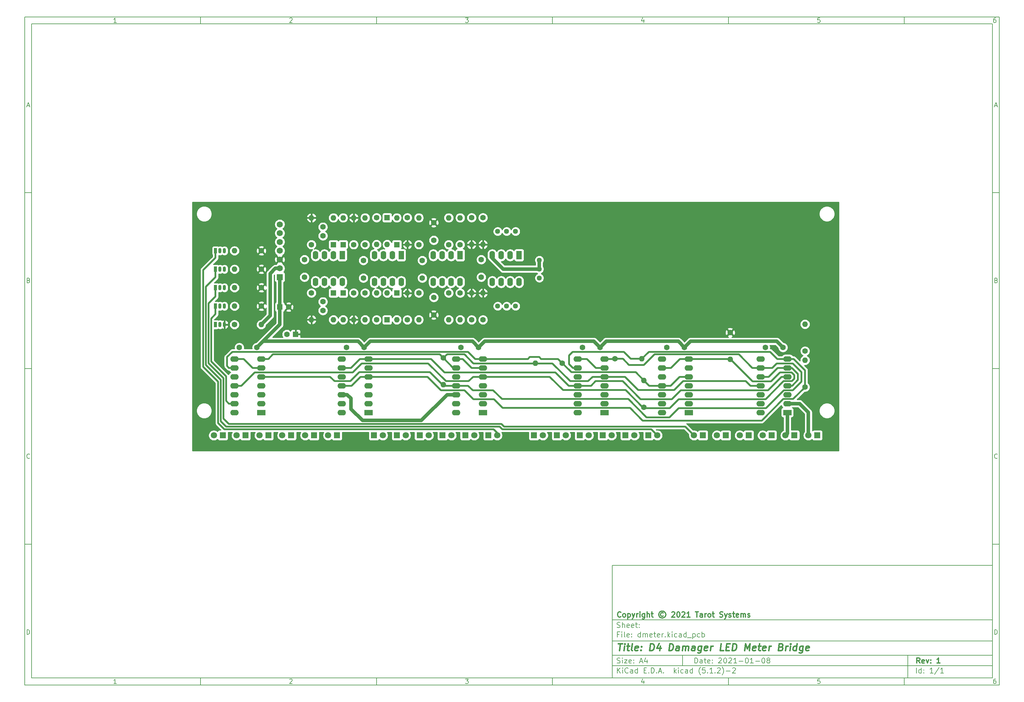
<source format=gbr>
G04 #@! TF.GenerationSoftware,KiCad,Pcbnew,(5.1.2)-2*
G04 #@! TF.CreationDate,2021-01-08T22:33:22+00:00*
G04 #@! TF.ProjectId,dmeter,646d6574-6572-42e6-9b69-6361645f7063,1*
G04 #@! TF.SameCoordinates,PX365c040PY7fcad80*
G04 #@! TF.FileFunction,Copper,L1,Top*
G04 #@! TF.FilePolarity,Positive*
%FSLAX46Y46*%
G04 Gerber Fmt 4.6, Leading zero omitted, Abs format (unit mm)*
G04 Created by KiCad (PCBNEW (5.1.2)-2) date 2021-01-08 22:33:22*
%MOMM*%
%LPD*%
G04 APERTURE LIST*
%ADD10C,0.100000*%
%ADD11C,0.150000*%
%ADD12C,0.300000*%
%ADD13C,0.400000*%
%ADD14C,1.440000*%
%ADD15C,1.600000*%
%ADD16O,1.600000X1.600000*%
%ADD17R,1.600000X2.400000*%
%ADD18O,1.600000X2.400000*%
%ADD19R,2.400000X1.600000*%
%ADD20O,2.400000X1.600000*%
%ADD21O,0.900000X1.500000*%
%ADD22R,0.900000X1.500000*%
%ADD23R,1.750000X1.750000*%
%ADD24C,1.750000*%
%ADD25R,1.800000X1.800000*%
%ADD26C,1.800000*%
%ADD27R,1.600000X1.600000*%
%ADD28C,1.000000*%
%ADD29C,0.500000*%
%ADD30C,0.254000*%
G04 APERTURE END LIST*
D10*
D11*
X120002200Y-32007200D02*
X120002200Y-64007200D01*
X228002200Y-64007200D01*
X228002200Y-32007200D01*
X120002200Y-32007200D01*
D10*
D11*
X-47000000Y124000000D02*
X-47000000Y-66007200D01*
X230002200Y-66007200D01*
X230002200Y124000000D01*
X-47000000Y124000000D01*
D10*
D11*
X-45000000Y122000000D02*
X-45000000Y-64007200D01*
X228002200Y-64007200D01*
X228002200Y122000000D01*
X-45000000Y122000000D01*
D10*
D11*
X3000000Y122000000D02*
X3000000Y124000000D01*
D10*
D11*
X53000000Y122000000D02*
X53000000Y124000000D01*
D10*
D11*
X103000000Y122000000D02*
X103000000Y124000000D01*
D10*
D11*
X153000000Y122000000D02*
X153000000Y124000000D01*
D10*
D11*
X203000000Y122000000D02*
X203000000Y124000000D01*
D10*
D11*
X-20934524Y122411905D02*
X-21677381Y122411905D01*
X-21305953Y122411905D02*
X-21305953Y123711905D01*
X-21429762Y123526191D01*
X-21553572Y123402381D01*
X-21677381Y123340477D01*
D10*
D11*
X28322619Y123588096D02*
X28384523Y123650000D01*
X28508333Y123711905D01*
X28817857Y123711905D01*
X28941666Y123650000D01*
X29003571Y123588096D01*
X29065476Y123464286D01*
X29065476Y123340477D01*
X29003571Y123154762D01*
X28260714Y122411905D01*
X29065476Y122411905D01*
D10*
D11*
X78260714Y123711905D02*
X79065476Y123711905D01*
X78632142Y123216667D01*
X78817857Y123216667D01*
X78941666Y123154762D01*
X79003571Y123092858D01*
X79065476Y122969048D01*
X79065476Y122659524D01*
X79003571Y122535715D01*
X78941666Y122473810D01*
X78817857Y122411905D01*
X78446428Y122411905D01*
X78322619Y122473810D01*
X78260714Y122535715D01*
D10*
D11*
X128941666Y123278572D02*
X128941666Y122411905D01*
X128632142Y123773810D02*
X128322619Y122845239D01*
X129127380Y122845239D01*
D10*
D11*
X179003571Y123711905D02*
X178384523Y123711905D01*
X178322619Y123092858D01*
X178384523Y123154762D01*
X178508333Y123216667D01*
X178817857Y123216667D01*
X178941666Y123154762D01*
X179003571Y123092858D01*
X179065476Y122969048D01*
X179065476Y122659524D01*
X179003571Y122535715D01*
X178941666Y122473810D01*
X178817857Y122411905D01*
X178508333Y122411905D01*
X178384523Y122473810D01*
X178322619Y122535715D01*
D10*
D11*
X228941666Y123711905D02*
X228694047Y123711905D01*
X228570238Y123650000D01*
X228508333Y123588096D01*
X228384523Y123402381D01*
X228322619Y123154762D01*
X228322619Y122659524D01*
X228384523Y122535715D01*
X228446428Y122473810D01*
X228570238Y122411905D01*
X228817857Y122411905D01*
X228941666Y122473810D01*
X229003571Y122535715D01*
X229065476Y122659524D01*
X229065476Y122969048D01*
X229003571Y123092858D01*
X228941666Y123154762D01*
X228817857Y123216667D01*
X228570238Y123216667D01*
X228446428Y123154762D01*
X228384523Y123092858D01*
X228322619Y122969048D01*
D10*
D11*
X3000000Y-64007200D02*
X3000000Y-66007200D01*
D10*
D11*
X53000000Y-64007200D02*
X53000000Y-66007200D01*
D10*
D11*
X103000000Y-64007200D02*
X103000000Y-66007200D01*
D10*
D11*
X153000000Y-64007200D02*
X153000000Y-66007200D01*
D10*
D11*
X203000000Y-64007200D02*
X203000000Y-66007200D01*
D10*
D11*
X-20934524Y-65595295D02*
X-21677381Y-65595295D01*
X-21305953Y-65595295D02*
X-21305953Y-64295295D01*
X-21429762Y-64481009D01*
X-21553572Y-64604819D01*
X-21677381Y-64666723D01*
D10*
D11*
X28322619Y-64419104D02*
X28384523Y-64357200D01*
X28508333Y-64295295D01*
X28817857Y-64295295D01*
X28941666Y-64357200D01*
X29003571Y-64419104D01*
X29065476Y-64542914D01*
X29065476Y-64666723D01*
X29003571Y-64852438D01*
X28260714Y-65595295D01*
X29065476Y-65595295D01*
D10*
D11*
X78260714Y-64295295D02*
X79065476Y-64295295D01*
X78632142Y-64790533D01*
X78817857Y-64790533D01*
X78941666Y-64852438D01*
X79003571Y-64914342D01*
X79065476Y-65038152D01*
X79065476Y-65347676D01*
X79003571Y-65471485D01*
X78941666Y-65533390D01*
X78817857Y-65595295D01*
X78446428Y-65595295D01*
X78322619Y-65533390D01*
X78260714Y-65471485D01*
D10*
D11*
X128941666Y-64728628D02*
X128941666Y-65595295D01*
X128632142Y-64233390D02*
X128322619Y-65161961D01*
X129127380Y-65161961D01*
D10*
D11*
X179003571Y-64295295D02*
X178384523Y-64295295D01*
X178322619Y-64914342D01*
X178384523Y-64852438D01*
X178508333Y-64790533D01*
X178817857Y-64790533D01*
X178941666Y-64852438D01*
X179003571Y-64914342D01*
X179065476Y-65038152D01*
X179065476Y-65347676D01*
X179003571Y-65471485D01*
X178941666Y-65533390D01*
X178817857Y-65595295D01*
X178508333Y-65595295D01*
X178384523Y-65533390D01*
X178322619Y-65471485D01*
D10*
D11*
X228941666Y-64295295D02*
X228694047Y-64295295D01*
X228570238Y-64357200D01*
X228508333Y-64419104D01*
X228384523Y-64604819D01*
X228322619Y-64852438D01*
X228322619Y-65347676D01*
X228384523Y-65471485D01*
X228446428Y-65533390D01*
X228570238Y-65595295D01*
X228817857Y-65595295D01*
X228941666Y-65533390D01*
X229003571Y-65471485D01*
X229065476Y-65347676D01*
X229065476Y-65038152D01*
X229003571Y-64914342D01*
X228941666Y-64852438D01*
X228817857Y-64790533D01*
X228570238Y-64790533D01*
X228446428Y-64852438D01*
X228384523Y-64914342D01*
X228322619Y-65038152D01*
D10*
D11*
X-47000000Y74000000D02*
X-45000000Y74000000D01*
D10*
D11*
X-47000000Y24000000D02*
X-45000000Y24000000D01*
D10*
D11*
X-47000000Y-26000000D02*
X-45000000Y-26000000D01*
D10*
D11*
X-46309524Y98783334D02*
X-45690477Y98783334D01*
X-46433334Y98411905D02*
X-46000000Y99711905D01*
X-45566667Y98411905D01*
D10*
D11*
X-45907143Y49092858D02*
X-45721429Y49030953D01*
X-45659524Y48969048D01*
X-45597620Y48845239D01*
X-45597620Y48659524D01*
X-45659524Y48535715D01*
X-45721429Y48473810D01*
X-45845239Y48411905D01*
X-46340477Y48411905D01*
X-46340477Y49711905D01*
X-45907143Y49711905D01*
X-45783334Y49650000D01*
X-45721429Y49588096D01*
X-45659524Y49464286D01*
X-45659524Y49340477D01*
X-45721429Y49216667D01*
X-45783334Y49154762D01*
X-45907143Y49092858D01*
X-46340477Y49092858D01*
D10*
D11*
X-45597620Y-1464285D02*
X-45659524Y-1526190D01*
X-45845239Y-1588095D01*
X-45969048Y-1588095D01*
X-46154762Y-1526190D01*
X-46278572Y-1402380D01*
X-46340477Y-1278571D01*
X-46402381Y-1030952D01*
X-46402381Y-845238D01*
X-46340477Y-597619D01*
X-46278572Y-473809D01*
X-46154762Y-350000D01*
X-45969048Y-288095D01*
X-45845239Y-288095D01*
X-45659524Y-350000D01*
X-45597620Y-411904D01*
D10*
D11*
X-46340477Y-51588095D02*
X-46340477Y-50288095D01*
X-46030953Y-50288095D01*
X-45845239Y-50350000D01*
X-45721429Y-50473809D01*
X-45659524Y-50597619D01*
X-45597620Y-50845238D01*
X-45597620Y-51030952D01*
X-45659524Y-51278571D01*
X-45721429Y-51402380D01*
X-45845239Y-51526190D01*
X-46030953Y-51588095D01*
X-46340477Y-51588095D01*
D10*
D11*
X230002200Y74000000D02*
X228002200Y74000000D01*
D10*
D11*
X230002200Y24000000D02*
X228002200Y24000000D01*
D10*
D11*
X230002200Y-26000000D02*
X228002200Y-26000000D01*
D10*
D11*
X228692676Y98783334D02*
X229311723Y98783334D01*
X228568866Y98411905D02*
X229002200Y99711905D01*
X229435533Y98411905D01*
D10*
D11*
X229095057Y49092858D02*
X229280771Y49030953D01*
X229342676Y48969048D01*
X229404580Y48845239D01*
X229404580Y48659524D01*
X229342676Y48535715D01*
X229280771Y48473810D01*
X229156961Y48411905D01*
X228661723Y48411905D01*
X228661723Y49711905D01*
X229095057Y49711905D01*
X229218866Y49650000D01*
X229280771Y49588096D01*
X229342676Y49464286D01*
X229342676Y49340477D01*
X229280771Y49216667D01*
X229218866Y49154762D01*
X229095057Y49092858D01*
X228661723Y49092858D01*
D10*
D11*
X229404580Y-1464285D02*
X229342676Y-1526190D01*
X229156961Y-1588095D01*
X229033152Y-1588095D01*
X228847438Y-1526190D01*
X228723628Y-1402380D01*
X228661723Y-1278571D01*
X228599819Y-1030952D01*
X228599819Y-845238D01*
X228661723Y-597619D01*
X228723628Y-473809D01*
X228847438Y-350000D01*
X229033152Y-288095D01*
X229156961Y-288095D01*
X229342676Y-350000D01*
X229404580Y-411904D01*
D10*
D11*
X228661723Y-51588095D02*
X228661723Y-50288095D01*
X228971247Y-50288095D01*
X229156961Y-50350000D01*
X229280771Y-50473809D01*
X229342676Y-50597619D01*
X229404580Y-50845238D01*
X229404580Y-51030952D01*
X229342676Y-51278571D01*
X229280771Y-51402380D01*
X229156961Y-51526190D01*
X228971247Y-51588095D01*
X228661723Y-51588095D01*
D10*
D11*
X143434342Y-59785771D02*
X143434342Y-58285771D01*
X143791485Y-58285771D01*
X144005771Y-58357200D01*
X144148628Y-58500057D01*
X144220057Y-58642914D01*
X144291485Y-58928628D01*
X144291485Y-59142914D01*
X144220057Y-59428628D01*
X144148628Y-59571485D01*
X144005771Y-59714342D01*
X143791485Y-59785771D01*
X143434342Y-59785771D01*
X145577200Y-59785771D02*
X145577200Y-59000057D01*
X145505771Y-58857200D01*
X145362914Y-58785771D01*
X145077200Y-58785771D01*
X144934342Y-58857200D01*
X145577200Y-59714342D02*
X145434342Y-59785771D01*
X145077200Y-59785771D01*
X144934342Y-59714342D01*
X144862914Y-59571485D01*
X144862914Y-59428628D01*
X144934342Y-59285771D01*
X145077200Y-59214342D01*
X145434342Y-59214342D01*
X145577200Y-59142914D01*
X146077200Y-58785771D02*
X146648628Y-58785771D01*
X146291485Y-58285771D02*
X146291485Y-59571485D01*
X146362914Y-59714342D01*
X146505771Y-59785771D01*
X146648628Y-59785771D01*
X147720057Y-59714342D02*
X147577200Y-59785771D01*
X147291485Y-59785771D01*
X147148628Y-59714342D01*
X147077200Y-59571485D01*
X147077200Y-59000057D01*
X147148628Y-58857200D01*
X147291485Y-58785771D01*
X147577200Y-58785771D01*
X147720057Y-58857200D01*
X147791485Y-59000057D01*
X147791485Y-59142914D01*
X147077200Y-59285771D01*
X148434342Y-59642914D02*
X148505771Y-59714342D01*
X148434342Y-59785771D01*
X148362914Y-59714342D01*
X148434342Y-59642914D01*
X148434342Y-59785771D01*
X148434342Y-58857200D02*
X148505771Y-58928628D01*
X148434342Y-59000057D01*
X148362914Y-58928628D01*
X148434342Y-58857200D01*
X148434342Y-59000057D01*
X150220057Y-58428628D02*
X150291485Y-58357200D01*
X150434342Y-58285771D01*
X150791485Y-58285771D01*
X150934342Y-58357200D01*
X151005771Y-58428628D01*
X151077200Y-58571485D01*
X151077200Y-58714342D01*
X151005771Y-58928628D01*
X150148628Y-59785771D01*
X151077200Y-59785771D01*
X152005771Y-58285771D02*
X152148628Y-58285771D01*
X152291485Y-58357200D01*
X152362914Y-58428628D01*
X152434342Y-58571485D01*
X152505771Y-58857200D01*
X152505771Y-59214342D01*
X152434342Y-59500057D01*
X152362914Y-59642914D01*
X152291485Y-59714342D01*
X152148628Y-59785771D01*
X152005771Y-59785771D01*
X151862914Y-59714342D01*
X151791485Y-59642914D01*
X151720057Y-59500057D01*
X151648628Y-59214342D01*
X151648628Y-58857200D01*
X151720057Y-58571485D01*
X151791485Y-58428628D01*
X151862914Y-58357200D01*
X152005771Y-58285771D01*
X153077200Y-58428628D02*
X153148628Y-58357200D01*
X153291485Y-58285771D01*
X153648628Y-58285771D01*
X153791485Y-58357200D01*
X153862914Y-58428628D01*
X153934342Y-58571485D01*
X153934342Y-58714342D01*
X153862914Y-58928628D01*
X153005771Y-59785771D01*
X153934342Y-59785771D01*
X155362914Y-59785771D02*
X154505771Y-59785771D01*
X154934342Y-59785771D02*
X154934342Y-58285771D01*
X154791485Y-58500057D01*
X154648628Y-58642914D01*
X154505771Y-58714342D01*
X156005771Y-59214342D02*
X157148628Y-59214342D01*
X158148628Y-58285771D02*
X158291485Y-58285771D01*
X158434342Y-58357200D01*
X158505771Y-58428628D01*
X158577200Y-58571485D01*
X158648628Y-58857200D01*
X158648628Y-59214342D01*
X158577200Y-59500057D01*
X158505771Y-59642914D01*
X158434342Y-59714342D01*
X158291485Y-59785771D01*
X158148628Y-59785771D01*
X158005771Y-59714342D01*
X157934342Y-59642914D01*
X157862914Y-59500057D01*
X157791485Y-59214342D01*
X157791485Y-58857200D01*
X157862914Y-58571485D01*
X157934342Y-58428628D01*
X158005771Y-58357200D01*
X158148628Y-58285771D01*
X160077200Y-59785771D02*
X159220057Y-59785771D01*
X159648628Y-59785771D02*
X159648628Y-58285771D01*
X159505771Y-58500057D01*
X159362914Y-58642914D01*
X159220057Y-58714342D01*
X160720057Y-59214342D02*
X161862914Y-59214342D01*
X162862914Y-58285771D02*
X163005771Y-58285771D01*
X163148628Y-58357200D01*
X163220057Y-58428628D01*
X163291485Y-58571485D01*
X163362914Y-58857200D01*
X163362914Y-59214342D01*
X163291485Y-59500057D01*
X163220057Y-59642914D01*
X163148628Y-59714342D01*
X163005771Y-59785771D01*
X162862914Y-59785771D01*
X162720057Y-59714342D01*
X162648628Y-59642914D01*
X162577200Y-59500057D01*
X162505771Y-59214342D01*
X162505771Y-58857200D01*
X162577200Y-58571485D01*
X162648628Y-58428628D01*
X162720057Y-58357200D01*
X162862914Y-58285771D01*
X164220057Y-58928628D02*
X164077200Y-58857200D01*
X164005771Y-58785771D01*
X163934342Y-58642914D01*
X163934342Y-58571485D01*
X164005771Y-58428628D01*
X164077200Y-58357200D01*
X164220057Y-58285771D01*
X164505771Y-58285771D01*
X164648628Y-58357200D01*
X164720057Y-58428628D01*
X164791485Y-58571485D01*
X164791485Y-58642914D01*
X164720057Y-58785771D01*
X164648628Y-58857200D01*
X164505771Y-58928628D01*
X164220057Y-58928628D01*
X164077200Y-59000057D01*
X164005771Y-59071485D01*
X163934342Y-59214342D01*
X163934342Y-59500057D01*
X164005771Y-59642914D01*
X164077200Y-59714342D01*
X164220057Y-59785771D01*
X164505771Y-59785771D01*
X164648628Y-59714342D01*
X164720057Y-59642914D01*
X164791485Y-59500057D01*
X164791485Y-59214342D01*
X164720057Y-59071485D01*
X164648628Y-59000057D01*
X164505771Y-58928628D01*
D10*
D11*
X120002200Y-60507200D02*
X228002200Y-60507200D01*
D10*
D11*
X121434342Y-62585771D02*
X121434342Y-61085771D01*
X122291485Y-62585771D02*
X121648628Y-61728628D01*
X122291485Y-61085771D02*
X121434342Y-61942914D01*
X122934342Y-62585771D02*
X122934342Y-61585771D01*
X122934342Y-61085771D02*
X122862914Y-61157200D01*
X122934342Y-61228628D01*
X123005771Y-61157200D01*
X122934342Y-61085771D01*
X122934342Y-61228628D01*
X124505771Y-62442914D02*
X124434342Y-62514342D01*
X124220057Y-62585771D01*
X124077200Y-62585771D01*
X123862914Y-62514342D01*
X123720057Y-62371485D01*
X123648628Y-62228628D01*
X123577200Y-61942914D01*
X123577200Y-61728628D01*
X123648628Y-61442914D01*
X123720057Y-61300057D01*
X123862914Y-61157200D01*
X124077200Y-61085771D01*
X124220057Y-61085771D01*
X124434342Y-61157200D01*
X124505771Y-61228628D01*
X125791485Y-62585771D02*
X125791485Y-61800057D01*
X125720057Y-61657200D01*
X125577200Y-61585771D01*
X125291485Y-61585771D01*
X125148628Y-61657200D01*
X125791485Y-62514342D02*
X125648628Y-62585771D01*
X125291485Y-62585771D01*
X125148628Y-62514342D01*
X125077200Y-62371485D01*
X125077200Y-62228628D01*
X125148628Y-62085771D01*
X125291485Y-62014342D01*
X125648628Y-62014342D01*
X125791485Y-61942914D01*
X127148628Y-62585771D02*
X127148628Y-61085771D01*
X127148628Y-62514342D02*
X127005771Y-62585771D01*
X126720057Y-62585771D01*
X126577200Y-62514342D01*
X126505771Y-62442914D01*
X126434342Y-62300057D01*
X126434342Y-61871485D01*
X126505771Y-61728628D01*
X126577200Y-61657200D01*
X126720057Y-61585771D01*
X127005771Y-61585771D01*
X127148628Y-61657200D01*
X129005771Y-61800057D02*
X129505771Y-61800057D01*
X129720057Y-62585771D02*
X129005771Y-62585771D01*
X129005771Y-61085771D01*
X129720057Y-61085771D01*
X130362914Y-62442914D02*
X130434342Y-62514342D01*
X130362914Y-62585771D01*
X130291485Y-62514342D01*
X130362914Y-62442914D01*
X130362914Y-62585771D01*
X131077200Y-62585771D02*
X131077200Y-61085771D01*
X131434342Y-61085771D01*
X131648628Y-61157200D01*
X131791485Y-61300057D01*
X131862914Y-61442914D01*
X131934342Y-61728628D01*
X131934342Y-61942914D01*
X131862914Y-62228628D01*
X131791485Y-62371485D01*
X131648628Y-62514342D01*
X131434342Y-62585771D01*
X131077200Y-62585771D01*
X132577200Y-62442914D02*
X132648628Y-62514342D01*
X132577200Y-62585771D01*
X132505771Y-62514342D01*
X132577200Y-62442914D01*
X132577200Y-62585771D01*
X133220057Y-62157200D02*
X133934342Y-62157200D01*
X133077200Y-62585771D02*
X133577200Y-61085771D01*
X134077200Y-62585771D01*
X134577200Y-62442914D02*
X134648628Y-62514342D01*
X134577200Y-62585771D01*
X134505771Y-62514342D01*
X134577200Y-62442914D01*
X134577200Y-62585771D01*
X137577200Y-62585771D02*
X137577200Y-61085771D01*
X137720057Y-62014342D02*
X138148628Y-62585771D01*
X138148628Y-61585771D02*
X137577200Y-62157200D01*
X138791485Y-62585771D02*
X138791485Y-61585771D01*
X138791485Y-61085771D02*
X138720057Y-61157200D01*
X138791485Y-61228628D01*
X138862914Y-61157200D01*
X138791485Y-61085771D01*
X138791485Y-61228628D01*
X140148628Y-62514342D02*
X140005771Y-62585771D01*
X139720057Y-62585771D01*
X139577200Y-62514342D01*
X139505771Y-62442914D01*
X139434342Y-62300057D01*
X139434342Y-61871485D01*
X139505771Y-61728628D01*
X139577200Y-61657200D01*
X139720057Y-61585771D01*
X140005771Y-61585771D01*
X140148628Y-61657200D01*
X141434342Y-62585771D02*
X141434342Y-61800057D01*
X141362914Y-61657200D01*
X141220057Y-61585771D01*
X140934342Y-61585771D01*
X140791485Y-61657200D01*
X141434342Y-62514342D02*
X141291485Y-62585771D01*
X140934342Y-62585771D01*
X140791485Y-62514342D01*
X140720057Y-62371485D01*
X140720057Y-62228628D01*
X140791485Y-62085771D01*
X140934342Y-62014342D01*
X141291485Y-62014342D01*
X141434342Y-61942914D01*
X142791485Y-62585771D02*
X142791485Y-61085771D01*
X142791485Y-62514342D02*
X142648628Y-62585771D01*
X142362914Y-62585771D01*
X142220057Y-62514342D01*
X142148628Y-62442914D01*
X142077200Y-62300057D01*
X142077200Y-61871485D01*
X142148628Y-61728628D01*
X142220057Y-61657200D01*
X142362914Y-61585771D01*
X142648628Y-61585771D01*
X142791485Y-61657200D01*
X145077200Y-63157200D02*
X145005771Y-63085771D01*
X144862914Y-62871485D01*
X144791485Y-62728628D01*
X144720057Y-62514342D01*
X144648628Y-62157200D01*
X144648628Y-61871485D01*
X144720057Y-61514342D01*
X144791485Y-61300057D01*
X144862914Y-61157200D01*
X145005771Y-60942914D01*
X145077200Y-60871485D01*
X146362914Y-61085771D02*
X145648628Y-61085771D01*
X145577200Y-61800057D01*
X145648628Y-61728628D01*
X145791485Y-61657200D01*
X146148628Y-61657200D01*
X146291485Y-61728628D01*
X146362914Y-61800057D01*
X146434342Y-61942914D01*
X146434342Y-62300057D01*
X146362914Y-62442914D01*
X146291485Y-62514342D01*
X146148628Y-62585771D01*
X145791485Y-62585771D01*
X145648628Y-62514342D01*
X145577200Y-62442914D01*
X147077200Y-62442914D02*
X147148628Y-62514342D01*
X147077200Y-62585771D01*
X147005771Y-62514342D01*
X147077200Y-62442914D01*
X147077200Y-62585771D01*
X148577200Y-62585771D02*
X147720057Y-62585771D01*
X148148628Y-62585771D02*
X148148628Y-61085771D01*
X148005771Y-61300057D01*
X147862914Y-61442914D01*
X147720057Y-61514342D01*
X149220057Y-62442914D02*
X149291485Y-62514342D01*
X149220057Y-62585771D01*
X149148628Y-62514342D01*
X149220057Y-62442914D01*
X149220057Y-62585771D01*
X149862914Y-61228628D02*
X149934342Y-61157200D01*
X150077200Y-61085771D01*
X150434342Y-61085771D01*
X150577200Y-61157200D01*
X150648628Y-61228628D01*
X150720057Y-61371485D01*
X150720057Y-61514342D01*
X150648628Y-61728628D01*
X149791485Y-62585771D01*
X150720057Y-62585771D01*
X151220057Y-63157200D02*
X151291485Y-63085771D01*
X151434342Y-62871485D01*
X151505771Y-62728628D01*
X151577200Y-62514342D01*
X151648628Y-62157200D01*
X151648628Y-61871485D01*
X151577200Y-61514342D01*
X151505771Y-61300057D01*
X151434342Y-61157200D01*
X151291485Y-60942914D01*
X151220057Y-60871485D01*
X152362914Y-62014342D02*
X153505771Y-62014342D01*
X154148628Y-61228628D02*
X154220057Y-61157200D01*
X154362914Y-61085771D01*
X154720057Y-61085771D01*
X154862914Y-61157200D01*
X154934342Y-61228628D01*
X155005771Y-61371485D01*
X155005771Y-61514342D01*
X154934342Y-61728628D01*
X154077200Y-62585771D01*
X155005771Y-62585771D01*
D10*
D11*
X120002200Y-57507200D02*
X228002200Y-57507200D01*
D10*
D12*
X207411485Y-59785771D02*
X206911485Y-59071485D01*
X206554342Y-59785771D02*
X206554342Y-58285771D01*
X207125771Y-58285771D01*
X207268628Y-58357200D01*
X207340057Y-58428628D01*
X207411485Y-58571485D01*
X207411485Y-58785771D01*
X207340057Y-58928628D01*
X207268628Y-59000057D01*
X207125771Y-59071485D01*
X206554342Y-59071485D01*
X208625771Y-59714342D02*
X208482914Y-59785771D01*
X208197200Y-59785771D01*
X208054342Y-59714342D01*
X207982914Y-59571485D01*
X207982914Y-59000057D01*
X208054342Y-58857200D01*
X208197200Y-58785771D01*
X208482914Y-58785771D01*
X208625771Y-58857200D01*
X208697200Y-59000057D01*
X208697200Y-59142914D01*
X207982914Y-59285771D01*
X209197200Y-58785771D02*
X209554342Y-59785771D01*
X209911485Y-58785771D01*
X210482914Y-59642914D02*
X210554342Y-59714342D01*
X210482914Y-59785771D01*
X210411485Y-59714342D01*
X210482914Y-59642914D01*
X210482914Y-59785771D01*
X210482914Y-58857200D02*
X210554342Y-58928628D01*
X210482914Y-59000057D01*
X210411485Y-58928628D01*
X210482914Y-58857200D01*
X210482914Y-59000057D01*
X213125771Y-59785771D02*
X212268628Y-59785771D01*
X212697200Y-59785771D02*
X212697200Y-58285771D01*
X212554342Y-58500057D01*
X212411485Y-58642914D01*
X212268628Y-58714342D01*
D10*
D11*
X121362914Y-59714342D02*
X121577200Y-59785771D01*
X121934342Y-59785771D01*
X122077200Y-59714342D01*
X122148628Y-59642914D01*
X122220057Y-59500057D01*
X122220057Y-59357200D01*
X122148628Y-59214342D01*
X122077200Y-59142914D01*
X121934342Y-59071485D01*
X121648628Y-59000057D01*
X121505771Y-58928628D01*
X121434342Y-58857200D01*
X121362914Y-58714342D01*
X121362914Y-58571485D01*
X121434342Y-58428628D01*
X121505771Y-58357200D01*
X121648628Y-58285771D01*
X122005771Y-58285771D01*
X122220057Y-58357200D01*
X122862914Y-59785771D02*
X122862914Y-58785771D01*
X122862914Y-58285771D02*
X122791485Y-58357200D01*
X122862914Y-58428628D01*
X122934342Y-58357200D01*
X122862914Y-58285771D01*
X122862914Y-58428628D01*
X123434342Y-58785771D02*
X124220057Y-58785771D01*
X123434342Y-59785771D01*
X124220057Y-59785771D01*
X125362914Y-59714342D02*
X125220057Y-59785771D01*
X124934342Y-59785771D01*
X124791485Y-59714342D01*
X124720057Y-59571485D01*
X124720057Y-59000057D01*
X124791485Y-58857200D01*
X124934342Y-58785771D01*
X125220057Y-58785771D01*
X125362914Y-58857200D01*
X125434342Y-59000057D01*
X125434342Y-59142914D01*
X124720057Y-59285771D01*
X126077200Y-59642914D02*
X126148628Y-59714342D01*
X126077200Y-59785771D01*
X126005771Y-59714342D01*
X126077200Y-59642914D01*
X126077200Y-59785771D01*
X126077200Y-58857200D02*
X126148628Y-58928628D01*
X126077200Y-59000057D01*
X126005771Y-58928628D01*
X126077200Y-58857200D01*
X126077200Y-59000057D01*
X127862914Y-59357200D02*
X128577200Y-59357200D01*
X127720057Y-59785771D02*
X128220057Y-58285771D01*
X128720057Y-59785771D01*
X129862914Y-58785771D02*
X129862914Y-59785771D01*
X129505771Y-58214342D02*
X129148628Y-59285771D01*
X130077200Y-59285771D01*
D10*
D11*
X206434342Y-62585771D02*
X206434342Y-61085771D01*
X207791485Y-62585771D02*
X207791485Y-61085771D01*
X207791485Y-62514342D02*
X207648628Y-62585771D01*
X207362914Y-62585771D01*
X207220057Y-62514342D01*
X207148628Y-62442914D01*
X207077200Y-62300057D01*
X207077200Y-61871485D01*
X207148628Y-61728628D01*
X207220057Y-61657200D01*
X207362914Y-61585771D01*
X207648628Y-61585771D01*
X207791485Y-61657200D01*
X208505771Y-62442914D02*
X208577200Y-62514342D01*
X208505771Y-62585771D01*
X208434342Y-62514342D01*
X208505771Y-62442914D01*
X208505771Y-62585771D01*
X208505771Y-61657200D02*
X208577200Y-61728628D01*
X208505771Y-61800057D01*
X208434342Y-61728628D01*
X208505771Y-61657200D01*
X208505771Y-61800057D01*
X211148628Y-62585771D02*
X210291485Y-62585771D01*
X210720057Y-62585771D02*
X210720057Y-61085771D01*
X210577200Y-61300057D01*
X210434342Y-61442914D01*
X210291485Y-61514342D01*
X212862914Y-61014342D02*
X211577200Y-62942914D01*
X214148628Y-62585771D02*
X213291485Y-62585771D01*
X213720057Y-62585771D02*
X213720057Y-61085771D01*
X213577200Y-61300057D01*
X213434342Y-61442914D01*
X213291485Y-61514342D01*
D10*
D11*
X120002200Y-53507200D02*
X228002200Y-53507200D01*
D10*
D13*
X121714580Y-54211961D02*
X122857438Y-54211961D01*
X122036009Y-56211961D02*
X122286009Y-54211961D01*
X123274104Y-56211961D02*
X123440771Y-54878628D01*
X123524104Y-54211961D02*
X123416961Y-54307200D01*
X123500295Y-54402438D01*
X123607438Y-54307200D01*
X123524104Y-54211961D01*
X123500295Y-54402438D01*
X124107438Y-54878628D02*
X124869342Y-54878628D01*
X124476485Y-54211961D02*
X124262200Y-55926247D01*
X124333628Y-56116723D01*
X124512200Y-56211961D01*
X124702676Y-56211961D01*
X125655057Y-56211961D02*
X125476485Y-56116723D01*
X125405057Y-55926247D01*
X125619342Y-54211961D01*
X127190771Y-56116723D02*
X126988390Y-56211961D01*
X126607438Y-56211961D01*
X126428866Y-56116723D01*
X126357438Y-55926247D01*
X126452676Y-55164342D01*
X126571723Y-54973866D01*
X126774104Y-54878628D01*
X127155057Y-54878628D01*
X127333628Y-54973866D01*
X127405057Y-55164342D01*
X127381247Y-55354819D01*
X126405057Y-55545295D01*
X128155057Y-56021485D02*
X128238390Y-56116723D01*
X128131247Y-56211961D01*
X128047914Y-56116723D01*
X128155057Y-56021485D01*
X128131247Y-56211961D01*
X128286009Y-54973866D02*
X128369342Y-55069104D01*
X128262200Y-55164342D01*
X128178866Y-55069104D01*
X128286009Y-54973866D01*
X128262200Y-55164342D01*
X130607438Y-56211961D02*
X130857438Y-54211961D01*
X131333628Y-54211961D01*
X131607438Y-54307200D01*
X131774104Y-54497676D01*
X131845533Y-54688152D01*
X131893152Y-55069104D01*
X131857438Y-55354819D01*
X131714580Y-55735771D01*
X131595533Y-55926247D01*
X131381247Y-56116723D01*
X131083628Y-56211961D01*
X130607438Y-56211961D01*
X133631247Y-54878628D02*
X133464580Y-56211961D01*
X133250295Y-54116723D02*
X132595533Y-55545295D01*
X133833628Y-55545295D01*
X136036009Y-56211961D02*
X136286009Y-54211961D01*
X136762200Y-54211961D01*
X137036009Y-54307200D01*
X137202676Y-54497676D01*
X137274104Y-54688152D01*
X137321723Y-55069104D01*
X137286009Y-55354819D01*
X137143152Y-55735771D01*
X137024104Y-55926247D01*
X136809819Y-56116723D01*
X136512200Y-56211961D01*
X136036009Y-56211961D01*
X138893152Y-56211961D02*
X139024104Y-55164342D01*
X138952676Y-54973866D01*
X138774104Y-54878628D01*
X138393152Y-54878628D01*
X138190771Y-54973866D01*
X138905057Y-56116723D02*
X138702676Y-56211961D01*
X138226485Y-56211961D01*
X138047914Y-56116723D01*
X137976485Y-55926247D01*
X138000295Y-55735771D01*
X138119342Y-55545295D01*
X138321723Y-55450057D01*
X138797914Y-55450057D01*
X139000295Y-55354819D01*
X139845533Y-56211961D02*
X140012200Y-54878628D01*
X139988390Y-55069104D02*
X140095533Y-54973866D01*
X140297914Y-54878628D01*
X140583628Y-54878628D01*
X140762200Y-54973866D01*
X140833628Y-55164342D01*
X140702676Y-56211961D01*
X140833628Y-55164342D02*
X140952676Y-54973866D01*
X141155057Y-54878628D01*
X141440771Y-54878628D01*
X141619342Y-54973866D01*
X141690771Y-55164342D01*
X141559819Y-56211961D01*
X143369342Y-56211961D02*
X143500295Y-55164342D01*
X143428866Y-54973866D01*
X143250295Y-54878628D01*
X142869342Y-54878628D01*
X142666961Y-54973866D01*
X143381247Y-56116723D02*
X143178866Y-56211961D01*
X142702676Y-56211961D01*
X142524104Y-56116723D01*
X142452676Y-55926247D01*
X142476485Y-55735771D01*
X142595533Y-55545295D01*
X142797914Y-55450057D01*
X143274104Y-55450057D01*
X143476485Y-55354819D01*
X145345533Y-54878628D02*
X145143152Y-56497676D01*
X145024104Y-56688152D01*
X144916961Y-56783390D01*
X144714580Y-56878628D01*
X144428866Y-56878628D01*
X144250295Y-56783390D01*
X145190771Y-56116723D02*
X144988390Y-56211961D01*
X144607438Y-56211961D01*
X144428866Y-56116723D01*
X144345533Y-56021485D01*
X144274104Y-55831009D01*
X144345533Y-55259580D01*
X144464580Y-55069104D01*
X144571723Y-54973866D01*
X144774104Y-54878628D01*
X145155057Y-54878628D01*
X145333628Y-54973866D01*
X146905057Y-56116723D02*
X146702676Y-56211961D01*
X146321723Y-56211961D01*
X146143152Y-56116723D01*
X146071723Y-55926247D01*
X146166961Y-55164342D01*
X146286009Y-54973866D01*
X146488390Y-54878628D01*
X146869342Y-54878628D01*
X147047914Y-54973866D01*
X147119342Y-55164342D01*
X147095533Y-55354819D01*
X146119342Y-55545295D01*
X147845533Y-56211961D02*
X148012200Y-54878628D01*
X147964580Y-55259580D02*
X148083628Y-55069104D01*
X148190771Y-54973866D01*
X148393152Y-54878628D01*
X148583628Y-54878628D01*
X151559819Y-56211961D02*
X150607438Y-56211961D01*
X150857438Y-54211961D01*
X152357438Y-55164342D02*
X153024104Y-55164342D01*
X153178866Y-56211961D02*
X152226485Y-56211961D01*
X152476485Y-54211961D01*
X153428866Y-54211961D01*
X154036009Y-56211961D02*
X154286009Y-54211961D01*
X154762200Y-54211961D01*
X155036009Y-54307200D01*
X155202676Y-54497676D01*
X155274104Y-54688152D01*
X155321723Y-55069104D01*
X155286009Y-55354819D01*
X155143152Y-55735771D01*
X155024104Y-55926247D01*
X154809819Y-56116723D01*
X154512200Y-56211961D01*
X154036009Y-56211961D01*
X157559819Y-56211961D02*
X157809819Y-54211961D01*
X158297914Y-55640533D01*
X159143152Y-54211961D01*
X158893152Y-56211961D01*
X160619342Y-56116723D02*
X160416961Y-56211961D01*
X160036009Y-56211961D01*
X159857438Y-56116723D01*
X159786009Y-55926247D01*
X159881247Y-55164342D01*
X160000295Y-54973866D01*
X160202676Y-54878628D01*
X160583628Y-54878628D01*
X160762200Y-54973866D01*
X160833628Y-55164342D01*
X160809819Y-55354819D01*
X159833628Y-55545295D01*
X161440771Y-54878628D02*
X162202676Y-54878628D01*
X161809819Y-54211961D02*
X161595533Y-55926247D01*
X161666961Y-56116723D01*
X161845533Y-56211961D01*
X162036009Y-56211961D01*
X163476485Y-56116723D02*
X163274104Y-56211961D01*
X162893152Y-56211961D01*
X162714580Y-56116723D01*
X162643152Y-55926247D01*
X162738390Y-55164342D01*
X162857438Y-54973866D01*
X163059819Y-54878628D01*
X163440771Y-54878628D01*
X163619342Y-54973866D01*
X163690771Y-55164342D01*
X163666961Y-55354819D01*
X162690771Y-55545295D01*
X164416961Y-56211961D02*
X164583628Y-54878628D01*
X164536009Y-55259580D02*
X164655057Y-55069104D01*
X164762200Y-54973866D01*
X164964580Y-54878628D01*
X165155057Y-54878628D01*
X167976485Y-55164342D02*
X168250295Y-55259580D01*
X168333628Y-55354819D01*
X168405057Y-55545295D01*
X168369342Y-55831009D01*
X168250295Y-56021485D01*
X168143152Y-56116723D01*
X167940771Y-56211961D01*
X167178866Y-56211961D01*
X167428866Y-54211961D01*
X168095533Y-54211961D01*
X168274104Y-54307200D01*
X168357438Y-54402438D01*
X168428866Y-54592914D01*
X168405057Y-54783390D01*
X168286009Y-54973866D01*
X168178866Y-55069104D01*
X167976485Y-55164342D01*
X167309819Y-55164342D01*
X169178866Y-56211961D02*
X169345533Y-54878628D01*
X169297914Y-55259580D02*
X169416961Y-55069104D01*
X169524104Y-54973866D01*
X169726485Y-54878628D01*
X169916961Y-54878628D01*
X170416961Y-56211961D02*
X170583628Y-54878628D01*
X170666961Y-54211961D02*
X170559819Y-54307200D01*
X170643152Y-54402438D01*
X170750295Y-54307200D01*
X170666961Y-54211961D01*
X170643152Y-54402438D01*
X172226485Y-56211961D02*
X172476485Y-54211961D01*
X172238390Y-56116723D02*
X172036009Y-56211961D01*
X171655057Y-56211961D01*
X171476485Y-56116723D01*
X171393152Y-56021485D01*
X171321723Y-55831009D01*
X171393152Y-55259580D01*
X171512200Y-55069104D01*
X171619342Y-54973866D01*
X171821723Y-54878628D01*
X172202676Y-54878628D01*
X172381247Y-54973866D01*
X174202676Y-54878628D02*
X174000295Y-56497676D01*
X173881247Y-56688152D01*
X173774104Y-56783390D01*
X173571723Y-56878628D01*
X173286009Y-56878628D01*
X173107438Y-56783390D01*
X174047914Y-56116723D02*
X173845533Y-56211961D01*
X173464580Y-56211961D01*
X173286009Y-56116723D01*
X173202676Y-56021485D01*
X173131247Y-55831009D01*
X173202676Y-55259580D01*
X173321723Y-55069104D01*
X173428866Y-54973866D01*
X173631247Y-54878628D01*
X174012200Y-54878628D01*
X174190771Y-54973866D01*
X175762200Y-56116723D02*
X175559819Y-56211961D01*
X175178866Y-56211961D01*
X175000295Y-56116723D01*
X174928866Y-55926247D01*
X175024104Y-55164342D01*
X175143152Y-54973866D01*
X175345533Y-54878628D01*
X175726485Y-54878628D01*
X175905057Y-54973866D01*
X175976485Y-55164342D01*
X175952676Y-55354819D01*
X174976485Y-55545295D01*
D10*
D11*
X121934342Y-51600057D02*
X121434342Y-51600057D01*
X121434342Y-52385771D02*
X121434342Y-50885771D01*
X122148628Y-50885771D01*
X122720057Y-52385771D02*
X122720057Y-51385771D01*
X122720057Y-50885771D02*
X122648628Y-50957200D01*
X122720057Y-51028628D01*
X122791485Y-50957200D01*
X122720057Y-50885771D01*
X122720057Y-51028628D01*
X123648628Y-52385771D02*
X123505771Y-52314342D01*
X123434342Y-52171485D01*
X123434342Y-50885771D01*
X124791485Y-52314342D02*
X124648628Y-52385771D01*
X124362914Y-52385771D01*
X124220057Y-52314342D01*
X124148628Y-52171485D01*
X124148628Y-51600057D01*
X124220057Y-51457200D01*
X124362914Y-51385771D01*
X124648628Y-51385771D01*
X124791485Y-51457200D01*
X124862914Y-51600057D01*
X124862914Y-51742914D01*
X124148628Y-51885771D01*
X125505771Y-52242914D02*
X125577200Y-52314342D01*
X125505771Y-52385771D01*
X125434342Y-52314342D01*
X125505771Y-52242914D01*
X125505771Y-52385771D01*
X125505771Y-51457200D02*
X125577200Y-51528628D01*
X125505771Y-51600057D01*
X125434342Y-51528628D01*
X125505771Y-51457200D01*
X125505771Y-51600057D01*
X128005771Y-52385771D02*
X128005771Y-50885771D01*
X128005771Y-52314342D02*
X127862914Y-52385771D01*
X127577200Y-52385771D01*
X127434342Y-52314342D01*
X127362914Y-52242914D01*
X127291485Y-52100057D01*
X127291485Y-51671485D01*
X127362914Y-51528628D01*
X127434342Y-51457200D01*
X127577200Y-51385771D01*
X127862914Y-51385771D01*
X128005771Y-51457200D01*
X128720057Y-52385771D02*
X128720057Y-51385771D01*
X128720057Y-51528628D02*
X128791485Y-51457200D01*
X128934342Y-51385771D01*
X129148628Y-51385771D01*
X129291485Y-51457200D01*
X129362914Y-51600057D01*
X129362914Y-52385771D01*
X129362914Y-51600057D02*
X129434342Y-51457200D01*
X129577200Y-51385771D01*
X129791485Y-51385771D01*
X129934342Y-51457200D01*
X130005771Y-51600057D01*
X130005771Y-52385771D01*
X131291485Y-52314342D02*
X131148628Y-52385771D01*
X130862914Y-52385771D01*
X130720057Y-52314342D01*
X130648628Y-52171485D01*
X130648628Y-51600057D01*
X130720057Y-51457200D01*
X130862914Y-51385771D01*
X131148628Y-51385771D01*
X131291485Y-51457200D01*
X131362914Y-51600057D01*
X131362914Y-51742914D01*
X130648628Y-51885771D01*
X131791485Y-51385771D02*
X132362914Y-51385771D01*
X132005771Y-50885771D02*
X132005771Y-52171485D01*
X132077200Y-52314342D01*
X132220057Y-52385771D01*
X132362914Y-52385771D01*
X133434342Y-52314342D02*
X133291485Y-52385771D01*
X133005771Y-52385771D01*
X132862914Y-52314342D01*
X132791485Y-52171485D01*
X132791485Y-51600057D01*
X132862914Y-51457200D01*
X133005771Y-51385771D01*
X133291485Y-51385771D01*
X133434342Y-51457200D01*
X133505771Y-51600057D01*
X133505771Y-51742914D01*
X132791485Y-51885771D01*
X134148628Y-52385771D02*
X134148628Y-51385771D01*
X134148628Y-51671485D02*
X134220057Y-51528628D01*
X134291485Y-51457200D01*
X134434342Y-51385771D01*
X134577200Y-51385771D01*
X135077200Y-52242914D02*
X135148628Y-52314342D01*
X135077200Y-52385771D01*
X135005771Y-52314342D01*
X135077200Y-52242914D01*
X135077200Y-52385771D01*
X135791485Y-52385771D02*
X135791485Y-50885771D01*
X135934342Y-51814342D02*
X136362914Y-52385771D01*
X136362914Y-51385771D02*
X135791485Y-51957200D01*
X137005771Y-52385771D02*
X137005771Y-51385771D01*
X137005771Y-50885771D02*
X136934342Y-50957200D01*
X137005771Y-51028628D01*
X137077200Y-50957200D01*
X137005771Y-50885771D01*
X137005771Y-51028628D01*
X138362914Y-52314342D02*
X138220057Y-52385771D01*
X137934342Y-52385771D01*
X137791485Y-52314342D01*
X137720057Y-52242914D01*
X137648628Y-52100057D01*
X137648628Y-51671485D01*
X137720057Y-51528628D01*
X137791485Y-51457200D01*
X137934342Y-51385771D01*
X138220057Y-51385771D01*
X138362914Y-51457200D01*
X139648628Y-52385771D02*
X139648628Y-51600057D01*
X139577200Y-51457200D01*
X139434342Y-51385771D01*
X139148628Y-51385771D01*
X139005771Y-51457200D01*
X139648628Y-52314342D02*
X139505771Y-52385771D01*
X139148628Y-52385771D01*
X139005771Y-52314342D01*
X138934342Y-52171485D01*
X138934342Y-52028628D01*
X139005771Y-51885771D01*
X139148628Y-51814342D01*
X139505771Y-51814342D01*
X139648628Y-51742914D01*
X141005771Y-52385771D02*
X141005771Y-50885771D01*
X141005771Y-52314342D02*
X140862914Y-52385771D01*
X140577200Y-52385771D01*
X140434342Y-52314342D01*
X140362914Y-52242914D01*
X140291485Y-52100057D01*
X140291485Y-51671485D01*
X140362914Y-51528628D01*
X140434342Y-51457200D01*
X140577200Y-51385771D01*
X140862914Y-51385771D01*
X141005771Y-51457200D01*
X141362914Y-52528628D02*
X142505771Y-52528628D01*
X142862914Y-51385771D02*
X142862914Y-52885771D01*
X142862914Y-51457200D02*
X143005771Y-51385771D01*
X143291485Y-51385771D01*
X143434342Y-51457200D01*
X143505771Y-51528628D01*
X143577200Y-51671485D01*
X143577200Y-52100057D01*
X143505771Y-52242914D01*
X143434342Y-52314342D01*
X143291485Y-52385771D01*
X143005771Y-52385771D01*
X142862914Y-52314342D01*
X144862914Y-52314342D02*
X144720057Y-52385771D01*
X144434342Y-52385771D01*
X144291485Y-52314342D01*
X144220057Y-52242914D01*
X144148628Y-52100057D01*
X144148628Y-51671485D01*
X144220057Y-51528628D01*
X144291485Y-51457200D01*
X144434342Y-51385771D01*
X144720057Y-51385771D01*
X144862914Y-51457200D01*
X145505771Y-52385771D02*
X145505771Y-50885771D01*
X145505771Y-51457200D02*
X145648628Y-51385771D01*
X145934342Y-51385771D01*
X146077200Y-51457200D01*
X146148628Y-51528628D01*
X146220057Y-51671485D01*
X146220057Y-52100057D01*
X146148628Y-52242914D01*
X146077200Y-52314342D01*
X145934342Y-52385771D01*
X145648628Y-52385771D01*
X145505771Y-52314342D01*
D10*
D11*
X120002200Y-47507200D02*
X228002200Y-47507200D01*
D10*
D11*
X121362914Y-49614342D02*
X121577200Y-49685771D01*
X121934342Y-49685771D01*
X122077200Y-49614342D01*
X122148628Y-49542914D01*
X122220057Y-49400057D01*
X122220057Y-49257200D01*
X122148628Y-49114342D01*
X122077200Y-49042914D01*
X121934342Y-48971485D01*
X121648628Y-48900057D01*
X121505771Y-48828628D01*
X121434342Y-48757200D01*
X121362914Y-48614342D01*
X121362914Y-48471485D01*
X121434342Y-48328628D01*
X121505771Y-48257200D01*
X121648628Y-48185771D01*
X122005771Y-48185771D01*
X122220057Y-48257200D01*
X122862914Y-49685771D02*
X122862914Y-48185771D01*
X123505771Y-49685771D02*
X123505771Y-48900057D01*
X123434342Y-48757200D01*
X123291485Y-48685771D01*
X123077200Y-48685771D01*
X122934342Y-48757200D01*
X122862914Y-48828628D01*
X124791485Y-49614342D02*
X124648628Y-49685771D01*
X124362914Y-49685771D01*
X124220057Y-49614342D01*
X124148628Y-49471485D01*
X124148628Y-48900057D01*
X124220057Y-48757200D01*
X124362914Y-48685771D01*
X124648628Y-48685771D01*
X124791485Y-48757200D01*
X124862914Y-48900057D01*
X124862914Y-49042914D01*
X124148628Y-49185771D01*
X126077200Y-49614342D02*
X125934342Y-49685771D01*
X125648628Y-49685771D01*
X125505771Y-49614342D01*
X125434342Y-49471485D01*
X125434342Y-48900057D01*
X125505771Y-48757200D01*
X125648628Y-48685771D01*
X125934342Y-48685771D01*
X126077200Y-48757200D01*
X126148628Y-48900057D01*
X126148628Y-49042914D01*
X125434342Y-49185771D01*
X126577200Y-48685771D02*
X127148628Y-48685771D01*
X126791485Y-48185771D02*
X126791485Y-49471485D01*
X126862914Y-49614342D01*
X127005771Y-49685771D01*
X127148628Y-49685771D01*
X127648628Y-49542914D02*
X127720057Y-49614342D01*
X127648628Y-49685771D01*
X127577200Y-49614342D01*
X127648628Y-49542914D01*
X127648628Y-49685771D01*
X127648628Y-48757200D02*
X127720057Y-48828628D01*
X127648628Y-48900057D01*
X127577200Y-48828628D01*
X127648628Y-48757200D01*
X127648628Y-48900057D01*
D10*
D12*
X122411485Y-46542914D02*
X122340057Y-46614342D01*
X122125771Y-46685771D01*
X121982914Y-46685771D01*
X121768628Y-46614342D01*
X121625771Y-46471485D01*
X121554342Y-46328628D01*
X121482914Y-46042914D01*
X121482914Y-45828628D01*
X121554342Y-45542914D01*
X121625771Y-45400057D01*
X121768628Y-45257200D01*
X121982914Y-45185771D01*
X122125771Y-45185771D01*
X122340057Y-45257200D01*
X122411485Y-45328628D01*
X123268628Y-46685771D02*
X123125771Y-46614342D01*
X123054342Y-46542914D01*
X122982914Y-46400057D01*
X122982914Y-45971485D01*
X123054342Y-45828628D01*
X123125771Y-45757200D01*
X123268628Y-45685771D01*
X123482914Y-45685771D01*
X123625771Y-45757200D01*
X123697200Y-45828628D01*
X123768628Y-45971485D01*
X123768628Y-46400057D01*
X123697200Y-46542914D01*
X123625771Y-46614342D01*
X123482914Y-46685771D01*
X123268628Y-46685771D01*
X124411485Y-45685771D02*
X124411485Y-47185771D01*
X124411485Y-45757200D02*
X124554342Y-45685771D01*
X124840057Y-45685771D01*
X124982914Y-45757200D01*
X125054342Y-45828628D01*
X125125771Y-45971485D01*
X125125771Y-46400057D01*
X125054342Y-46542914D01*
X124982914Y-46614342D01*
X124840057Y-46685771D01*
X124554342Y-46685771D01*
X124411485Y-46614342D01*
X125625771Y-45685771D02*
X125982914Y-46685771D01*
X126340057Y-45685771D02*
X125982914Y-46685771D01*
X125840057Y-47042914D01*
X125768628Y-47114342D01*
X125625771Y-47185771D01*
X126911485Y-46685771D02*
X126911485Y-45685771D01*
X126911485Y-45971485D02*
X126982914Y-45828628D01*
X127054342Y-45757200D01*
X127197200Y-45685771D01*
X127340057Y-45685771D01*
X127840057Y-46685771D02*
X127840057Y-45685771D01*
X127840057Y-45185771D02*
X127768628Y-45257200D01*
X127840057Y-45328628D01*
X127911485Y-45257200D01*
X127840057Y-45185771D01*
X127840057Y-45328628D01*
X129197200Y-45685771D02*
X129197200Y-46900057D01*
X129125771Y-47042914D01*
X129054342Y-47114342D01*
X128911485Y-47185771D01*
X128697200Y-47185771D01*
X128554342Y-47114342D01*
X129197200Y-46614342D02*
X129054342Y-46685771D01*
X128768628Y-46685771D01*
X128625771Y-46614342D01*
X128554342Y-46542914D01*
X128482914Y-46400057D01*
X128482914Y-45971485D01*
X128554342Y-45828628D01*
X128625771Y-45757200D01*
X128768628Y-45685771D01*
X129054342Y-45685771D01*
X129197200Y-45757200D01*
X129911485Y-46685771D02*
X129911485Y-45185771D01*
X130554342Y-46685771D02*
X130554342Y-45900057D01*
X130482914Y-45757200D01*
X130340057Y-45685771D01*
X130125771Y-45685771D01*
X129982914Y-45757200D01*
X129911485Y-45828628D01*
X131054342Y-45685771D02*
X131625771Y-45685771D01*
X131268628Y-45185771D02*
X131268628Y-46471485D01*
X131340057Y-46614342D01*
X131482914Y-46685771D01*
X131625771Y-46685771D01*
X134482914Y-45542914D02*
X134340057Y-45471485D01*
X134054342Y-45471485D01*
X133911485Y-45542914D01*
X133768628Y-45685771D01*
X133697200Y-45828628D01*
X133697200Y-46114342D01*
X133768628Y-46257200D01*
X133911485Y-46400057D01*
X134054342Y-46471485D01*
X134340057Y-46471485D01*
X134482914Y-46400057D01*
X134197200Y-44971485D02*
X133840057Y-45042914D01*
X133482914Y-45257200D01*
X133268628Y-45614342D01*
X133197200Y-45971485D01*
X133268628Y-46328628D01*
X133482914Y-46685771D01*
X133840057Y-46900057D01*
X134197200Y-46971485D01*
X134554342Y-46900057D01*
X134911485Y-46685771D01*
X135125771Y-46328628D01*
X135197200Y-45971485D01*
X135125771Y-45614342D01*
X134911485Y-45257200D01*
X134554342Y-45042914D01*
X134197200Y-44971485D01*
X136911485Y-45328628D02*
X136982914Y-45257200D01*
X137125771Y-45185771D01*
X137482914Y-45185771D01*
X137625771Y-45257200D01*
X137697200Y-45328628D01*
X137768628Y-45471485D01*
X137768628Y-45614342D01*
X137697200Y-45828628D01*
X136840057Y-46685771D01*
X137768628Y-46685771D01*
X138697200Y-45185771D02*
X138840057Y-45185771D01*
X138982914Y-45257200D01*
X139054342Y-45328628D01*
X139125771Y-45471485D01*
X139197200Y-45757200D01*
X139197200Y-46114342D01*
X139125771Y-46400057D01*
X139054342Y-46542914D01*
X138982914Y-46614342D01*
X138840057Y-46685771D01*
X138697200Y-46685771D01*
X138554342Y-46614342D01*
X138482914Y-46542914D01*
X138411485Y-46400057D01*
X138340057Y-46114342D01*
X138340057Y-45757200D01*
X138411485Y-45471485D01*
X138482914Y-45328628D01*
X138554342Y-45257200D01*
X138697200Y-45185771D01*
X139768628Y-45328628D02*
X139840057Y-45257200D01*
X139982914Y-45185771D01*
X140340057Y-45185771D01*
X140482914Y-45257200D01*
X140554342Y-45328628D01*
X140625771Y-45471485D01*
X140625771Y-45614342D01*
X140554342Y-45828628D01*
X139697200Y-46685771D01*
X140625771Y-46685771D01*
X142054342Y-46685771D02*
X141197200Y-46685771D01*
X141625771Y-46685771D02*
X141625771Y-45185771D01*
X141482914Y-45400057D01*
X141340057Y-45542914D01*
X141197200Y-45614342D01*
X143625771Y-45185771D02*
X144482914Y-45185771D01*
X144054342Y-46685771D02*
X144054342Y-45185771D01*
X145625771Y-46685771D02*
X145625771Y-45900057D01*
X145554342Y-45757200D01*
X145411485Y-45685771D01*
X145125771Y-45685771D01*
X144982914Y-45757200D01*
X145625771Y-46614342D02*
X145482914Y-46685771D01*
X145125771Y-46685771D01*
X144982914Y-46614342D01*
X144911485Y-46471485D01*
X144911485Y-46328628D01*
X144982914Y-46185771D01*
X145125771Y-46114342D01*
X145482914Y-46114342D01*
X145625771Y-46042914D01*
X146340057Y-46685771D02*
X146340057Y-45685771D01*
X146340057Y-45971485D02*
X146411485Y-45828628D01*
X146482914Y-45757200D01*
X146625771Y-45685771D01*
X146768628Y-45685771D01*
X147482914Y-46685771D02*
X147340057Y-46614342D01*
X147268628Y-46542914D01*
X147197200Y-46400057D01*
X147197200Y-45971485D01*
X147268628Y-45828628D01*
X147340057Y-45757200D01*
X147482914Y-45685771D01*
X147697200Y-45685771D01*
X147840057Y-45757200D01*
X147911485Y-45828628D01*
X147982914Y-45971485D01*
X147982914Y-46400057D01*
X147911485Y-46542914D01*
X147840057Y-46614342D01*
X147697200Y-46685771D01*
X147482914Y-46685771D01*
X148411485Y-45685771D02*
X148982914Y-45685771D01*
X148625771Y-45185771D02*
X148625771Y-46471485D01*
X148697200Y-46614342D01*
X148840057Y-46685771D01*
X148982914Y-46685771D01*
X150554342Y-46614342D02*
X150768628Y-46685771D01*
X151125771Y-46685771D01*
X151268628Y-46614342D01*
X151340057Y-46542914D01*
X151411485Y-46400057D01*
X151411485Y-46257200D01*
X151340057Y-46114342D01*
X151268628Y-46042914D01*
X151125771Y-45971485D01*
X150840057Y-45900057D01*
X150697200Y-45828628D01*
X150625771Y-45757200D01*
X150554342Y-45614342D01*
X150554342Y-45471485D01*
X150625771Y-45328628D01*
X150697200Y-45257200D01*
X150840057Y-45185771D01*
X151197200Y-45185771D01*
X151411485Y-45257200D01*
X151911485Y-45685771D02*
X152268628Y-46685771D01*
X152625771Y-45685771D02*
X152268628Y-46685771D01*
X152125771Y-47042914D01*
X152054342Y-47114342D01*
X151911485Y-47185771D01*
X153125771Y-46614342D02*
X153268628Y-46685771D01*
X153554342Y-46685771D01*
X153697200Y-46614342D01*
X153768628Y-46471485D01*
X153768628Y-46400057D01*
X153697200Y-46257200D01*
X153554342Y-46185771D01*
X153340057Y-46185771D01*
X153197200Y-46114342D01*
X153125771Y-45971485D01*
X153125771Y-45900057D01*
X153197200Y-45757200D01*
X153340057Y-45685771D01*
X153554342Y-45685771D01*
X153697200Y-45757200D01*
X154197200Y-45685771D02*
X154768628Y-45685771D01*
X154411485Y-45185771D02*
X154411485Y-46471485D01*
X154482914Y-46614342D01*
X154625771Y-46685771D01*
X154768628Y-46685771D01*
X155840057Y-46614342D02*
X155697200Y-46685771D01*
X155411485Y-46685771D01*
X155268628Y-46614342D01*
X155197200Y-46471485D01*
X155197200Y-45900057D01*
X155268628Y-45757200D01*
X155411485Y-45685771D01*
X155697200Y-45685771D01*
X155840057Y-45757200D01*
X155911485Y-45900057D01*
X155911485Y-46042914D01*
X155197200Y-46185771D01*
X156554342Y-46685771D02*
X156554342Y-45685771D01*
X156554342Y-45828628D02*
X156625771Y-45757200D01*
X156768628Y-45685771D01*
X156982914Y-45685771D01*
X157125771Y-45757200D01*
X157197200Y-45900057D01*
X157197200Y-46685771D01*
X157197200Y-45900057D02*
X157268628Y-45757200D01*
X157411485Y-45685771D01*
X157625771Y-45685771D01*
X157768628Y-45757200D01*
X157840057Y-45900057D01*
X157840057Y-46685771D01*
X158482914Y-46614342D02*
X158625771Y-46685771D01*
X158911485Y-46685771D01*
X159054342Y-46614342D01*
X159125771Y-46471485D01*
X159125771Y-46400057D01*
X159054342Y-46257200D01*
X158911485Y-46185771D01*
X158697200Y-46185771D01*
X158554342Y-46114342D01*
X158482914Y-45971485D01*
X158482914Y-45900057D01*
X158554342Y-45757200D01*
X158697200Y-45685771D01*
X158911485Y-45685771D01*
X159054342Y-45757200D01*
D10*
D11*
X140002200Y-57507200D02*
X140002200Y-60507200D01*
D10*
D11*
X204002200Y-57507200D02*
X204002200Y-64007200D01*
D14*
X92500000Y41750000D03*
X89960000Y41750000D03*
X87420000Y41750000D03*
X92500000Y63000000D03*
X89960000Y63000000D03*
X87420000Y63000000D03*
X99250000Y49750000D03*
X99250000Y52290000D03*
X99250000Y54830000D03*
D15*
X20250000Y47000000D03*
D16*
X12630000Y47000000D03*
D15*
X20250000Y52250000D03*
D16*
X12630000Y52250000D03*
D15*
X20250000Y57500000D03*
D16*
X12630000Y57500000D03*
D15*
X20250000Y41750000D03*
D16*
X12630000Y41750000D03*
D15*
X12600000Y36500000D03*
D16*
X20220000Y36500000D03*
D15*
X80000000Y37850000D03*
D16*
X80000000Y45470000D03*
D15*
X76750000Y45500000D03*
D16*
X76750000Y37880000D03*
D15*
X80000000Y66900000D03*
D16*
X80000000Y59280000D03*
D15*
X76750000Y59250000D03*
D16*
X76750000Y66870000D03*
D15*
X65000000Y45500000D03*
D16*
X65000000Y37880000D03*
D15*
X65000000Y59250000D03*
D16*
X65000000Y66870000D03*
D15*
X83250000Y37850000D03*
D16*
X83250000Y45470000D03*
D15*
X61750000Y37850000D03*
D16*
X61750000Y45470000D03*
D15*
X73500000Y45500000D03*
D16*
X73500000Y37880000D03*
D15*
X61750000Y66900000D03*
D16*
X61750000Y59280000D03*
D15*
X73500000Y59250000D03*
D16*
X73500000Y66870000D03*
D15*
X53000000Y37850000D03*
D16*
X53000000Y45470000D03*
D15*
X53000000Y66900000D03*
D16*
X53000000Y59280000D03*
D15*
X46500000Y45500000D03*
D16*
X46500000Y37880000D03*
D15*
X46500000Y59250000D03*
D16*
X46500000Y66870000D03*
D15*
X49750000Y45500000D03*
D16*
X49750000Y37880000D03*
D15*
X83250000Y66900000D03*
D16*
X83250000Y59280000D03*
D15*
X49750000Y59250000D03*
D16*
X49750000Y66870000D03*
D15*
X34500000Y45500000D03*
D16*
X34500000Y37880000D03*
D15*
X34500000Y59250000D03*
D16*
X34500000Y66870000D03*
D15*
X174750000Y29000000D03*
D16*
X174750000Y36620000D03*
D15*
X174750000Y18750000D03*
D16*
X174750000Y26370000D03*
D15*
X120750000Y26750000D03*
D16*
X128370000Y26750000D03*
D15*
X72000000Y27000000D03*
D16*
X72000000Y19380000D03*
D15*
X105750000Y25500000D03*
D16*
X98130000Y25500000D03*
D15*
X129000000Y13000000D03*
D16*
X129000000Y20620000D03*
D15*
X153500000Y34250000D03*
D16*
X153500000Y26630000D03*
D17*
X93500000Y56250000D03*
D18*
X85880000Y48630000D03*
X90960000Y56250000D03*
X88420000Y48630000D03*
X88420000Y56250000D03*
X90960000Y48630000D03*
X85880000Y56250000D03*
X93500000Y48630000D03*
D15*
X168500000Y30000000D03*
X163500000Y30000000D03*
X140500000Y30000000D03*
X135500000Y30000000D03*
X116500000Y30000000D03*
X111500000Y30000000D03*
X82000000Y30000000D03*
X77000000Y30000000D03*
X49500000Y30000000D03*
X44500000Y30000000D03*
X19000000Y30000000D03*
X14000000Y30000000D03*
X82750000Y55000000D03*
X82750000Y50000000D03*
X66000000Y54750000D03*
X66000000Y49750000D03*
X49250000Y54750000D03*
X49250000Y49750000D03*
X32500000Y55000000D03*
X32500000Y50000000D03*
D19*
X169750000Y11500000D03*
D20*
X162130000Y26740000D03*
X169750000Y14040000D03*
X162130000Y24200000D03*
X169750000Y16580000D03*
X162130000Y21660000D03*
X169750000Y19120000D03*
X162130000Y19120000D03*
X169750000Y21660000D03*
X162130000Y16580000D03*
X169750000Y24200000D03*
X162130000Y14040000D03*
X169750000Y26740000D03*
X162130000Y11500000D03*
D19*
X20250000Y11500000D03*
D20*
X12630000Y26740000D03*
X20250000Y14040000D03*
X12630000Y24200000D03*
X20250000Y16580000D03*
X12630000Y21660000D03*
X20250000Y19120000D03*
X12630000Y19120000D03*
X20250000Y21660000D03*
X12630000Y16580000D03*
X20250000Y24200000D03*
X12630000Y14040000D03*
X20250000Y26740000D03*
X12630000Y11500000D03*
D19*
X141750000Y11500000D03*
D20*
X134130000Y26740000D03*
X141750000Y14040000D03*
X134130000Y24200000D03*
X141750000Y16580000D03*
X134130000Y21660000D03*
X141750000Y19120000D03*
X134130000Y19120000D03*
X141750000Y21660000D03*
X134130000Y16580000D03*
X141750000Y24200000D03*
X134130000Y14040000D03*
X141750000Y26740000D03*
X134130000Y11500000D03*
D19*
X117750000Y11500000D03*
D20*
X110130000Y26740000D03*
X117750000Y14040000D03*
X110130000Y24200000D03*
X117750000Y16580000D03*
X110130000Y21660000D03*
X117750000Y19120000D03*
X110130000Y19120000D03*
X117750000Y21660000D03*
X110130000Y16580000D03*
X117750000Y24200000D03*
X110130000Y14040000D03*
X117750000Y26740000D03*
X110130000Y11500000D03*
D19*
X83250000Y11500000D03*
D20*
X75630000Y26740000D03*
X83250000Y14040000D03*
X75630000Y24200000D03*
X83250000Y16580000D03*
X75630000Y21660000D03*
X83250000Y19120000D03*
X75630000Y19120000D03*
X83250000Y21660000D03*
X75630000Y16580000D03*
X83250000Y24200000D03*
X75630000Y14040000D03*
X83250000Y26740000D03*
X75630000Y11500000D03*
D19*
X50750000Y11500000D03*
D20*
X43130000Y26740000D03*
X50750000Y14040000D03*
X43130000Y24200000D03*
X50750000Y16580000D03*
X43130000Y21660000D03*
X50750000Y19120000D03*
X43130000Y19120000D03*
X50750000Y21660000D03*
X43130000Y16580000D03*
X50750000Y24200000D03*
X43130000Y14040000D03*
X50750000Y26740000D03*
X43130000Y11500000D03*
D18*
X76750000Y48630000D03*
X69130000Y56250000D03*
X74210000Y48630000D03*
X71670000Y56250000D03*
X71670000Y48630000D03*
X74210000Y56250000D03*
X69130000Y48630000D03*
D17*
X76750000Y56250000D03*
D18*
X60000000Y48630000D03*
X52380000Y56250000D03*
X57460000Y48630000D03*
X54920000Y56250000D03*
X54920000Y48630000D03*
X57460000Y56250000D03*
X52380000Y48630000D03*
D17*
X60000000Y56250000D03*
D18*
X43250000Y48630000D03*
X35630000Y56250000D03*
X40710000Y48630000D03*
X38170000Y56250000D03*
X38170000Y48630000D03*
X40710000Y56250000D03*
X35630000Y48630000D03*
D17*
X43250000Y56250000D03*
D21*
X8520000Y47000000D03*
X9790000Y47000000D03*
D22*
X7250000Y47000000D03*
D21*
X8520000Y52250000D03*
X9790000Y52250000D03*
D22*
X7250000Y52250000D03*
D21*
X8520000Y57500000D03*
X9790000Y57500000D03*
D22*
X7250000Y57500000D03*
D21*
X8520000Y41750000D03*
X9790000Y41750000D03*
D22*
X7250000Y41750000D03*
D21*
X8520000Y36500000D03*
X9790000Y36500000D03*
D22*
X7250000Y36500000D03*
D23*
X25500000Y50000000D03*
D24*
X25500000Y52500000D03*
X25500000Y55000000D03*
X25500000Y57500000D03*
X25500000Y60000000D03*
X25500000Y62500000D03*
X25500000Y65000000D03*
D25*
X178250000Y5000000D03*
D26*
X175710000Y5000000D03*
D25*
X171750000Y5000000D03*
D26*
X169210000Y5000000D03*
D25*
X165250000Y5000000D03*
D26*
X162710000Y5000000D03*
D25*
X158750000Y5000000D03*
D26*
X156210000Y5000000D03*
D25*
X152250000Y5000000D03*
D26*
X149710000Y5000000D03*
D25*
X145750000Y5000000D03*
D26*
X143210000Y5000000D03*
D25*
X97750000Y5000000D03*
D26*
X100290000Y5000000D03*
D25*
X104250000Y5000000D03*
D26*
X106790000Y5000000D03*
D25*
X110750000Y5000000D03*
D26*
X113290000Y5000000D03*
D25*
X117250000Y5000000D03*
D26*
X119790000Y5000000D03*
D25*
X123750000Y5000000D03*
D26*
X126290000Y5000000D03*
D25*
X130250000Y5000000D03*
D26*
X132790000Y5000000D03*
D25*
X52250000Y5000000D03*
D26*
X54790000Y5000000D03*
D25*
X58750000Y5000000D03*
D26*
X61290000Y5000000D03*
D25*
X65250000Y5000000D03*
D26*
X67790000Y5000000D03*
D25*
X71750000Y5000000D03*
D26*
X74290000Y5000000D03*
D25*
X78210000Y5000000D03*
D26*
X80750000Y5000000D03*
D25*
X84750000Y5000000D03*
D26*
X87290000Y5000000D03*
D25*
X41750000Y5000000D03*
D26*
X39210000Y5000000D03*
D25*
X35250000Y5000000D03*
D26*
X32710000Y5000000D03*
D25*
X28750000Y5000000D03*
D26*
X26210000Y5000000D03*
D25*
X22250000Y5000000D03*
D26*
X19710000Y5000000D03*
D25*
X15750000Y5000000D03*
D26*
X13210000Y5000000D03*
D25*
X9290000Y5000000D03*
D26*
X6750000Y5000000D03*
D16*
X58750000Y37880000D03*
D27*
X58750000Y45500000D03*
D16*
X58750000Y66870000D03*
D27*
X58750000Y59250000D03*
D16*
X56000000Y45470000D03*
D27*
X56000000Y37850000D03*
D16*
X56000000Y59280000D03*
D27*
X56000000Y66900000D03*
D16*
X43500000Y37880000D03*
D27*
X43500000Y45500000D03*
D16*
X43500000Y66870000D03*
D27*
X43500000Y59250000D03*
D16*
X40750000Y37880000D03*
D27*
X40750000Y45500000D03*
D16*
X40750000Y66870000D03*
D27*
X40750000Y59250000D03*
D15*
X69250000Y39250000D03*
X69250000Y44250000D03*
X69250000Y65500000D03*
X69250000Y60500000D03*
X37750000Y40500000D03*
X37750000Y43000000D03*
X37750000Y64250000D03*
X37750000Y61750000D03*
D27*
X30000000Y33750000D03*
D15*
X27500000Y33750000D03*
D27*
X25500000Y41500000D03*
D15*
X28000000Y41500000D03*
D28*
X25500000Y36500000D02*
X19000000Y30000000D01*
X25500000Y50000000D02*
X25500000Y36500000D01*
X49500000Y30000000D02*
X47750000Y31750000D01*
X20750000Y31750000D02*
X19000000Y30000000D01*
X47750000Y31750000D02*
X20750000Y31750000D01*
X49500000Y30000000D02*
X51250000Y31750000D01*
X80250000Y31750000D02*
X82000000Y30000000D01*
X51250000Y31750000D02*
X80250000Y31750000D01*
X82000000Y30000000D02*
X83750000Y31750000D01*
X114750000Y31750000D02*
X116500000Y30000000D01*
X83750000Y31750000D02*
X114750000Y31750000D01*
X116500000Y30000000D02*
X118250000Y31750000D01*
X138750000Y31750000D02*
X140500000Y30000000D01*
X118250000Y31750000D02*
X138750000Y31750000D01*
X140500000Y30000000D02*
X142250000Y31750000D01*
X166750000Y31750000D02*
X168500000Y30000000D01*
X142250000Y31750000D02*
X166750000Y31750000D01*
X25500000Y52500000D02*
X24250000Y52500000D01*
X24250000Y52500000D02*
X22750000Y51000000D01*
X22750000Y39030000D02*
X20220000Y36500000D01*
X22750000Y51000000D02*
X22750000Y39030000D01*
X75630000Y16580000D02*
X73080000Y16580000D01*
X73080000Y16580000D02*
X65750000Y9250000D01*
X65750000Y9250000D02*
X49000000Y9250000D01*
X49000000Y9250000D02*
X45750000Y12500000D01*
X45750000Y12500000D02*
X45750000Y15500000D01*
X44670000Y16580000D02*
X43130000Y16580000D01*
X45750000Y15500000D02*
X44670000Y16580000D01*
X88960000Y52290000D02*
X99250000Y52290000D01*
X85880000Y56250000D02*
X85880000Y55370000D01*
X85880000Y55370000D02*
X88960000Y52290000D01*
X99250000Y54830000D02*
X99250000Y52290000D01*
D29*
X7250000Y41750000D02*
X7250000Y39500000D01*
X7250000Y39500000D02*
X6000000Y38250000D01*
X6000000Y38250000D02*
X6000000Y26000000D01*
X11040000Y14040000D02*
X12630000Y14040000D01*
X6000000Y26000000D02*
X10250000Y21750000D01*
X10250000Y21750000D02*
X10250000Y14830000D01*
X10250000Y14830000D02*
X11040000Y14040000D01*
X87290000Y5710000D02*
X87290000Y5000000D01*
X86250000Y6750000D02*
X87290000Y5710000D01*
X9750000Y6750000D02*
X86250000Y6750000D01*
X7250000Y57500000D02*
X7250000Y55500000D01*
X7250000Y55500000D02*
X3750000Y52000000D01*
X3750000Y52000000D02*
X3750000Y24500000D01*
X3750000Y24500000D02*
X8000000Y20250000D01*
X8000000Y20250000D02*
X8000000Y8500000D01*
X8000000Y8500000D02*
X9750000Y6750000D01*
X88750000Y6750000D02*
X131040000Y6750000D01*
X88000000Y7500000D02*
X88750000Y6750000D01*
X7250000Y52250000D02*
X7250000Y50000000D01*
X131040000Y6750000D02*
X132790000Y5000000D01*
X10250000Y7500000D02*
X88000000Y7500000D01*
X7250000Y50000000D02*
X4500000Y47250000D01*
X4500000Y47250000D02*
X4500000Y25000000D01*
X4500000Y25000000D02*
X8750000Y20750000D01*
X8750000Y20750000D02*
X8750000Y9000000D01*
X8750000Y9000000D02*
X10250000Y7500000D01*
X140710000Y7500000D02*
X143210000Y5000000D01*
X89250000Y7500000D02*
X140710000Y7500000D01*
X88500000Y8250000D02*
X89250000Y7500000D01*
X11000000Y8250000D02*
X88500000Y8250000D01*
X7250000Y47000000D02*
X7250000Y44500000D01*
X5250000Y42500000D02*
X5250000Y25500000D01*
X7250000Y44500000D02*
X5250000Y42500000D01*
X5250000Y25500000D02*
X9500000Y21250000D01*
X9500000Y21250000D02*
X9500000Y9750000D01*
X9500000Y9750000D02*
X11000000Y8250000D01*
D28*
X169750000Y5540000D02*
X169210000Y5000000D01*
X169750000Y11500000D02*
X169750000Y5540000D01*
X169750000Y14040000D02*
X173210000Y14040000D01*
X175710000Y11540000D02*
X175710000Y5000000D01*
X173210000Y14040000D02*
X175710000Y11540000D01*
D29*
X134130000Y24200000D02*
X136700000Y24200000D01*
X139240000Y26740000D02*
X141750000Y26740000D01*
X136700000Y24200000D02*
X139240000Y26740000D01*
X153490000Y26740000D02*
X141750000Y26740000D01*
X136300010Y12750010D02*
X138850000Y15300000D01*
X128899990Y12750010D02*
X136300010Y12750010D01*
X102190000Y21660000D02*
X105980010Y17869990D01*
X123780010Y17869990D02*
X128899990Y12750010D01*
X105980010Y17869990D02*
X123780010Y17869990D01*
X83250000Y21660000D02*
X102190000Y21660000D01*
X171750000Y21100000D02*
X171750000Y22100000D01*
X138850000Y15300000D02*
X163550000Y15300000D01*
X163550000Y15300000D02*
X168659990Y20409990D01*
X168659990Y20409990D02*
X171059990Y20409990D01*
X171059990Y20409990D02*
X171750000Y21100000D01*
X171750000Y22100000D02*
X170939990Y22910010D01*
X170939990Y22910010D02*
X167660010Y22910010D01*
X159859990Y20370010D02*
X153490000Y26740000D01*
X167660010Y22910010D02*
X165120010Y20370010D01*
X165120010Y20370010D02*
X159859990Y20370010D01*
X14570000Y19120000D02*
X12630000Y19120000D01*
X83250000Y21660000D02*
X80410000Y21660000D01*
X18360010Y22910010D02*
X14570000Y19120000D01*
X80410000Y21660000D02*
X79150000Y20400000D01*
X46260010Y22910010D02*
X18360010Y22910010D01*
X79150000Y20400000D02*
X72750000Y20400000D01*
X72750000Y20400000D02*
X67699990Y25450010D01*
X67699990Y25450010D02*
X48800010Y25450010D01*
X48800010Y25450010D02*
X46260010Y22910010D01*
X134130000Y19120000D02*
X136620000Y19120000D01*
X139160000Y21660000D02*
X141750000Y21660000D01*
X136620000Y19120000D02*
X139160000Y21660000D01*
X11050000Y24200000D02*
X12630000Y24200000D01*
X81010000Y26740000D02*
X79000000Y28750000D01*
X83250000Y26740000D02*
X81010000Y26740000D01*
X79000000Y28750000D02*
X12000000Y28750000D01*
X12000000Y28750000D02*
X10500000Y27250000D01*
X10500000Y27250000D02*
X10500000Y24750000D01*
X10500000Y24750000D02*
X11050000Y24200000D01*
X130500000Y19120000D02*
X134130000Y19120000D01*
X129000000Y20620000D02*
X130500000Y19120000D01*
X126670010Y22949990D02*
X129000000Y20620000D01*
X83250000Y26740000D02*
X95990000Y26740000D01*
X95990000Y26740000D02*
X96500000Y27250000D01*
X99760000Y26740000D02*
X104610000Y26740000D01*
X104610000Y26740000D02*
X108400010Y22949990D01*
X108400010Y22949990D02*
X126670010Y22949990D01*
X96500000Y27250000D02*
X99250000Y27250000D01*
X99250000Y27250000D02*
X99760000Y26740000D01*
X114410000Y21660000D02*
X113150000Y20400000D01*
X117750000Y21660000D02*
X114410000Y21660000D01*
X113150000Y20400000D02*
X108050000Y20400000D01*
X108050000Y20400000D02*
X102999990Y25450010D01*
X117750000Y21660000D02*
X123590000Y21660000D01*
X123590000Y21660000D02*
X127380010Y17869990D01*
X162130000Y19120000D02*
X159230000Y19120000D01*
X159230000Y19120000D02*
X157950000Y20400000D01*
X140150000Y20400000D02*
X137619990Y17869990D01*
X157950000Y20400000D02*
X140150000Y20400000D01*
X127380010Y17869990D02*
X137619990Y17869990D01*
X82049990Y25450010D02*
X80549990Y25450010D01*
X102999990Y25450010D02*
X82049990Y25450010D01*
X80549990Y25450010D02*
X77950010Y28049990D01*
X22240000Y26740000D02*
X23549990Y28049990D01*
X20250000Y26740000D02*
X22240000Y26740000D01*
X23549990Y28049990D02*
X68299990Y28049990D01*
X74800000Y24200000D02*
X72000000Y27000000D01*
X75630000Y24200000D02*
X74800000Y24200000D01*
X73049990Y28049990D02*
X72000000Y27000000D01*
X74549990Y28049990D02*
X73049990Y28049990D01*
X77950010Y28049990D02*
X74549990Y28049990D01*
X70950010Y28049990D02*
X68299990Y28049990D01*
X72000000Y27000000D02*
X70950010Y28049990D01*
X159800000Y24200000D02*
X162130000Y24200000D01*
X155950010Y28049990D02*
X159800000Y24200000D01*
X72030000Y19120000D02*
X75630000Y19120000D01*
X41050000Y20400000D02*
X45550000Y20400000D01*
X45550000Y20400000D02*
X48099990Y22949990D01*
X48099990Y22949990D02*
X68200010Y22949990D01*
X20250000Y21660000D02*
X39790000Y21660000D01*
X39790000Y21660000D02*
X41050000Y20400000D01*
X68200010Y22949990D02*
X72030000Y19120000D01*
X79030000Y19120000D02*
X75630000Y19120000D01*
X173750000Y20250000D02*
X171330010Y17830010D01*
X171299990Y25450010D02*
X173750000Y23000000D01*
X173750000Y23000000D02*
X173750000Y20250000D01*
X168780010Y17830010D02*
X163700010Y12750010D01*
X163700010Y12750010D02*
X138900010Y12750010D01*
X166700010Y25450010D02*
X171299990Y25450010D01*
X138900010Y12750010D02*
X136250000Y10100000D01*
X165450000Y24200000D02*
X166700010Y25450010D01*
X162130000Y24200000D02*
X165450000Y24200000D01*
X171330010Y17830010D02*
X168780010Y17830010D01*
X136250000Y10100000D02*
X129750000Y10100000D01*
X129750000Y10100000D02*
X124520010Y15329990D01*
X124520010Y15329990D02*
X88620010Y15329990D01*
X88620010Y15329990D02*
X86119990Y17830010D01*
X86119990Y17830010D02*
X80319990Y17830010D01*
X80319990Y17830010D02*
X79030000Y19120000D01*
X120740000Y26740000D02*
X120750000Y26750000D01*
X117750000Y26740000D02*
X120740000Y26740000D01*
X120750000Y26750000D02*
X123000000Y26750000D01*
X123000000Y26750000D02*
X124750000Y25000000D01*
X124750000Y25000000D02*
X129000000Y25000000D01*
X132049990Y28049990D02*
X132700010Y28049990D01*
X129000000Y25000000D02*
X132049990Y28049990D01*
X132700010Y28049990D02*
X155950010Y28049990D01*
X43130000Y19120000D02*
X45870000Y19120000D01*
X48410000Y21660000D02*
X50750000Y21660000D01*
X45870000Y19120000D02*
X48410000Y21660000D01*
X108800000Y24200000D02*
X110130000Y24200000D01*
X166910000Y26740000D02*
X164900000Y28750000D01*
X169750000Y26740000D02*
X166910000Y26740000D01*
X108750000Y28750000D02*
X107750000Y27750000D01*
X107750000Y27750000D02*
X107750000Y25250000D01*
X107750000Y25250000D02*
X108800000Y24200000D01*
X130370000Y28750000D02*
X131750000Y28750000D01*
X128370000Y26750000D02*
X130370000Y28750000D01*
X164900000Y28750000D02*
X131750000Y28750000D01*
X125250000Y26750000D02*
X123250000Y28750000D01*
X128370000Y26750000D02*
X125250000Y26750000D01*
X123250000Y28750000D02*
X108750000Y28750000D01*
X174750000Y23500000D02*
X171510000Y26740000D01*
X174750000Y18659980D02*
X174750000Y23500000D01*
X168579990Y15329990D02*
X171420010Y15329990D01*
X162450000Y9200000D02*
X168579990Y15329990D01*
X128650000Y9200000D02*
X162450000Y9200000D01*
X125060010Y12789990D02*
X128650000Y9200000D01*
X171510000Y26740000D02*
X169750000Y26740000D01*
X67490000Y21660000D02*
X71319990Y17830010D01*
X71319990Y17830010D02*
X78000010Y17830010D01*
X88860010Y12789990D02*
X125060010Y12789990D01*
X78000010Y17830010D02*
X80540010Y15290010D01*
X80540010Y15290010D02*
X86359990Y15290010D01*
X171420010Y15329990D02*
X174750000Y18659980D01*
X50750000Y21660000D02*
X67490000Y21660000D01*
X86359990Y15290010D02*
X88860010Y12789990D01*
X43130000Y24200000D02*
X45700000Y24200000D01*
X48240000Y26740000D02*
X50750000Y26740000D01*
X45700000Y24200000D02*
X48240000Y26740000D01*
X50750000Y26740000D02*
X68510000Y26740000D01*
X68510000Y26740000D02*
X72339990Y22910010D01*
X72339990Y22910010D02*
X103839990Y22910010D01*
X107630000Y19120000D02*
X110130000Y19120000D01*
X103839990Y22910010D02*
X107630000Y19120000D01*
X113970000Y19120000D02*
X110130000Y19120000D01*
X115250000Y20400000D02*
X113970000Y19120000D01*
X122950000Y20400000D02*
X115250000Y20400000D01*
X169750000Y21660000D02*
X168110000Y21660000D01*
X168110000Y21660000D02*
X164280010Y17830010D01*
X164280010Y17830010D02*
X139480010Y17830010D01*
X139480010Y17830010D02*
X136950000Y15300000D01*
X136950000Y15300000D02*
X128050000Y15300000D01*
X128050000Y15300000D02*
X122950000Y20400000D01*
X162130000Y21660000D02*
X164410000Y21660000D01*
X166950000Y24200000D02*
X169750000Y24200000D01*
X164410000Y21660000D02*
X166950000Y24200000D01*
X169750000Y24200000D02*
X171050000Y24200000D01*
X171050000Y24200000D02*
X172750000Y22500000D01*
X172750000Y22500000D02*
X172750000Y20750000D01*
X171120000Y19120000D02*
X169750000Y19120000D01*
X172750000Y20750000D02*
X171120000Y19120000D01*
X12630000Y26740000D02*
X15260000Y26740000D01*
X17800000Y24200000D02*
X20250000Y24200000D01*
X15260000Y26740000D02*
X17800000Y24200000D01*
X110130000Y26740000D02*
X112760000Y26740000D01*
X115300000Y24200000D02*
X117750000Y24200000D01*
X112760000Y26740000D02*
X115300000Y24200000D01*
X83250000Y24200000D02*
X80050000Y24200000D01*
X77510000Y26740000D02*
X75630000Y26740000D01*
X80050000Y24200000D02*
X77510000Y26740000D01*
D30*
G36*
X184340001Y660000D02*
G01*
X660000Y660000D01*
X660000Y12220128D01*
X1765000Y12220128D01*
X1765000Y11779872D01*
X1850890Y11348075D01*
X2019369Y10941331D01*
X2263962Y10575271D01*
X2575271Y10263962D01*
X2941331Y10019369D01*
X3348075Y9850890D01*
X3779872Y9765000D01*
X4220128Y9765000D01*
X4651925Y9850890D01*
X5058669Y10019369D01*
X5424729Y10263962D01*
X5736038Y10575271D01*
X5980631Y10941331D01*
X6149110Y11348075D01*
X6235000Y11779872D01*
X6235000Y12220128D01*
X6149110Y12651925D01*
X5980631Y13058669D01*
X5736038Y13424729D01*
X5424729Y13736038D01*
X5058669Y13980631D01*
X4651925Y14149110D01*
X4220128Y14235000D01*
X3779872Y14235000D01*
X3348075Y14149110D01*
X2941331Y13980631D01*
X2575271Y13736038D01*
X2263962Y13424729D01*
X2019369Y13058669D01*
X1850890Y12651925D01*
X1765000Y12220128D01*
X660000Y12220128D01*
X660000Y52000000D01*
X2860719Y52000000D01*
X2865000Y51956531D01*
X2865001Y24543479D01*
X2860719Y24500000D01*
X2877805Y24326510D01*
X2928412Y24159687D01*
X3010590Y24005941D01*
X3093468Y23904954D01*
X3093471Y23904951D01*
X3121184Y23871183D01*
X3154951Y23843470D01*
X7115000Y19883421D01*
X7115001Y8543479D01*
X7110719Y8500000D01*
X7127805Y8326510D01*
X7178412Y8159687D01*
X7260590Y8005941D01*
X7343468Y7904954D01*
X7343471Y7904951D01*
X7371184Y7871183D01*
X7404951Y7843471D01*
X8710349Y6538072D01*
X8390000Y6538072D01*
X8265518Y6525812D01*
X8145820Y6489502D01*
X8035506Y6430537D01*
X7938815Y6351185D01*
X7859463Y6254494D01*
X7800498Y6144180D01*
X7794944Y6125873D01*
X7728505Y6192312D01*
X7477095Y6360299D01*
X7197743Y6476011D01*
X6901184Y6535000D01*
X6598816Y6535000D01*
X6302257Y6476011D01*
X6022905Y6360299D01*
X5771495Y6192312D01*
X5557688Y5978505D01*
X5389701Y5727095D01*
X5273989Y5447743D01*
X5215000Y5151184D01*
X5215000Y4848816D01*
X5273989Y4552257D01*
X5389701Y4272905D01*
X5557688Y4021495D01*
X5771495Y3807688D01*
X6022905Y3639701D01*
X6302257Y3523989D01*
X6598816Y3465000D01*
X6901184Y3465000D01*
X7197743Y3523989D01*
X7477095Y3639701D01*
X7728505Y3807688D01*
X7794944Y3874127D01*
X7800498Y3855820D01*
X7859463Y3745506D01*
X7938815Y3648815D01*
X8035506Y3569463D01*
X8145820Y3510498D01*
X8265518Y3474188D01*
X8390000Y3461928D01*
X10190000Y3461928D01*
X10314482Y3474188D01*
X10434180Y3510498D01*
X10544494Y3569463D01*
X10641185Y3648815D01*
X10720537Y3745506D01*
X10779502Y3855820D01*
X10815812Y3975518D01*
X10828072Y4100000D01*
X10828072Y5865000D01*
X11941846Y5865000D01*
X11849701Y5727095D01*
X11733989Y5447743D01*
X11675000Y5151184D01*
X11675000Y4848816D01*
X11733989Y4552257D01*
X11849701Y4272905D01*
X12017688Y4021495D01*
X12231495Y3807688D01*
X12482905Y3639701D01*
X12762257Y3523989D01*
X13058816Y3465000D01*
X13361184Y3465000D01*
X13657743Y3523989D01*
X13937095Y3639701D01*
X14188505Y3807688D01*
X14254944Y3874127D01*
X14260498Y3855820D01*
X14319463Y3745506D01*
X14398815Y3648815D01*
X14495506Y3569463D01*
X14605820Y3510498D01*
X14725518Y3474188D01*
X14850000Y3461928D01*
X16650000Y3461928D01*
X16774482Y3474188D01*
X16894180Y3510498D01*
X17004494Y3569463D01*
X17101185Y3648815D01*
X17180537Y3745506D01*
X17239502Y3855820D01*
X17275812Y3975518D01*
X17288072Y4100000D01*
X17288072Y5865000D01*
X18441846Y5865000D01*
X18349701Y5727095D01*
X18233989Y5447743D01*
X18175000Y5151184D01*
X18175000Y4848816D01*
X18233989Y4552257D01*
X18349701Y4272905D01*
X18517688Y4021495D01*
X18731495Y3807688D01*
X18982905Y3639701D01*
X19262257Y3523989D01*
X19558816Y3465000D01*
X19861184Y3465000D01*
X20157743Y3523989D01*
X20437095Y3639701D01*
X20688505Y3807688D01*
X20754944Y3874127D01*
X20760498Y3855820D01*
X20819463Y3745506D01*
X20898815Y3648815D01*
X20995506Y3569463D01*
X21105820Y3510498D01*
X21225518Y3474188D01*
X21350000Y3461928D01*
X23150000Y3461928D01*
X23274482Y3474188D01*
X23394180Y3510498D01*
X23504494Y3569463D01*
X23601185Y3648815D01*
X23680537Y3745506D01*
X23739502Y3855820D01*
X23775812Y3975518D01*
X23788072Y4100000D01*
X23788072Y5865000D01*
X24941846Y5865000D01*
X24849701Y5727095D01*
X24733989Y5447743D01*
X24675000Y5151184D01*
X24675000Y4848816D01*
X24733989Y4552257D01*
X24849701Y4272905D01*
X25017688Y4021495D01*
X25231495Y3807688D01*
X25482905Y3639701D01*
X25762257Y3523989D01*
X26058816Y3465000D01*
X26361184Y3465000D01*
X26657743Y3523989D01*
X26937095Y3639701D01*
X27188505Y3807688D01*
X27254944Y3874127D01*
X27260498Y3855820D01*
X27319463Y3745506D01*
X27398815Y3648815D01*
X27495506Y3569463D01*
X27605820Y3510498D01*
X27725518Y3474188D01*
X27850000Y3461928D01*
X29650000Y3461928D01*
X29774482Y3474188D01*
X29894180Y3510498D01*
X30004494Y3569463D01*
X30101185Y3648815D01*
X30180537Y3745506D01*
X30239502Y3855820D01*
X30275812Y3975518D01*
X30288072Y4100000D01*
X30288072Y5865000D01*
X31441846Y5865000D01*
X31349701Y5727095D01*
X31233989Y5447743D01*
X31175000Y5151184D01*
X31175000Y4848816D01*
X31233989Y4552257D01*
X31349701Y4272905D01*
X31517688Y4021495D01*
X31731495Y3807688D01*
X31982905Y3639701D01*
X32262257Y3523989D01*
X32558816Y3465000D01*
X32861184Y3465000D01*
X33157743Y3523989D01*
X33437095Y3639701D01*
X33688505Y3807688D01*
X33754944Y3874127D01*
X33760498Y3855820D01*
X33819463Y3745506D01*
X33898815Y3648815D01*
X33995506Y3569463D01*
X34105820Y3510498D01*
X34225518Y3474188D01*
X34350000Y3461928D01*
X36150000Y3461928D01*
X36274482Y3474188D01*
X36394180Y3510498D01*
X36504494Y3569463D01*
X36601185Y3648815D01*
X36680537Y3745506D01*
X36739502Y3855820D01*
X36775812Y3975518D01*
X36788072Y4100000D01*
X36788072Y5865000D01*
X37941846Y5865000D01*
X37849701Y5727095D01*
X37733989Y5447743D01*
X37675000Y5151184D01*
X37675000Y4848816D01*
X37733989Y4552257D01*
X37849701Y4272905D01*
X38017688Y4021495D01*
X38231495Y3807688D01*
X38482905Y3639701D01*
X38762257Y3523989D01*
X39058816Y3465000D01*
X39361184Y3465000D01*
X39657743Y3523989D01*
X39937095Y3639701D01*
X40188505Y3807688D01*
X40254944Y3874127D01*
X40260498Y3855820D01*
X40319463Y3745506D01*
X40398815Y3648815D01*
X40495506Y3569463D01*
X40605820Y3510498D01*
X40725518Y3474188D01*
X40850000Y3461928D01*
X42650000Y3461928D01*
X42774482Y3474188D01*
X42894180Y3510498D01*
X43004494Y3569463D01*
X43101185Y3648815D01*
X43180537Y3745506D01*
X43239502Y3855820D01*
X43275812Y3975518D01*
X43288072Y4100000D01*
X43288072Y5865000D01*
X50711928Y5865000D01*
X50711928Y4100000D01*
X50724188Y3975518D01*
X50760498Y3855820D01*
X50819463Y3745506D01*
X50898815Y3648815D01*
X50995506Y3569463D01*
X51105820Y3510498D01*
X51225518Y3474188D01*
X51350000Y3461928D01*
X53150000Y3461928D01*
X53274482Y3474188D01*
X53394180Y3510498D01*
X53504494Y3569463D01*
X53601185Y3648815D01*
X53680537Y3745506D01*
X53739502Y3855820D01*
X53745056Y3874127D01*
X53811495Y3807688D01*
X54062905Y3639701D01*
X54342257Y3523989D01*
X54638816Y3465000D01*
X54941184Y3465000D01*
X55237743Y3523989D01*
X55517095Y3639701D01*
X55768505Y3807688D01*
X55982312Y4021495D01*
X56150299Y4272905D01*
X56266011Y4552257D01*
X56325000Y4848816D01*
X56325000Y5151184D01*
X56266011Y5447743D01*
X56150299Y5727095D01*
X56058154Y5865000D01*
X57211928Y5865000D01*
X57211928Y4100000D01*
X57224188Y3975518D01*
X57260498Y3855820D01*
X57319463Y3745506D01*
X57398815Y3648815D01*
X57495506Y3569463D01*
X57605820Y3510498D01*
X57725518Y3474188D01*
X57850000Y3461928D01*
X59650000Y3461928D01*
X59774482Y3474188D01*
X59894180Y3510498D01*
X60004494Y3569463D01*
X60101185Y3648815D01*
X60180537Y3745506D01*
X60239502Y3855820D01*
X60245056Y3874127D01*
X60311495Y3807688D01*
X60562905Y3639701D01*
X60842257Y3523989D01*
X61138816Y3465000D01*
X61441184Y3465000D01*
X61737743Y3523989D01*
X62017095Y3639701D01*
X62268505Y3807688D01*
X62482312Y4021495D01*
X62650299Y4272905D01*
X62766011Y4552257D01*
X62825000Y4848816D01*
X62825000Y5151184D01*
X62766011Y5447743D01*
X62650299Y5727095D01*
X62558154Y5865000D01*
X63711928Y5865000D01*
X63711928Y4100000D01*
X63724188Y3975518D01*
X63760498Y3855820D01*
X63819463Y3745506D01*
X63898815Y3648815D01*
X63995506Y3569463D01*
X64105820Y3510498D01*
X64225518Y3474188D01*
X64350000Y3461928D01*
X66150000Y3461928D01*
X66274482Y3474188D01*
X66394180Y3510498D01*
X66504494Y3569463D01*
X66601185Y3648815D01*
X66680537Y3745506D01*
X66739502Y3855820D01*
X66745056Y3874127D01*
X66811495Y3807688D01*
X67062905Y3639701D01*
X67342257Y3523989D01*
X67638816Y3465000D01*
X67941184Y3465000D01*
X68237743Y3523989D01*
X68517095Y3639701D01*
X68768505Y3807688D01*
X68982312Y4021495D01*
X69150299Y4272905D01*
X69266011Y4552257D01*
X69325000Y4848816D01*
X69325000Y5151184D01*
X69266011Y5447743D01*
X69150299Y5727095D01*
X69058154Y5865000D01*
X70211928Y5865000D01*
X70211928Y4100000D01*
X70224188Y3975518D01*
X70260498Y3855820D01*
X70319463Y3745506D01*
X70398815Y3648815D01*
X70495506Y3569463D01*
X70605820Y3510498D01*
X70725518Y3474188D01*
X70850000Y3461928D01*
X72650000Y3461928D01*
X72774482Y3474188D01*
X72894180Y3510498D01*
X73004494Y3569463D01*
X73101185Y3648815D01*
X73180537Y3745506D01*
X73239502Y3855820D01*
X73245056Y3874127D01*
X73311495Y3807688D01*
X73562905Y3639701D01*
X73842257Y3523989D01*
X74138816Y3465000D01*
X74441184Y3465000D01*
X74737743Y3523989D01*
X75017095Y3639701D01*
X75268505Y3807688D01*
X75482312Y4021495D01*
X75650299Y4272905D01*
X75766011Y4552257D01*
X75825000Y4848816D01*
X75825000Y5151184D01*
X75766011Y5447743D01*
X75650299Y5727095D01*
X75558154Y5865000D01*
X76671928Y5865000D01*
X76671928Y4100000D01*
X76684188Y3975518D01*
X76720498Y3855820D01*
X76779463Y3745506D01*
X76858815Y3648815D01*
X76955506Y3569463D01*
X77065820Y3510498D01*
X77185518Y3474188D01*
X77310000Y3461928D01*
X79110000Y3461928D01*
X79234482Y3474188D01*
X79354180Y3510498D01*
X79464494Y3569463D01*
X79561185Y3648815D01*
X79640537Y3745506D01*
X79699502Y3855820D01*
X79705056Y3874127D01*
X79771495Y3807688D01*
X80022905Y3639701D01*
X80302257Y3523989D01*
X80598816Y3465000D01*
X80901184Y3465000D01*
X81197743Y3523989D01*
X81477095Y3639701D01*
X81728505Y3807688D01*
X81942312Y4021495D01*
X82110299Y4272905D01*
X82226011Y4552257D01*
X82285000Y4848816D01*
X82285000Y5151184D01*
X82226011Y5447743D01*
X82110299Y5727095D01*
X82018154Y5865000D01*
X83211928Y5865000D01*
X83211928Y4100000D01*
X83224188Y3975518D01*
X83260498Y3855820D01*
X83319463Y3745506D01*
X83398815Y3648815D01*
X83495506Y3569463D01*
X83605820Y3510498D01*
X83725518Y3474188D01*
X83850000Y3461928D01*
X85650000Y3461928D01*
X85774482Y3474188D01*
X85894180Y3510498D01*
X86004494Y3569463D01*
X86101185Y3648815D01*
X86180537Y3745506D01*
X86239502Y3855820D01*
X86245056Y3874127D01*
X86311495Y3807688D01*
X86562905Y3639701D01*
X86842257Y3523989D01*
X87138816Y3465000D01*
X87441184Y3465000D01*
X87737743Y3523989D01*
X88017095Y3639701D01*
X88268505Y3807688D01*
X88482312Y4021495D01*
X88650299Y4272905D01*
X88766011Y4552257D01*
X88825000Y4848816D01*
X88825000Y5151184D01*
X88766011Y5447743D01*
X88650299Y5727095D01*
X88542756Y5888044D01*
X88576510Y5877805D01*
X88706523Y5865000D01*
X88706533Y5865000D01*
X88749999Y5860719D01*
X88793465Y5865000D01*
X96211928Y5865000D01*
X96211928Y4100000D01*
X96224188Y3975518D01*
X96260498Y3855820D01*
X96319463Y3745506D01*
X96398815Y3648815D01*
X96495506Y3569463D01*
X96605820Y3510498D01*
X96725518Y3474188D01*
X96850000Y3461928D01*
X98650000Y3461928D01*
X98774482Y3474188D01*
X98894180Y3510498D01*
X99004494Y3569463D01*
X99101185Y3648815D01*
X99180537Y3745506D01*
X99239502Y3855820D01*
X99245056Y3874127D01*
X99311495Y3807688D01*
X99562905Y3639701D01*
X99842257Y3523989D01*
X100138816Y3465000D01*
X100441184Y3465000D01*
X100737743Y3523989D01*
X101017095Y3639701D01*
X101268505Y3807688D01*
X101482312Y4021495D01*
X101650299Y4272905D01*
X101766011Y4552257D01*
X101825000Y4848816D01*
X101825000Y5151184D01*
X101766011Y5447743D01*
X101650299Y5727095D01*
X101558154Y5865000D01*
X102711928Y5865000D01*
X102711928Y4100000D01*
X102724188Y3975518D01*
X102760498Y3855820D01*
X102819463Y3745506D01*
X102898815Y3648815D01*
X102995506Y3569463D01*
X103105820Y3510498D01*
X103225518Y3474188D01*
X103350000Y3461928D01*
X105150000Y3461928D01*
X105274482Y3474188D01*
X105394180Y3510498D01*
X105504494Y3569463D01*
X105601185Y3648815D01*
X105680537Y3745506D01*
X105739502Y3855820D01*
X105745056Y3874127D01*
X105811495Y3807688D01*
X106062905Y3639701D01*
X106342257Y3523989D01*
X106638816Y3465000D01*
X106941184Y3465000D01*
X107237743Y3523989D01*
X107517095Y3639701D01*
X107768505Y3807688D01*
X107982312Y4021495D01*
X108150299Y4272905D01*
X108266011Y4552257D01*
X108325000Y4848816D01*
X108325000Y5151184D01*
X108266011Y5447743D01*
X108150299Y5727095D01*
X108058154Y5865000D01*
X109211928Y5865000D01*
X109211928Y4100000D01*
X109224188Y3975518D01*
X109260498Y3855820D01*
X109319463Y3745506D01*
X109398815Y3648815D01*
X109495506Y3569463D01*
X109605820Y3510498D01*
X109725518Y3474188D01*
X109850000Y3461928D01*
X111650000Y3461928D01*
X111774482Y3474188D01*
X111894180Y3510498D01*
X112004494Y3569463D01*
X112101185Y3648815D01*
X112180537Y3745506D01*
X112239502Y3855820D01*
X112245056Y3874127D01*
X112311495Y3807688D01*
X112562905Y3639701D01*
X112842257Y3523989D01*
X113138816Y3465000D01*
X113441184Y3465000D01*
X113737743Y3523989D01*
X114017095Y3639701D01*
X114268505Y3807688D01*
X114482312Y4021495D01*
X114650299Y4272905D01*
X114766011Y4552257D01*
X114825000Y4848816D01*
X114825000Y5151184D01*
X114766011Y5447743D01*
X114650299Y5727095D01*
X114558154Y5865000D01*
X115711928Y5865000D01*
X115711928Y4100000D01*
X115724188Y3975518D01*
X115760498Y3855820D01*
X115819463Y3745506D01*
X115898815Y3648815D01*
X115995506Y3569463D01*
X116105820Y3510498D01*
X116225518Y3474188D01*
X116350000Y3461928D01*
X118150000Y3461928D01*
X118274482Y3474188D01*
X118394180Y3510498D01*
X118504494Y3569463D01*
X118601185Y3648815D01*
X118680537Y3745506D01*
X118739502Y3855820D01*
X118745056Y3874127D01*
X118811495Y3807688D01*
X119062905Y3639701D01*
X119342257Y3523989D01*
X119638816Y3465000D01*
X119941184Y3465000D01*
X120237743Y3523989D01*
X120517095Y3639701D01*
X120768505Y3807688D01*
X120982312Y4021495D01*
X121150299Y4272905D01*
X121266011Y4552257D01*
X121325000Y4848816D01*
X121325000Y5151184D01*
X121266011Y5447743D01*
X121150299Y5727095D01*
X121058154Y5865000D01*
X122211928Y5865000D01*
X122211928Y4100000D01*
X122224188Y3975518D01*
X122260498Y3855820D01*
X122319463Y3745506D01*
X122398815Y3648815D01*
X122495506Y3569463D01*
X122605820Y3510498D01*
X122725518Y3474188D01*
X122850000Y3461928D01*
X124650000Y3461928D01*
X124774482Y3474188D01*
X124894180Y3510498D01*
X125004494Y3569463D01*
X125101185Y3648815D01*
X125180537Y3745506D01*
X125239502Y3855820D01*
X125245056Y3874127D01*
X125311495Y3807688D01*
X125562905Y3639701D01*
X125842257Y3523989D01*
X126138816Y3465000D01*
X126441184Y3465000D01*
X126737743Y3523989D01*
X127017095Y3639701D01*
X127268505Y3807688D01*
X127482312Y4021495D01*
X127650299Y4272905D01*
X127766011Y4552257D01*
X127825000Y4848816D01*
X127825000Y5151184D01*
X127766011Y5447743D01*
X127650299Y5727095D01*
X127558154Y5865000D01*
X128711928Y5865000D01*
X128711928Y4100000D01*
X128724188Y3975518D01*
X128760498Y3855820D01*
X128819463Y3745506D01*
X128898815Y3648815D01*
X128995506Y3569463D01*
X129105820Y3510498D01*
X129225518Y3474188D01*
X129350000Y3461928D01*
X131150000Y3461928D01*
X131274482Y3474188D01*
X131394180Y3510498D01*
X131504494Y3569463D01*
X131601185Y3648815D01*
X131680537Y3745506D01*
X131739502Y3855820D01*
X131745056Y3874127D01*
X131811495Y3807688D01*
X132062905Y3639701D01*
X132342257Y3523989D01*
X132638816Y3465000D01*
X132941184Y3465000D01*
X133237743Y3523989D01*
X133517095Y3639701D01*
X133768505Y3807688D01*
X133982312Y4021495D01*
X134150299Y4272905D01*
X134266011Y4552257D01*
X134325000Y4848816D01*
X134325000Y5151184D01*
X134266011Y5447743D01*
X134150299Y5727095D01*
X133982312Y5978505D01*
X133768505Y6192312D01*
X133517095Y6360299D01*
X133237743Y6476011D01*
X132941184Y6535000D01*
X132638816Y6535000D01*
X132528518Y6513060D01*
X132426578Y6615000D01*
X140343422Y6615000D01*
X141696940Y5261482D01*
X141675000Y5151184D01*
X141675000Y4848816D01*
X141733989Y4552257D01*
X141849701Y4272905D01*
X142017688Y4021495D01*
X142231495Y3807688D01*
X142482905Y3639701D01*
X142762257Y3523989D01*
X143058816Y3465000D01*
X143361184Y3465000D01*
X143657743Y3523989D01*
X143937095Y3639701D01*
X144188505Y3807688D01*
X144254944Y3874127D01*
X144260498Y3855820D01*
X144319463Y3745506D01*
X144398815Y3648815D01*
X144495506Y3569463D01*
X144605820Y3510498D01*
X144725518Y3474188D01*
X144850000Y3461928D01*
X146650000Y3461928D01*
X146774482Y3474188D01*
X146894180Y3510498D01*
X147004494Y3569463D01*
X147101185Y3648815D01*
X147180537Y3745506D01*
X147239502Y3855820D01*
X147275812Y3975518D01*
X147288072Y4100000D01*
X147288072Y5151184D01*
X148175000Y5151184D01*
X148175000Y4848816D01*
X148233989Y4552257D01*
X148349701Y4272905D01*
X148517688Y4021495D01*
X148731495Y3807688D01*
X148982905Y3639701D01*
X149262257Y3523989D01*
X149558816Y3465000D01*
X149861184Y3465000D01*
X150157743Y3523989D01*
X150437095Y3639701D01*
X150688505Y3807688D01*
X150754944Y3874127D01*
X150760498Y3855820D01*
X150819463Y3745506D01*
X150898815Y3648815D01*
X150995506Y3569463D01*
X151105820Y3510498D01*
X151225518Y3474188D01*
X151350000Y3461928D01*
X153150000Y3461928D01*
X153274482Y3474188D01*
X153394180Y3510498D01*
X153504494Y3569463D01*
X153601185Y3648815D01*
X153680537Y3745506D01*
X153739502Y3855820D01*
X153775812Y3975518D01*
X153788072Y4100000D01*
X153788072Y5151184D01*
X154675000Y5151184D01*
X154675000Y4848816D01*
X154733989Y4552257D01*
X154849701Y4272905D01*
X155017688Y4021495D01*
X155231495Y3807688D01*
X155482905Y3639701D01*
X155762257Y3523989D01*
X156058816Y3465000D01*
X156361184Y3465000D01*
X156657743Y3523989D01*
X156937095Y3639701D01*
X157188505Y3807688D01*
X157254944Y3874127D01*
X157260498Y3855820D01*
X157319463Y3745506D01*
X157398815Y3648815D01*
X157495506Y3569463D01*
X157605820Y3510498D01*
X157725518Y3474188D01*
X157850000Y3461928D01*
X159650000Y3461928D01*
X159774482Y3474188D01*
X159894180Y3510498D01*
X160004494Y3569463D01*
X160101185Y3648815D01*
X160180537Y3745506D01*
X160239502Y3855820D01*
X160275812Y3975518D01*
X160288072Y4100000D01*
X160288072Y5151184D01*
X161175000Y5151184D01*
X161175000Y4848816D01*
X161233989Y4552257D01*
X161349701Y4272905D01*
X161517688Y4021495D01*
X161731495Y3807688D01*
X161982905Y3639701D01*
X162262257Y3523989D01*
X162558816Y3465000D01*
X162861184Y3465000D01*
X163157743Y3523989D01*
X163437095Y3639701D01*
X163688505Y3807688D01*
X163754944Y3874127D01*
X163760498Y3855820D01*
X163819463Y3745506D01*
X163898815Y3648815D01*
X163995506Y3569463D01*
X164105820Y3510498D01*
X164225518Y3474188D01*
X164350000Y3461928D01*
X166150000Y3461928D01*
X166274482Y3474188D01*
X166394180Y3510498D01*
X166504494Y3569463D01*
X166601185Y3648815D01*
X166680537Y3745506D01*
X166739502Y3855820D01*
X166775812Y3975518D01*
X166788072Y4100000D01*
X166788072Y5900000D01*
X166775812Y6024482D01*
X166739502Y6144180D01*
X166680537Y6254494D01*
X166601185Y6351185D01*
X166504494Y6430537D01*
X166394180Y6489502D01*
X166274482Y6525812D01*
X166150000Y6538072D01*
X164350000Y6538072D01*
X164225518Y6525812D01*
X164105820Y6489502D01*
X163995506Y6430537D01*
X163898815Y6351185D01*
X163819463Y6254494D01*
X163760498Y6144180D01*
X163754944Y6125873D01*
X163688505Y6192312D01*
X163437095Y6360299D01*
X163157743Y6476011D01*
X162861184Y6535000D01*
X162558816Y6535000D01*
X162262257Y6476011D01*
X161982905Y6360299D01*
X161731495Y6192312D01*
X161517688Y5978505D01*
X161349701Y5727095D01*
X161233989Y5447743D01*
X161175000Y5151184D01*
X160288072Y5151184D01*
X160288072Y5900000D01*
X160275812Y6024482D01*
X160239502Y6144180D01*
X160180537Y6254494D01*
X160101185Y6351185D01*
X160004494Y6430537D01*
X159894180Y6489502D01*
X159774482Y6525812D01*
X159650000Y6538072D01*
X157850000Y6538072D01*
X157725518Y6525812D01*
X157605820Y6489502D01*
X157495506Y6430537D01*
X157398815Y6351185D01*
X157319463Y6254494D01*
X157260498Y6144180D01*
X157254944Y6125873D01*
X157188505Y6192312D01*
X156937095Y6360299D01*
X156657743Y6476011D01*
X156361184Y6535000D01*
X156058816Y6535000D01*
X155762257Y6476011D01*
X155482905Y6360299D01*
X155231495Y6192312D01*
X155017688Y5978505D01*
X154849701Y5727095D01*
X154733989Y5447743D01*
X154675000Y5151184D01*
X153788072Y5151184D01*
X153788072Y5900000D01*
X153775812Y6024482D01*
X153739502Y6144180D01*
X153680537Y6254494D01*
X153601185Y6351185D01*
X153504494Y6430537D01*
X153394180Y6489502D01*
X153274482Y6525812D01*
X153150000Y6538072D01*
X151350000Y6538072D01*
X151225518Y6525812D01*
X151105820Y6489502D01*
X150995506Y6430537D01*
X150898815Y6351185D01*
X150819463Y6254494D01*
X150760498Y6144180D01*
X150754944Y6125873D01*
X150688505Y6192312D01*
X150437095Y6360299D01*
X150157743Y6476011D01*
X149861184Y6535000D01*
X149558816Y6535000D01*
X149262257Y6476011D01*
X148982905Y6360299D01*
X148731495Y6192312D01*
X148517688Y5978505D01*
X148349701Y5727095D01*
X148233989Y5447743D01*
X148175000Y5151184D01*
X147288072Y5151184D01*
X147288072Y5900000D01*
X147275812Y6024482D01*
X147239502Y6144180D01*
X147180537Y6254494D01*
X147101185Y6351185D01*
X147004494Y6430537D01*
X146894180Y6489502D01*
X146774482Y6525812D01*
X146650000Y6538072D01*
X144850000Y6538072D01*
X144725518Y6525812D01*
X144605820Y6489502D01*
X144495506Y6430537D01*
X144398815Y6351185D01*
X144319463Y6254494D01*
X144260498Y6144180D01*
X144254944Y6125873D01*
X144188505Y6192312D01*
X143937095Y6360299D01*
X143657743Y6476011D01*
X143361184Y6535000D01*
X143058816Y6535000D01*
X142948518Y6513060D01*
X141366534Y8095044D01*
X141338817Y8128817D01*
X141204059Y8239411D01*
X141062640Y8315000D01*
X162406531Y8315000D01*
X162450000Y8310719D01*
X162493469Y8315000D01*
X162493477Y8315000D01*
X162623490Y8327805D01*
X162790313Y8378411D01*
X162944059Y8460589D01*
X163078817Y8571183D01*
X163106534Y8604956D01*
X168011290Y13509711D01*
X168017818Y13488192D01*
X168151068Y13238899D01*
X168330392Y13020392D01*
X168443482Y12927581D01*
X168425518Y12925812D01*
X168305820Y12889502D01*
X168195506Y12830537D01*
X168098815Y12751185D01*
X168019463Y12654494D01*
X167960498Y12544180D01*
X167924188Y12424482D01*
X167911928Y12300000D01*
X167911928Y10700000D01*
X167924188Y10575518D01*
X167960498Y10455820D01*
X168019463Y10345506D01*
X168098815Y10248815D01*
X168195506Y10169463D01*
X168305820Y10110498D01*
X168425518Y10074188D01*
X168550000Y10061928D01*
X168615000Y10061928D01*
X168615001Y6415015D01*
X168482905Y6360299D01*
X168231495Y6192312D01*
X168017688Y5978505D01*
X167849701Y5727095D01*
X167733989Y5447743D01*
X167675000Y5151184D01*
X167675000Y4848816D01*
X167733989Y4552257D01*
X167849701Y4272905D01*
X168017688Y4021495D01*
X168231495Y3807688D01*
X168482905Y3639701D01*
X168762257Y3523989D01*
X169058816Y3465000D01*
X169361184Y3465000D01*
X169657743Y3523989D01*
X169937095Y3639701D01*
X170188505Y3807688D01*
X170254944Y3874127D01*
X170260498Y3855820D01*
X170319463Y3745506D01*
X170398815Y3648815D01*
X170495506Y3569463D01*
X170605820Y3510498D01*
X170725518Y3474188D01*
X170850000Y3461928D01*
X172650000Y3461928D01*
X172774482Y3474188D01*
X172894180Y3510498D01*
X173004494Y3569463D01*
X173101185Y3648815D01*
X173180537Y3745506D01*
X173239502Y3855820D01*
X173275812Y3975518D01*
X173288072Y4100000D01*
X173288072Y5900000D01*
X173275812Y6024482D01*
X173239502Y6144180D01*
X173180537Y6254494D01*
X173101185Y6351185D01*
X173004494Y6430537D01*
X172894180Y6489502D01*
X172774482Y6525812D01*
X172650000Y6538072D01*
X170885000Y6538072D01*
X170885000Y10061928D01*
X170950000Y10061928D01*
X171074482Y10074188D01*
X171194180Y10110498D01*
X171304494Y10169463D01*
X171401185Y10248815D01*
X171480537Y10345506D01*
X171539502Y10455820D01*
X171575812Y10575518D01*
X171588072Y10700000D01*
X171588072Y12300000D01*
X171575812Y12424482D01*
X171539502Y12544180D01*
X171480537Y12654494D01*
X171401185Y12751185D01*
X171304494Y12830537D01*
X171194180Y12889502D01*
X171143090Y12905000D01*
X172739869Y12905000D01*
X174575000Y11069868D01*
X174575001Y6035818D01*
X174517688Y5978505D01*
X174349701Y5727095D01*
X174233989Y5447743D01*
X174175000Y5151184D01*
X174175000Y4848816D01*
X174233989Y4552257D01*
X174349701Y4272905D01*
X174517688Y4021495D01*
X174731495Y3807688D01*
X174982905Y3639701D01*
X175262257Y3523989D01*
X175558816Y3465000D01*
X175861184Y3465000D01*
X176157743Y3523989D01*
X176437095Y3639701D01*
X176688505Y3807688D01*
X176754944Y3874127D01*
X176760498Y3855820D01*
X176819463Y3745506D01*
X176898815Y3648815D01*
X176995506Y3569463D01*
X177105820Y3510498D01*
X177225518Y3474188D01*
X177350000Y3461928D01*
X179150000Y3461928D01*
X179274482Y3474188D01*
X179394180Y3510498D01*
X179504494Y3569463D01*
X179601185Y3648815D01*
X179680537Y3745506D01*
X179739502Y3855820D01*
X179775812Y3975518D01*
X179788072Y4100000D01*
X179788072Y5900000D01*
X179775812Y6024482D01*
X179739502Y6144180D01*
X179680537Y6254494D01*
X179601185Y6351185D01*
X179504494Y6430537D01*
X179394180Y6489502D01*
X179274482Y6525812D01*
X179150000Y6538072D01*
X177350000Y6538072D01*
X177225518Y6525812D01*
X177105820Y6489502D01*
X176995506Y6430537D01*
X176898815Y6351185D01*
X176845000Y6285611D01*
X176845000Y11484249D01*
X176850491Y11540000D01*
X176828577Y11762499D01*
X176763676Y11976447D01*
X176658284Y12173623D01*
X176620118Y12220128D01*
X178765000Y12220128D01*
X178765000Y11779872D01*
X178850890Y11348075D01*
X179019369Y10941331D01*
X179263962Y10575271D01*
X179575271Y10263962D01*
X179941331Y10019369D01*
X180348075Y9850890D01*
X180779872Y9765000D01*
X181220128Y9765000D01*
X181651925Y9850890D01*
X182058669Y10019369D01*
X182424729Y10263962D01*
X182736038Y10575271D01*
X182980631Y10941331D01*
X183149110Y11348075D01*
X183235000Y11779872D01*
X183235000Y12220128D01*
X183149110Y12651925D01*
X182980631Y13058669D01*
X182736038Y13424729D01*
X182424729Y13736038D01*
X182058669Y13980631D01*
X181651925Y14149110D01*
X181220128Y14235000D01*
X180779872Y14235000D01*
X180348075Y14149110D01*
X179941331Y13980631D01*
X179575271Y13736038D01*
X179263962Y13424729D01*
X179019369Y13058669D01*
X178850890Y12651925D01*
X178765000Y12220128D01*
X176620118Y12220128D01*
X176516449Y12346449D01*
X176473141Y12381991D01*
X174051996Y14803135D01*
X174016449Y14846449D01*
X173843623Y14988284D01*
X173646447Y15093676D01*
X173432499Y15158577D01*
X173265752Y15175000D01*
X173265751Y15175000D01*
X173210000Y15180491D01*
X173154249Y15175000D01*
X172516598Y15175000D01*
X174656599Y17315000D01*
X174891335Y17315000D01*
X175168574Y17370147D01*
X175429727Y17478320D01*
X175664759Y17635363D01*
X175864637Y17835241D01*
X176021680Y18070273D01*
X176129853Y18331426D01*
X176185000Y18608665D01*
X176185000Y18891335D01*
X176129853Y19168574D01*
X176021680Y19429727D01*
X175864637Y19664759D01*
X175664759Y19864637D01*
X175635000Y19884521D01*
X175635000Y23456531D01*
X175639281Y23500000D01*
X175635000Y23543469D01*
X175635000Y23543477D01*
X175622195Y23673490D01*
X175617369Y23689401D01*
X175592440Y23771578D01*
X175571589Y23840313D01*
X175489411Y23994059D01*
X175378817Y24128817D01*
X175345049Y24156530D01*
X174554241Y24947338D01*
X174679508Y24935000D01*
X174820492Y24935000D01*
X175031309Y24955764D01*
X175301808Y25037818D01*
X175551101Y25171068D01*
X175769608Y25350392D01*
X175948932Y25568899D01*
X176082182Y25818192D01*
X176164236Y26088691D01*
X176191943Y26370000D01*
X176164236Y26651309D01*
X176082182Y26921808D01*
X175948932Y27171101D01*
X175769608Y27389608D01*
X175551101Y27568932D01*
X175330107Y27687056D01*
X175429727Y27728320D01*
X175664759Y27885363D01*
X175864637Y28085241D01*
X176021680Y28320273D01*
X176129853Y28581426D01*
X176185000Y28858665D01*
X176185000Y29141335D01*
X176129853Y29418574D01*
X176021680Y29679727D01*
X175864637Y29914759D01*
X175664759Y30114637D01*
X175429727Y30271680D01*
X175168574Y30379853D01*
X174891335Y30435000D01*
X174608665Y30435000D01*
X174331426Y30379853D01*
X174070273Y30271680D01*
X173835241Y30114637D01*
X173635363Y29914759D01*
X173478320Y29679727D01*
X173370147Y29418574D01*
X173315000Y29141335D01*
X173315000Y28858665D01*
X173370147Y28581426D01*
X173478320Y28320273D01*
X173635363Y28085241D01*
X173835241Y27885363D01*
X174070273Y27728320D01*
X174169893Y27687056D01*
X173948899Y27568932D01*
X173730392Y27389608D01*
X173551068Y27171101D01*
X173417818Y26921808D01*
X173335764Y26651309D01*
X173308057Y26370000D01*
X173327338Y26174240D01*
X172166532Y27335046D01*
X172138817Y27368817D01*
X172004059Y27479411D01*
X171850313Y27561589D01*
X171683490Y27612195D01*
X171553477Y27625000D01*
X171553469Y27625000D01*
X171510000Y27629281D01*
X171466531Y27625000D01*
X171280078Y27625000D01*
X171169608Y27759608D01*
X170951101Y27938932D01*
X170701808Y28072182D01*
X170431309Y28154236D01*
X170220492Y28175000D01*
X169279508Y28175000D01*
X169068691Y28154236D01*
X168798192Y28072182D01*
X168548899Y27938932D01*
X168330392Y27759608D01*
X168219922Y27625000D01*
X167276579Y27625000D01*
X165556534Y29345044D01*
X165528817Y29378817D01*
X165394059Y29489411D01*
X165240313Y29571589D01*
X165073490Y29622195D01*
X164943477Y29635000D01*
X164943469Y29635000D01*
X164900000Y29639281D01*
X164891189Y29638413D01*
X164935000Y29858665D01*
X164935000Y30141335D01*
X164879853Y30418574D01*
X164798491Y30615000D01*
X166279869Y30615000D01*
X167072151Y29822717D01*
X167120147Y29581426D01*
X167228320Y29320273D01*
X167385363Y29085241D01*
X167585241Y28885363D01*
X167820273Y28728320D01*
X168081426Y28620147D01*
X168358665Y28565000D01*
X168641335Y28565000D01*
X168918574Y28620147D01*
X169179727Y28728320D01*
X169414759Y28885363D01*
X169614637Y29085241D01*
X169771680Y29320273D01*
X169879853Y29581426D01*
X169935000Y29858665D01*
X169935000Y30141335D01*
X169879853Y30418574D01*
X169771680Y30679727D01*
X169614637Y30914759D01*
X169414759Y31114637D01*
X169179727Y31271680D01*
X168918574Y31379853D01*
X168677283Y31427849D01*
X167591995Y32513136D01*
X167556449Y32556449D01*
X167383623Y32698284D01*
X167186447Y32803676D01*
X166972499Y32868577D01*
X166805752Y32885000D01*
X166805751Y32885000D01*
X166750000Y32890491D01*
X166694249Y32885000D01*
X153944608Y32885000D01*
X154116292Y32946397D01*
X154241514Y33013329D01*
X154313097Y33257298D01*
X153500000Y34070395D01*
X152686903Y33257298D01*
X152758486Y33013329D01*
X153013996Y32892429D01*
X153043633Y32885000D01*
X142305752Y32885000D01*
X142250000Y32890491D01*
X142027501Y32868577D01*
X141813553Y32803676D01*
X141616377Y32698284D01*
X141486856Y32591989D01*
X141486855Y32591988D01*
X141443551Y32556449D01*
X141408013Y32513146D01*
X140500000Y31605132D01*
X139591995Y32513136D01*
X139556449Y32556449D01*
X139383623Y32698284D01*
X139186447Y32803676D01*
X138972499Y32868577D01*
X138805752Y32885000D01*
X138805751Y32885000D01*
X138750000Y32890491D01*
X138694249Y32885000D01*
X118305752Y32885000D01*
X118250000Y32890491D01*
X118027501Y32868577D01*
X117813553Y32803676D01*
X117616377Y32698284D01*
X117486856Y32591989D01*
X117486855Y32591988D01*
X117443551Y32556449D01*
X117408013Y32513146D01*
X116500000Y31605132D01*
X115591995Y32513136D01*
X115556449Y32556449D01*
X115383623Y32698284D01*
X115186447Y32803676D01*
X114972499Y32868577D01*
X114805752Y32885000D01*
X114805751Y32885000D01*
X114750000Y32890491D01*
X114694249Y32885000D01*
X83805752Y32885000D01*
X83750000Y32890491D01*
X83527501Y32868577D01*
X83313553Y32803676D01*
X83116377Y32698284D01*
X82986856Y32591989D01*
X82986855Y32591988D01*
X82943551Y32556449D01*
X82908013Y32513146D01*
X82000000Y31605132D01*
X81091995Y32513136D01*
X81056449Y32556449D01*
X80883623Y32698284D01*
X80686447Y32803676D01*
X80472499Y32868577D01*
X80305752Y32885000D01*
X80305751Y32885000D01*
X80250000Y32890491D01*
X80194249Y32885000D01*
X51305752Y32885000D01*
X51250000Y32890491D01*
X51027501Y32868577D01*
X50813553Y32803676D01*
X50616377Y32698284D01*
X50486856Y32591989D01*
X50486855Y32591988D01*
X50443551Y32556449D01*
X50408013Y32513146D01*
X49500000Y31605132D01*
X48591995Y32513136D01*
X48556449Y32556449D01*
X48383623Y32698284D01*
X48186447Y32803676D01*
X47972499Y32868577D01*
X47805752Y32885000D01*
X47805751Y32885000D01*
X47750000Y32890491D01*
X47694249Y32885000D01*
X31431670Y32885000D01*
X31438072Y32950000D01*
X31435000Y33464250D01*
X31276250Y33623000D01*
X30127000Y33623000D01*
X30127000Y33603000D01*
X29873000Y33603000D01*
X29873000Y33623000D01*
X29853000Y33623000D01*
X29853000Y33877000D01*
X29873000Y33877000D01*
X29873000Y35026250D01*
X30127000Y35026250D01*
X30127000Y33877000D01*
X31276250Y33877000D01*
X31435000Y34035750D01*
X31435858Y34179488D01*
X152059783Y34179488D01*
X152101213Y33899870D01*
X152196397Y33633708D01*
X152263329Y33508486D01*
X152507298Y33436903D01*
X153320395Y34250000D01*
X153679605Y34250000D01*
X154492702Y33436903D01*
X154736671Y33508486D01*
X154857571Y33763996D01*
X154926300Y34038184D01*
X154940217Y34320512D01*
X154898787Y34600130D01*
X154803603Y34866292D01*
X154736671Y34991514D01*
X154492702Y35063097D01*
X153679605Y34250000D01*
X153320395Y34250000D01*
X152507298Y35063097D01*
X152263329Y34991514D01*
X152142429Y34736004D01*
X152073700Y34461816D01*
X152059783Y34179488D01*
X31435858Y34179488D01*
X31438072Y34550000D01*
X31425812Y34674482D01*
X31389502Y34794180D01*
X31330537Y34904494D01*
X31251185Y35001185D01*
X31154494Y35080537D01*
X31044180Y35139502D01*
X30924482Y35175812D01*
X30800000Y35188072D01*
X30285750Y35185000D01*
X30127000Y35026250D01*
X29873000Y35026250D01*
X29714250Y35185000D01*
X29200000Y35188072D01*
X29075518Y35175812D01*
X28955820Y35139502D01*
X28845506Y35080537D01*
X28748815Y35001185D01*
X28669463Y34904494D01*
X28610498Y34794180D01*
X28581339Y34698057D01*
X28414759Y34864637D01*
X28179727Y35021680D01*
X27918574Y35129853D01*
X27641335Y35185000D01*
X27358665Y35185000D01*
X27081426Y35129853D01*
X26820273Y35021680D01*
X26585241Y34864637D01*
X26385363Y34664759D01*
X26228320Y34429727D01*
X26120147Y34168574D01*
X26065000Y33891335D01*
X26065000Y33608665D01*
X26120147Y33331426D01*
X26228320Y33070273D01*
X26352115Y32885000D01*
X23490132Y32885000D01*
X25847834Y35242702D01*
X152686903Y35242702D01*
X153500000Y34429605D01*
X154313097Y35242702D01*
X154241514Y35486671D01*
X153986004Y35607571D01*
X153711816Y35676300D01*
X153429488Y35690217D01*
X153149870Y35648787D01*
X152883708Y35553603D01*
X152758486Y35486671D01*
X152686903Y35242702D01*
X25847834Y35242702D01*
X26263141Y35658009D01*
X26306449Y35693551D01*
X26448284Y35866377D01*
X26553676Y36063553D01*
X26618577Y36277501D01*
X26635000Y36444248D01*
X26640491Y36499999D01*
X26635000Y36555751D01*
X26635000Y37530960D01*
X33108091Y37530960D01*
X33202930Y37266119D01*
X33347615Y37024869D01*
X33536586Y36816481D01*
X33762580Y36648963D01*
X34016913Y36528754D01*
X34150961Y36488096D01*
X34373000Y36610085D01*
X34373000Y37753000D01*
X34627000Y37753000D01*
X34627000Y36610085D01*
X34849039Y36488096D01*
X34983087Y36528754D01*
X35237420Y36648963D01*
X35463414Y36816481D01*
X35652385Y37024869D01*
X35797070Y37266119D01*
X35891909Y37530960D01*
X35770624Y37753000D01*
X34627000Y37753000D01*
X34373000Y37753000D01*
X33229376Y37753000D01*
X33108091Y37530960D01*
X26635000Y37530960D01*
X26635000Y37880000D01*
X39308057Y37880000D01*
X39335764Y37598691D01*
X39417818Y37328192D01*
X39551068Y37078899D01*
X39730392Y36860392D01*
X39948899Y36681068D01*
X40198192Y36547818D01*
X40468691Y36465764D01*
X40679508Y36445000D01*
X40820492Y36445000D01*
X41031309Y36465764D01*
X41301808Y36547818D01*
X41551101Y36681068D01*
X41769608Y36860392D01*
X41948932Y37078899D01*
X42082182Y37328192D01*
X42125000Y37469346D01*
X42167818Y37328192D01*
X42301068Y37078899D01*
X42480392Y36860392D01*
X42698899Y36681068D01*
X42948192Y36547818D01*
X43218691Y36465764D01*
X43429508Y36445000D01*
X43570492Y36445000D01*
X43781309Y36465764D01*
X44051808Y36547818D01*
X44301101Y36681068D01*
X44519608Y36860392D01*
X44698932Y37078899D01*
X44832182Y37328192D01*
X44893690Y37530960D01*
X45108091Y37530960D01*
X45202930Y37266119D01*
X45347615Y37024869D01*
X45536586Y36816481D01*
X45762580Y36648963D01*
X46016913Y36528754D01*
X46150961Y36488096D01*
X46373000Y36610085D01*
X46373000Y37753000D01*
X46627000Y37753000D01*
X46627000Y36610085D01*
X46849039Y36488096D01*
X46983087Y36528754D01*
X47237420Y36648963D01*
X47463414Y36816481D01*
X47652385Y37024869D01*
X47797070Y37266119D01*
X47891909Y37530960D01*
X47770624Y37753000D01*
X46627000Y37753000D01*
X46373000Y37753000D01*
X45229376Y37753000D01*
X45108091Y37530960D01*
X44893690Y37530960D01*
X44914236Y37598691D01*
X44941943Y37880000D01*
X48308057Y37880000D01*
X48335764Y37598691D01*
X48417818Y37328192D01*
X48551068Y37078899D01*
X48730392Y36860392D01*
X48948899Y36681068D01*
X49198192Y36547818D01*
X49468691Y36465764D01*
X49679508Y36445000D01*
X49820492Y36445000D01*
X50031309Y36465764D01*
X50301808Y36547818D01*
X50551101Y36681068D01*
X50769608Y36860392D01*
X50948932Y37078899D01*
X51082182Y37328192D01*
X51164236Y37598691D01*
X51191943Y37880000D01*
X51180978Y37991335D01*
X51565000Y37991335D01*
X51565000Y37708665D01*
X51620147Y37431426D01*
X51728320Y37170273D01*
X51885363Y36935241D01*
X52085241Y36735363D01*
X52320273Y36578320D01*
X52581426Y36470147D01*
X52858665Y36415000D01*
X53141335Y36415000D01*
X53418574Y36470147D01*
X53679727Y36578320D01*
X53914759Y36735363D01*
X54114637Y36935241D01*
X54271680Y37170273D01*
X54379853Y37431426D01*
X54435000Y37708665D01*
X54435000Y37991335D01*
X54379853Y38268574D01*
X54271680Y38529727D01*
X54191317Y38650000D01*
X54561928Y38650000D01*
X54561928Y37050000D01*
X54574188Y36925518D01*
X54610498Y36805820D01*
X54669463Y36695506D01*
X54748815Y36598815D01*
X54845506Y36519463D01*
X54955820Y36460498D01*
X55075518Y36424188D01*
X55200000Y36411928D01*
X56800000Y36411928D01*
X56924482Y36424188D01*
X57044180Y36460498D01*
X57154494Y36519463D01*
X57251185Y36598815D01*
X57330537Y36695506D01*
X57389502Y36805820D01*
X57425812Y36925518D01*
X57438072Y37050000D01*
X57438072Y37290299D01*
X57551068Y37078899D01*
X57730392Y36860392D01*
X57948899Y36681068D01*
X58198192Y36547818D01*
X58468691Y36465764D01*
X58679508Y36445000D01*
X58820492Y36445000D01*
X59031309Y36465764D01*
X59301808Y36547818D01*
X59551101Y36681068D01*
X59769608Y36860392D01*
X59948932Y37078899D01*
X60082182Y37328192D01*
X60164236Y37598691D01*
X60191943Y37880000D01*
X60180978Y37991335D01*
X60315000Y37991335D01*
X60315000Y37708665D01*
X60370147Y37431426D01*
X60478320Y37170273D01*
X60635363Y36935241D01*
X60835241Y36735363D01*
X61070273Y36578320D01*
X61331426Y36470147D01*
X61608665Y36415000D01*
X61891335Y36415000D01*
X62168574Y36470147D01*
X62429727Y36578320D01*
X62664759Y36735363D01*
X62864637Y36935241D01*
X63021680Y37170273D01*
X63129853Y37431426D01*
X63185000Y37708665D01*
X63185000Y37880000D01*
X63558057Y37880000D01*
X63585764Y37598691D01*
X63667818Y37328192D01*
X63801068Y37078899D01*
X63980392Y36860392D01*
X64198899Y36681068D01*
X64448192Y36547818D01*
X64718691Y36465764D01*
X64929508Y36445000D01*
X65070492Y36445000D01*
X65281309Y36465764D01*
X65551808Y36547818D01*
X65801101Y36681068D01*
X66019608Y36860392D01*
X66198932Y37078899D01*
X66332182Y37328192D01*
X66414236Y37598691D01*
X66441943Y37880000D01*
X66414236Y38161309D01*
X66385119Y38257298D01*
X68436903Y38257298D01*
X68508486Y38013329D01*
X68763996Y37892429D01*
X69038184Y37823700D01*
X69320512Y37809783D01*
X69600130Y37851213D01*
X69680626Y37880000D01*
X72058057Y37880000D01*
X72085764Y37598691D01*
X72167818Y37328192D01*
X72301068Y37078899D01*
X72480392Y36860392D01*
X72698899Y36681068D01*
X72948192Y36547818D01*
X73218691Y36465764D01*
X73429508Y36445000D01*
X73570492Y36445000D01*
X73781309Y36465764D01*
X74051808Y36547818D01*
X74301101Y36681068D01*
X74519608Y36860392D01*
X74698932Y37078899D01*
X74832182Y37328192D01*
X74914236Y37598691D01*
X74941943Y37880000D01*
X75308057Y37880000D01*
X75335764Y37598691D01*
X75417818Y37328192D01*
X75551068Y37078899D01*
X75730392Y36860392D01*
X75948899Y36681068D01*
X76198192Y36547818D01*
X76468691Y36465764D01*
X76679508Y36445000D01*
X76820492Y36445000D01*
X77031309Y36465764D01*
X77301808Y36547818D01*
X77551101Y36681068D01*
X77769608Y36860392D01*
X77948932Y37078899D01*
X78082182Y37328192D01*
X78164236Y37598691D01*
X78191943Y37880000D01*
X78180978Y37991335D01*
X78565000Y37991335D01*
X78565000Y37708665D01*
X78620147Y37431426D01*
X78728320Y37170273D01*
X78885363Y36935241D01*
X79085241Y36735363D01*
X79320273Y36578320D01*
X79581426Y36470147D01*
X79858665Y36415000D01*
X80141335Y36415000D01*
X80418574Y36470147D01*
X80679727Y36578320D01*
X80914759Y36735363D01*
X81114637Y36935241D01*
X81271680Y37170273D01*
X81379853Y37431426D01*
X81435000Y37708665D01*
X81435000Y37991335D01*
X81815000Y37991335D01*
X81815000Y37708665D01*
X81870147Y37431426D01*
X81978320Y37170273D01*
X82135363Y36935241D01*
X82335241Y36735363D01*
X82570273Y36578320D01*
X82831426Y36470147D01*
X83108665Y36415000D01*
X83391335Y36415000D01*
X83668574Y36470147D01*
X83929727Y36578320D01*
X83992105Y36620000D01*
X173308057Y36620000D01*
X173335764Y36338691D01*
X173417818Y36068192D01*
X173551068Y35818899D01*
X173730392Y35600392D01*
X173948899Y35421068D01*
X174198192Y35287818D01*
X174468691Y35205764D01*
X174679508Y35185000D01*
X174820492Y35185000D01*
X175031309Y35205764D01*
X175301808Y35287818D01*
X175551101Y35421068D01*
X175769608Y35600392D01*
X175948932Y35818899D01*
X176082182Y36068192D01*
X176164236Y36338691D01*
X176191943Y36620000D01*
X176164236Y36901309D01*
X176082182Y37171808D01*
X175948932Y37421101D01*
X175769608Y37639608D01*
X175551101Y37818932D01*
X175301808Y37952182D01*
X175031309Y38034236D01*
X174820492Y38055000D01*
X174679508Y38055000D01*
X174468691Y38034236D01*
X174198192Y37952182D01*
X173948899Y37818932D01*
X173730392Y37639608D01*
X173551068Y37421101D01*
X173417818Y37171808D01*
X173335764Y36901309D01*
X173308057Y36620000D01*
X83992105Y36620000D01*
X84164759Y36735363D01*
X84364637Y36935241D01*
X84521680Y37170273D01*
X84629853Y37431426D01*
X84685000Y37708665D01*
X84685000Y37991335D01*
X84629853Y38268574D01*
X84521680Y38529727D01*
X84364637Y38764759D01*
X84164759Y38964637D01*
X83929727Y39121680D01*
X83668574Y39229853D01*
X83391335Y39285000D01*
X83108665Y39285000D01*
X82831426Y39229853D01*
X82570273Y39121680D01*
X82335241Y38964637D01*
X82135363Y38764759D01*
X81978320Y38529727D01*
X81870147Y38268574D01*
X81815000Y37991335D01*
X81435000Y37991335D01*
X81379853Y38268574D01*
X81271680Y38529727D01*
X81114637Y38764759D01*
X80914759Y38964637D01*
X80679727Y39121680D01*
X80418574Y39229853D01*
X80141335Y39285000D01*
X79858665Y39285000D01*
X79581426Y39229853D01*
X79320273Y39121680D01*
X79085241Y38964637D01*
X78885363Y38764759D01*
X78728320Y38529727D01*
X78620147Y38268574D01*
X78565000Y37991335D01*
X78180978Y37991335D01*
X78164236Y38161309D01*
X78082182Y38431808D01*
X77948932Y38681101D01*
X77769608Y38899608D01*
X77551101Y39078932D01*
X77301808Y39212182D01*
X77031309Y39294236D01*
X76820492Y39315000D01*
X76679508Y39315000D01*
X76468691Y39294236D01*
X76198192Y39212182D01*
X75948899Y39078932D01*
X75730392Y38899608D01*
X75551068Y38681101D01*
X75417818Y38431808D01*
X75335764Y38161309D01*
X75308057Y37880000D01*
X74941943Y37880000D01*
X74914236Y38161309D01*
X74832182Y38431808D01*
X74698932Y38681101D01*
X74519608Y38899608D01*
X74301101Y39078932D01*
X74051808Y39212182D01*
X73781309Y39294236D01*
X73570492Y39315000D01*
X73429508Y39315000D01*
X73218691Y39294236D01*
X72948192Y39212182D01*
X72698899Y39078932D01*
X72480392Y38899608D01*
X72301068Y38681101D01*
X72167818Y38431808D01*
X72085764Y38161309D01*
X72058057Y37880000D01*
X69680626Y37880000D01*
X69866292Y37946397D01*
X69991514Y38013329D01*
X70063097Y38257298D01*
X69250000Y39070395D01*
X68436903Y38257298D01*
X66385119Y38257298D01*
X66332182Y38431808D01*
X66198932Y38681101D01*
X66019608Y38899608D01*
X65801101Y39078932D01*
X65612975Y39179488D01*
X67809783Y39179488D01*
X67851213Y38899870D01*
X67946397Y38633708D01*
X68013329Y38508486D01*
X68257298Y38436903D01*
X69070395Y39250000D01*
X69429605Y39250000D01*
X70242702Y38436903D01*
X70486671Y38508486D01*
X70607571Y38763996D01*
X70676300Y39038184D01*
X70690217Y39320512D01*
X70648787Y39600130D01*
X70553603Y39866292D01*
X70486671Y39991514D01*
X70242702Y40063097D01*
X69429605Y39250000D01*
X69070395Y39250000D01*
X68257298Y40063097D01*
X68013329Y39991514D01*
X67892429Y39736004D01*
X67823700Y39461816D01*
X67809783Y39179488D01*
X65612975Y39179488D01*
X65551808Y39212182D01*
X65281309Y39294236D01*
X65070492Y39315000D01*
X64929508Y39315000D01*
X64718691Y39294236D01*
X64448192Y39212182D01*
X64198899Y39078932D01*
X63980392Y38899608D01*
X63801068Y38681101D01*
X63667818Y38431808D01*
X63585764Y38161309D01*
X63558057Y37880000D01*
X63185000Y37880000D01*
X63185000Y37991335D01*
X63129853Y38268574D01*
X63021680Y38529727D01*
X62864637Y38764759D01*
X62664759Y38964637D01*
X62429727Y39121680D01*
X62168574Y39229853D01*
X61891335Y39285000D01*
X61608665Y39285000D01*
X61331426Y39229853D01*
X61070273Y39121680D01*
X60835241Y38964637D01*
X60635363Y38764759D01*
X60478320Y38529727D01*
X60370147Y38268574D01*
X60315000Y37991335D01*
X60180978Y37991335D01*
X60164236Y38161309D01*
X60082182Y38431808D01*
X59948932Y38681101D01*
X59769608Y38899608D01*
X59551101Y39078932D01*
X59301808Y39212182D01*
X59031309Y39294236D01*
X58820492Y39315000D01*
X58679508Y39315000D01*
X58468691Y39294236D01*
X58198192Y39212182D01*
X57948899Y39078932D01*
X57730392Y38899608D01*
X57551068Y38681101D01*
X57438072Y38469701D01*
X57438072Y38650000D01*
X57425812Y38774482D01*
X57389502Y38894180D01*
X57330537Y39004494D01*
X57251185Y39101185D01*
X57154494Y39180537D01*
X57044180Y39239502D01*
X56924482Y39275812D01*
X56800000Y39288072D01*
X55200000Y39288072D01*
X55075518Y39275812D01*
X54955820Y39239502D01*
X54845506Y39180537D01*
X54748815Y39101185D01*
X54669463Y39004494D01*
X54610498Y38894180D01*
X54574188Y38774482D01*
X54561928Y38650000D01*
X54191317Y38650000D01*
X54114637Y38764759D01*
X53914759Y38964637D01*
X53679727Y39121680D01*
X53418574Y39229853D01*
X53141335Y39285000D01*
X52858665Y39285000D01*
X52581426Y39229853D01*
X52320273Y39121680D01*
X52085241Y38964637D01*
X51885363Y38764759D01*
X51728320Y38529727D01*
X51620147Y38268574D01*
X51565000Y37991335D01*
X51180978Y37991335D01*
X51164236Y38161309D01*
X51082182Y38431808D01*
X50948932Y38681101D01*
X50769608Y38899608D01*
X50551101Y39078932D01*
X50301808Y39212182D01*
X50031309Y39294236D01*
X49820492Y39315000D01*
X49679508Y39315000D01*
X49468691Y39294236D01*
X49198192Y39212182D01*
X48948899Y39078932D01*
X48730392Y38899608D01*
X48551068Y38681101D01*
X48417818Y38431808D01*
X48335764Y38161309D01*
X48308057Y37880000D01*
X44941943Y37880000D01*
X44914236Y38161309D01*
X44893691Y38229040D01*
X45108091Y38229040D01*
X45229376Y38007000D01*
X46373000Y38007000D01*
X46373000Y39149915D01*
X46627000Y39149915D01*
X46627000Y38007000D01*
X47770624Y38007000D01*
X47891909Y38229040D01*
X47797070Y38493881D01*
X47652385Y38735131D01*
X47463414Y38943519D01*
X47237420Y39111037D01*
X46983087Y39231246D01*
X46849039Y39271904D01*
X46627000Y39149915D01*
X46373000Y39149915D01*
X46150961Y39271904D01*
X46016913Y39231246D01*
X45762580Y39111037D01*
X45536586Y38943519D01*
X45347615Y38735131D01*
X45202930Y38493881D01*
X45108091Y38229040D01*
X44893691Y38229040D01*
X44832182Y38431808D01*
X44698932Y38681101D01*
X44519608Y38899608D01*
X44301101Y39078932D01*
X44051808Y39212182D01*
X43781309Y39294236D01*
X43570492Y39315000D01*
X43429508Y39315000D01*
X43218691Y39294236D01*
X42948192Y39212182D01*
X42698899Y39078932D01*
X42480392Y38899608D01*
X42301068Y38681101D01*
X42167818Y38431808D01*
X42125000Y38290654D01*
X42082182Y38431808D01*
X41948932Y38681101D01*
X41769608Y38899608D01*
X41551101Y39078932D01*
X41301808Y39212182D01*
X41031309Y39294236D01*
X40820492Y39315000D01*
X40679508Y39315000D01*
X40468691Y39294236D01*
X40198192Y39212182D01*
X39948899Y39078932D01*
X39730392Y38899608D01*
X39551068Y38681101D01*
X39417818Y38431808D01*
X39335764Y38161309D01*
X39308057Y37880000D01*
X26635000Y37880000D01*
X26635000Y38229040D01*
X33108091Y38229040D01*
X33229376Y38007000D01*
X34373000Y38007000D01*
X34373000Y39149915D01*
X34627000Y39149915D01*
X34627000Y38007000D01*
X35770624Y38007000D01*
X35891909Y38229040D01*
X35797070Y38493881D01*
X35652385Y38735131D01*
X35463414Y38943519D01*
X35237420Y39111037D01*
X34983087Y39231246D01*
X34849039Y39271904D01*
X34627000Y39149915D01*
X34373000Y39149915D01*
X34150961Y39271904D01*
X34016913Y39231246D01*
X33762580Y39111037D01*
X33536586Y38943519D01*
X33347615Y38735131D01*
X33202930Y38493881D01*
X33108091Y38229040D01*
X26635000Y38229040D01*
X26635000Y40159043D01*
X26654494Y40169463D01*
X26751185Y40248815D01*
X26830537Y40345506D01*
X26889502Y40455820D01*
X26905117Y40507298D01*
X27186903Y40507298D01*
X27258486Y40263329D01*
X27513996Y40142429D01*
X27788184Y40073700D01*
X28070512Y40059783D01*
X28350130Y40101213D01*
X28616292Y40196397D01*
X28741514Y40263329D01*
X28813097Y40507298D01*
X28000000Y41320395D01*
X27186903Y40507298D01*
X26905117Y40507298D01*
X26925812Y40575518D01*
X26938072Y40700000D01*
X26938072Y40707215D01*
X27007298Y40686903D01*
X27820395Y41500000D01*
X28179605Y41500000D01*
X28992702Y40686903D01*
X29236671Y40758486D01*
X29357571Y41013996D01*
X29426300Y41288184D01*
X29440217Y41570512D01*
X29398787Y41850130D01*
X29303603Y42116292D01*
X29236671Y42241514D01*
X28992702Y42313097D01*
X28179605Y41500000D01*
X27820395Y41500000D01*
X27007298Y42313097D01*
X26938072Y42292785D01*
X26938072Y42300000D01*
X26925812Y42424482D01*
X26905118Y42492702D01*
X27186903Y42492702D01*
X28000000Y41679605D01*
X28813097Y42492702D01*
X28741514Y42736671D01*
X28486004Y42857571D01*
X28211816Y42926300D01*
X27929488Y42940217D01*
X27649870Y42898787D01*
X27383708Y42803603D01*
X27258486Y42736671D01*
X27186903Y42492702D01*
X26905118Y42492702D01*
X26889502Y42544180D01*
X26830537Y42654494D01*
X26751185Y42751185D01*
X26654494Y42830537D01*
X26635000Y42840957D01*
X26635000Y43141335D01*
X36315000Y43141335D01*
X36315000Y42858665D01*
X36370147Y42581426D01*
X36478320Y42320273D01*
X36635363Y42085241D01*
X36835241Y41885363D01*
X37037827Y41750000D01*
X36835241Y41614637D01*
X36635363Y41414759D01*
X36478320Y41179727D01*
X36370147Y40918574D01*
X36315000Y40641335D01*
X36315000Y40358665D01*
X36370147Y40081426D01*
X36478320Y39820273D01*
X36635363Y39585241D01*
X36835241Y39385363D01*
X37070273Y39228320D01*
X37331426Y39120147D01*
X37608665Y39065000D01*
X37891335Y39065000D01*
X38168574Y39120147D01*
X38429727Y39228320D01*
X38664759Y39385363D01*
X38864637Y39585241D01*
X39021680Y39820273D01*
X39129853Y40081426D01*
X39161933Y40242702D01*
X68436903Y40242702D01*
X69250000Y39429605D01*
X70063097Y40242702D01*
X69991514Y40486671D01*
X69736004Y40607571D01*
X69461816Y40676300D01*
X69179488Y40690217D01*
X68899870Y40648787D01*
X68633708Y40553603D01*
X68508486Y40486671D01*
X68436903Y40242702D01*
X39161933Y40242702D01*
X39185000Y40358665D01*
X39185000Y40641335D01*
X39129853Y40918574D01*
X39021680Y41179727D01*
X38864637Y41414759D01*
X38664759Y41614637D01*
X38462173Y41750000D01*
X38661904Y41883456D01*
X86065000Y41883456D01*
X86065000Y41616544D01*
X86117072Y41354761D01*
X86219215Y41108167D01*
X86367503Y40886238D01*
X86556238Y40697503D01*
X86778167Y40549215D01*
X87024761Y40447072D01*
X87286544Y40395000D01*
X87553456Y40395000D01*
X87815239Y40447072D01*
X88061833Y40549215D01*
X88283762Y40697503D01*
X88472497Y40886238D01*
X88620785Y41108167D01*
X88690000Y41275266D01*
X88759215Y41108167D01*
X88907503Y40886238D01*
X89096238Y40697503D01*
X89318167Y40549215D01*
X89564761Y40447072D01*
X89826544Y40395000D01*
X90093456Y40395000D01*
X90355239Y40447072D01*
X90601833Y40549215D01*
X90823762Y40697503D01*
X91012497Y40886238D01*
X91160785Y41108167D01*
X91230000Y41275266D01*
X91299215Y41108167D01*
X91447503Y40886238D01*
X91636238Y40697503D01*
X91858167Y40549215D01*
X92104761Y40447072D01*
X92366544Y40395000D01*
X92633456Y40395000D01*
X92895239Y40447072D01*
X93141833Y40549215D01*
X93363762Y40697503D01*
X93552497Y40886238D01*
X93700785Y41108167D01*
X93802928Y41354761D01*
X93855000Y41616544D01*
X93855000Y41883456D01*
X93802928Y42145239D01*
X93700785Y42391833D01*
X93552497Y42613762D01*
X93363762Y42802497D01*
X93141833Y42950785D01*
X92895239Y43052928D01*
X92633456Y43105000D01*
X92366544Y43105000D01*
X92104761Y43052928D01*
X91858167Y42950785D01*
X91636238Y42802497D01*
X91447503Y42613762D01*
X91299215Y42391833D01*
X91230000Y42224734D01*
X91160785Y42391833D01*
X91012497Y42613762D01*
X90823762Y42802497D01*
X90601833Y42950785D01*
X90355239Y43052928D01*
X90093456Y43105000D01*
X89826544Y43105000D01*
X89564761Y43052928D01*
X89318167Y42950785D01*
X89096238Y42802497D01*
X88907503Y42613762D01*
X88759215Y42391833D01*
X88690000Y42224734D01*
X88620785Y42391833D01*
X88472497Y42613762D01*
X88283762Y42802497D01*
X88061833Y42950785D01*
X87815239Y43052928D01*
X87553456Y43105000D01*
X87286544Y43105000D01*
X87024761Y43052928D01*
X86778167Y42950785D01*
X86556238Y42802497D01*
X86367503Y42613762D01*
X86219215Y42391833D01*
X86117072Y42145239D01*
X86065000Y41883456D01*
X38661904Y41883456D01*
X38664759Y41885363D01*
X38864637Y42085241D01*
X39021680Y42320273D01*
X39129853Y42581426D01*
X39185000Y42858665D01*
X39185000Y43141335D01*
X39129853Y43418574D01*
X39021680Y43679727D01*
X38864637Y43914759D01*
X38664759Y44114637D01*
X38429727Y44271680D01*
X38168574Y44379853D01*
X37891335Y44435000D01*
X37608665Y44435000D01*
X37331426Y44379853D01*
X37070273Y44271680D01*
X36835241Y44114637D01*
X36635363Y43914759D01*
X36478320Y43679727D01*
X36370147Y43418574D01*
X36315000Y43141335D01*
X26635000Y43141335D01*
X26635000Y45641335D01*
X33065000Y45641335D01*
X33065000Y45358665D01*
X33120147Y45081426D01*
X33228320Y44820273D01*
X33385363Y44585241D01*
X33585241Y44385363D01*
X33820273Y44228320D01*
X34081426Y44120147D01*
X34358665Y44065000D01*
X34641335Y44065000D01*
X34918574Y44120147D01*
X35179727Y44228320D01*
X35414759Y44385363D01*
X35614637Y44585241D01*
X35771680Y44820273D01*
X35879853Y45081426D01*
X35935000Y45358665D01*
X35935000Y45641335D01*
X35879853Y45918574D01*
X35771680Y46179727D01*
X35614637Y46414759D01*
X35414759Y46614637D01*
X35179727Y46771680D01*
X34918574Y46879853D01*
X34641335Y46935000D01*
X34358665Y46935000D01*
X34081426Y46879853D01*
X33820273Y46771680D01*
X33585241Y46614637D01*
X33385363Y46414759D01*
X33228320Y46179727D01*
X33120147Y45918574D01*
X33065000Y45641335D01*
X26635000Y45641335D01*
X26635000Y48543954D01*
X26729494Y48594463D01*
X26826185Y48673815D01*
X26905537Y48770506D01*
X26964502Y48880820D01*
X27000812Y49000518D01*
X27013072Y49125000D01*
X27013072Y50141335D01*
X31065000Y50141335D01*
X31065000Y49858665D01*
X31120147Y49581426D01*
X31228320Y49320273D01*
X31385363Y49085241D01*
X31585241Y48885363D01*
X31820273Y48728320D01*
X32081426Y48620147D01*
X32358665Y48565000D01*
X32641335Y48565000D01*
X32918574Y48620147D01*
X33179727Y48728320D01*
X33414759Y48885363D01*
X33614637Y49085241D01*
X33624827Y49100492D01*
X34195000Y49100492D01*
X34195000Y48159509D01*
X34215764Y47948692D01*
X34297818Y47678193D01*
X34431068Y47428900D01*
X34610392Y47210393D01*
X34828899Y47031068D01*
X35078192Y46897818D01*
X35348691Y46815764D01*
X35630000Y46788057D01*
X35911308Y46815764D01*
X36181807Y46897818D01*
X36431100Y47031068D01*
X36649607Y47210392D01*
X36828932Y47428899D01*
X36900000Y47561858D01*
X36971068Y47428900D01*
X37150392Y47210393D01*
X37368899Y47031068D01*
X37618192Y46897818D01*
X37888691Y46815764D01*
X38170000Y46788057D01*
X38451308Y46815764D01*
X38721807Y46897818D01*
X38971100Y47031068D01*
X39189607Y47210392D01*
X39368932Y47428899D01*
X39440000Y47561858D01*
X39511068Y47428900D01*
X39690392Y47210393D01*
X39908899Y47031068D01*
X40082882Y46938072D01*
X39950000Y46938072D01*
X39825518Y46925812D01*
X39705820Y46889502D01*
X39595506Y46830537D01*
X39498815Y46751185D01*
X39419463Y46654494D01*
X39360498Y46544180D01*
X39324188Y46424482D01*
X39311928Y46300000D01*
X39311928Y44700000D01*
X39324188Y44575518D01*
X39360498Y44455820D01*
X39419463Y44345506D01*
X39498815Y44248815D01*
X39595506Y44169463D01*
X39705820Y44110498D01*
X39825518Y44074188D01*
X39950000Y44061928D01*
X41550000Y44061928D01*
X41674482Y44074188D01*
X41794180Y44110498D01*
X41904494Y44169463D01*
X42001185Y44248815D01*
X42080537Y44345506D01*
X42125000Y44428689D01*
X42169463Y44345506D01*
X42248815Y44248815D01*
X42345506Y44169463D01*
X42455820Y44110498D01*
X42575518Y44074188D01*
X42700000Y44061928D01*
X44300000Y44061928D01*
X44424482Y44074188D01*
X44544180Y44110498D01*
X44654494Y44169463D01*
X44751185Y44248815D01*
X44830537Y44345506D01*
X44889502Y44455820D01*
X44925812Y44575518D01*
X44938072Y44700000D01*
X44938072Y45641335D01*
X45065000Y45641335D01*
X45065000Y45358665D01*
X45120147Y45081426D01*
X45228320Y44820273D01*
X45385363Y44585241D01*
X45585241Y44385363D01*
X45820273Y44228320D01*
X46081426Y44120147D01*
X46358665Y44065000D01*
X46641335Y44065000D01*
X46918574Y44120147D01*
X47179727Y44228320D01*
X47414759Y44385363D01*
X47614637Y44585241D01*
X47771680Y44820273D01*
X47879853Y45081426D01*
X47935000Y45358665D01*
X47935000Y45641335D01*
X48315000Y45641335D01*
X48315000Y45358665D01*
X48370147Y45081426D01*
X48478320Y44820273D01*
X48635363Y44585241D01*
X48835241Y44385363D01*
X49070273Y44228320D01*
X49331426Y44120147D01*
X49608665Y44065000D01*
X49891335Y44065000D01*
X50168574Y44120147D01*
X50429727Y44228320D01*
X50664759Y44385363D01*
X50864637Y44585241D01*
X51021680Y44820273D01*
X51129853Y45081426D01*
X51185000Y45358665D01*
X51185000Y45641335D01*
X51129853Y45918574D01*
X51021680Y46179727D01*
X50864637Y46414759D01*
X50664759Y46614637D01*
X50429727Y46771680D01*
X50168574Y46879853D01*
X49891335Y46935000D01*
X49608665Y46935000D01*
X49331426Y46879853D01*
X49070273Y46771680D01*
X48835241Y46614637D01*
X48635363Y46414759D01*
X48478320Y46179727D01*
X48370147Y45918574D01*
X48315000Y45641335D01*
X47935000Y45641335D01*
X47879853Y45918574D01*
X47771680Y46179727D01*
X47614637Y46414759D01*
X47414759Y46614637D01*
X47179727Y46771680D01*
X46918574Y46879853D01*
X46641335Y46935000D01*
X46358665Y46935000D01*
X46081426Y46879853D01*
X45820273Y46771680D01*
X45585241Y46614637D01*
X45385363Y46414759D01*
X45228320Y46179727D01*
X45120147Y45918574D01*
X45065000Y45641335D01*
X44938072Y45641335D01*
X44938072Y46300000D01*
X44925812Y46424482D01*
X44889502Y46544180D01*
X44830537Y46654494D01*
X44751185Y46751185D01*
X44654494Y46830537D01*
X44544180Y46889502D01*
X44424482Y46925812D01*
X44300000Y46938072D01*
X43877117Y46938072D01*
X44051100Y47031068D01*
X44269607Y47210392D01*
X44448932Y47428899D01*
X44582182Y47678192D01*
X44664236Y47948691D01*
X44685000Y48159508D01*
X44685000Y49100491D01*
X44664236Y49311309D01*
X44582182Y49581808D01*
X44448932Y49831101D01*
X44399500Y49891335D01*
X47815000Y49891335D01*
X47815000Y49608665D01*
X47870147Y49331426D01*
X47978320Y49070273D01*
X48135363Y48835241D01*
X48335241Y48635363D01*
X48570273Y48478320D01*
X48831426Y48370147D01*
X49108665Y48315000D01*
X49391335Y48315000D01*
X49668574Y48370147D01*
X49929727Y48478320D01*
X50164759Y48635363D01*
X50364637Y48835241D01*
X50521680Y49070273D01*
X50534197Y49100492D01*
X50945000Y49100492D01*
X50945000Y48159509D01*
X50965764Y47948692D01*
X51047818Y47678193D01*
X51181068Y47428900D01*
X51360392Y47210393D01*
X51578899Y47031068D01*
X51828192Y46897818D01*
X52098691Y46815764D01*
X52380000Y46788057D01*
X52431201Y46793100D01*
X52198899Y46668932D01*
X51980392Y46489608D01*
X51801068Y46271101D01*
X51667818Y46021808D01*
X51585764Y45751309D01*
X51558057Y45470000D01*
X51585764Y45188691D01*
X51667818Y44918192D01*
X51801068Y44668899D01*
X51980392Y44450392D01*
X52198899Y44271068D01*
X52448192Y44137818D01*
X52718691Y44055764D01*
X52929508Y44035000D01*
X53070492Y44035000D01*
X53281309Y44055764D01*
X53551808Y44137818D01*
X53801101Y44271068D01*
X54019608Y44450392D01*
X54198932Y44668899D01*
X54332182Y44918192D01*
X54414236Y45188691D01*
X54441943Y45470000D01*
X54414236Y45751309D01*
X54332182Y46021808D01*
X54198932Y46271101D01*
X54019608Y46489608D01*
X53801101Y46668932D01*
X53551808Y46802182D01*
X53281309Y46884236D01*
X53070492Y46905000D01*
X52945244Y46905000D01*
X53181100Y47031068D01*
X53399607Y47210392D01*
X53578932Y47428899D01*
X53650000Y47561858D01*
X53721068Y47428900D01*
X53900392Y47210393D01*
X54118899Y47031068D01*
X54368192Y46897818D01*
X54638691Y46815764D01*
X54920000Y46788057D01*
X55201308Y46815764D01*
X55471807Y46897818D01*
X55721100Y47031068D01*
X55939607Y47210392D01*
X56118932Y47428899D01*
X56190000Y47561858D01*
X56261068Y47428900D01*
X56440392Y47210393D01*
X56658899Y47031068D01*
X56908192Y46897818D01*
X57178691Y46815764D01*
X57460000Y46788057D01*
X57555165Y46797430D01*
X57498815Y46751185D01*
X57419463Y46654494D01*
X57360498Y46544180D01*
X57324188Y46424482D01*
X57311928Y46300000D01*
X57311928Y46059701D01*
X57198932Y46271101D01*
X57019608Y46489608D01*
X56801101Y46668932D01*
X56551808Y46802182D01*
X56281309Y46884236D01*
X56070492Y46905000D01*
X55929508Y46905000D01*
X55718691Y46884236D01*
X55448192Y46802182D01*
X55198899Y46668932D01*
X54980392Y46489608D01*
X54801068Y46271101D01*
X54667818Y46021808D01*
X54585764Y45751309D01*
X54558057Y45470000D01*
X54585764Y45188691D01*
X54667818Y44918192D01*
X54801068Y44668899D01*
X54980392Y44450392D01*
X55198899Y44271068D01*
X55448192Y44137818D01*
X55718691Y44055764D01*
X55929508Y44035000D01*
X56070492Y44035000D01*
X56281309Y44055764D01*
X56551808Y44137818D01*
X56801101Y44271068D01*
X57019608Y44450392D01*
X57198932Y44668899D01*
X57311928Y44880299D01*
X57311928Y44700000D01*
X57324188Y44575518D01*
X57360498Y44455820D01*
X57419463Y44345506D01*
X57498815Y44248815D01*
X57595506Y44169463D01*
X57705820Y44110498D01*
X57825518Y44074188D01*
X57950000Y44061928D01*
X59550000Y44061928D01*
X59674482Y44074188D01*
X59794180Y44110498D01*
X59904494Y44169463D01*
X60001185Y44248815D01*
X60080537Y44345506D01*
X60139502Y44455820D01*
X60175812Y44575518D01*
X60188072Y44700000D01*
X60188072Y45120960D01*
X60358091Y45120960D01*
X60452930Y44856119D01*
X60597615Y44614869D01*
X60786586Y44406481D01*
X61012580Y44238963D01*
X61266913Y44118754D01*
X61400961Y44078096D01*
X61623000Y44200085D01*
X61623000Y45343000D01*
X61877000Y45343000D01*
X61877000Y44200085D01*
X62099039Y44078096D01*
X62233087Y44118754D01*
X62487420Y44238963D01*
X62713414Y44406481D01*
X62902385Y44614869D01*
X63047070Y44856119D01*
X63141909Y45120960D01*
X63020624Y45343000D01*
X61877000Y45343000D01*
X61623000Y45343000D01*
X60479376Y45343000D01*
X60358091Y45120960D01*
X60188072Y45120960D01*
X60188072Y45819040D01*
X60358091Y45819040D01*
X60479376Y45597000D01*
X61623000Y45597000D01*
X61623000Y46739915D01*
X61877000Y46739915D01*
X61877000Y45597000D01*
X63020624Y45597000D01*
X63044841Y45641335D01*
X63565000Y45641335D01*
X63565000Y45358665D01*
X63620147Y45081426D01*
X63728320Y44820273D01*
X63885363Y44585241D01*
X64085241Y44385363D01*
X64320273Y44228320D01*
X64581426Y44120147D01*
X64858665Y44065000D01*
X65141335Y44065000D01*
X65418574Y44120147D01*
X65679727Y44228320D01*
X65914759Y44385363D01*
X65920731Y44391335D01*
X67815000Y44391335D01*
X67815000Y44108665D01*
X67870147Y43831426D01*
X67978320Y43570273D01*
X68135363Y43335241D01*
X68335241Y43135363D01*
X68570273Y42978320D01*
X68831426Y42870147D01*
X69108665Y42815000D01*
X69391335Y42815000D01*
X69668574Y42870147D01*
X69929727Y42978320D01*
X70164759Y43135363D01*
X70364637Y43335241D01*
X70521680Y43570273D01*
X70629853Y43831426D01*
X70685000Y44108665D01*
X70685000Y44391335D01*
X70629853Y44668574D01*
X70521680Y44929727D01*
X70364637Y45164759D01*
X70164759Y45364637D01*
X69929727Y45521680D01*
X69668574Y45629853D01*
X69391335Y45685000D01*
X69108665Y45685000D01*
X68831426Y45629853D01*
X68570273Y45521680D01*
X68335241Y45364637D01*
X68135363Y45164759D01*
X67978320Y44929727D01*
X67870147Y44668574D01*
X67815000Y44391335D01*
X65920731Y44391335D01*
X66114637Y44585241D01*
X66271680Y44820273D01*
X66379853Y45081426D01*
X66435000Y45358665D01*
X66435000Y45641335D01*
X66379853Y45918574D01*
X66271680Y46179727D01*
X66114637Y46414759D01*
X65914759Y46614637D01*
X65679727Y46771680D01*
X65418574Y46879853D01*
X65141335Y46935000D01*
X64858665Y46935000D01*
X64581426Y46879853D01*
X64320273Y46771680D01*
X64085241Y46614637D01*
X63885363Y46414759D01*
X63728320Y46179727D01*
X63620147Y45918574D01*
X63565000Y45641335D01*
X63044841Y45641335D01*
X63141909Y45819040D01*
X63047070Y46083881D01*
X62902385Y46325131D01*
X62713414Y46533519D01*
X62487420Y46701037D01*
X62233087Y46821246D01*
X62099039Y46861904D01*
X61877000Y46739915D01*
X61623000Y46739915D01*
X61400961Y46861904D01*
X61266913Y46821246D01*
X61012580Y46701037D01*
X60786586Y46533519D01*
X60597615Y46325131D01*
X60452930Y46083881D01*
X60358091Y45819040D01*
X60188072Y45819040D01*
X60188072Y46300000D01*
X60175812Y46424482D01*
X60139502Y46544180D01*
X60080537Y46654494D01*
X60001185Y46751185D01*
X59950290Y46792953D01*
X60000000Y46788057D01*
X60281308Y46815764D01*
X60551807Y46897818D01*
X60801100Y47031068D01*
X61019607Y47210392D01*
X61198932Y47428899D01*
X61332182Y47678192D01*
X61414236Y47948691D01*
X61435000Y48159508D01*
X61435000Y49100491D01*
X61414236Y49311309D01*
X61332182Y49581808D01*
X61198932Y49831101D01*
X61149500Y49891335D01*
X64565000Y49891335D01*
X64565000Y49608665D01*
X64620147Y49331426D01*
X64728320Y49070273D01*
X64885363Y48835241D01*
X65085241Y48635363D01*
X65320273Y48478320D01*
X65581426Y48370147D01*
X65858665Y48315000D01*
X66141335Y48315000D01*
X66418574Y48370147D01*
X66679727Y48478320D01*
X66914759Y48635363D01*
X67114637Y48835241D01*
X67271680Y49070273D01*
X67284197Y49100492D01*
X67695000Y49100492D01*
X67695000Y48159509D01*
X67715764Y47948692D01*
X67797818Y47678193D01*
X67931068Y47428900D01*
X68110392Y47210393D01*
X68328899Y47031068D01*
X68578192Y46897818D01*
X68848691Y46815764D01*
X69130000Y46788057D01*
X69411308Y46815764D01*
X69681807Y46897818D01*
X69931100Y47031068D01*
X70149607Y47210392D01*
X70328932Y47428899D01*
X70400000Y47561858D01*
X70471068Y47428900D01*
X70650392Y47210393D01*
X70868899Y47031068D01*
X71118192Y46897818D01*
X71388691Y46815764D01*
X71670000Y46788057D01*
X71951308Y46815764D01*
X72221807Y46897818D01*
X72471100Y47031068D01*
X72689607Y47210392D01*
X72868932Y47428899D01*
X72940000Y47561858D01*
X73011068Y47428900D01*
X73190392Y47210393D01*
X73408899Y47031068D01*
X73588629Y46935000D01*
X73358665Y46935000D01*
X73081426Y46879853D01*
X72820273Y46771680D01*
X72585241Y46614637D01*
X72385363Y46414759D01*
X72228320Y46179727D01*
X72120147Y45918574D01*
X72065000Y45641335D01*
X72065000Y45358665D01*
X72120147Y45081426D01*
X72228320Y44820273D01*
X72385363Y44585241D01*
X72585241Y44385363D01*
X72820273Y44228320D01*
X73081426Y44120147D01*
X73358665Y44065000D01*
X73641335Y44065000D01*
X73918574Y44120147D01*
X74179727Y44228320D01*
X74414759Y44385363D01*
X74614637Y44585241D01*
X74771680Y44820273D01*
X74879853Y45081426D01*
X74935000Y45358665D01*
X74935000Y45641335D01*
X74879853Y45918574D01*
X74771680Y46179727D01*
X74614637Y46414759D01*
X74414759Y46614637D01*
X74179727Y46771680D01*
X74118411Y46797078D01*
X74210000Y46788057D01*
X74491308Y46815764D01*
X74761807Y46897818D01*
X75011100Y47031068D01*
X75229607Y47210392D01*
X75408932Y47428899D01*
X75480000Y47561858D01*
X75551068Y47428900D01*
X75730392Y47210393D01*
X75948899Y47031068D01*
X76198192Y46897818D01*
X76300138Y46866893D01*
X76070273Y46771680D01*
X75835241Y46614637D01*
X75635363Y46414759D01*
X75478320Y46179727D01*
X75370147Y45918574D01*
X75315000Y45641335D01*
X75315000Y45358665D01*
X75370147Y45081426D01*
X75478320Y44820273D01*
X75635363Y44585241D01*
X75835241Y44385363D01*
X76070273Y44228320D01*
X76331426Y44120147D01*
X76608665Y44065000D01*
X76891335Y44065000D01*
X77168574Y44120147D01*
X77429727Y44228320D01*
X77664759Y44385363D01*
X77864637Y44585241D01*
X78021680Y44820273D01*
X78129853Y45081426D01*
X78137716Y45120960D01*
X78608091Y45120960D01*
X78702930Y44856119D01*
X78847615Y44614869D01*
X79036586Y44406481D01*
X79262580Y44238963D01*
X79516913Y44118754D01*
X79650961Y44078096D01*
X79873000Y44200085D01*
X79873000Y45343000D01*
X80127000Y45343000D01*
X80127000Y44200085D01*
X80349039Y44078096D01*
X80483087Y44118754D01*
X80737420Y44238963D01*
X80963414Y44406481D01*
X81152385Y44614869D01*
X81297070Y44856119D01*
X81391909Y45120960D01*
X81858091Y45120960D01*
X81952930Y44856119D01*
X82097615Y44614869D01*
X82286586Y44406481D01*
X82512580Y44238963D01*
X82766913Y44118754D01*
X82900961Y44078096D01*
X83123000Y44200085D01*
X83123000Y45343000D01*
X83377000Y45343000D01*
X83377000Y44200085D01*
X83599039Y44078096D01*
X83733087Y44118754D01*
X83987420Y44238963D01*
X84213414Y44406481D01*
X84402385Y44614869D01*
X84547070Y44856119D01*
X84641909Y45120960D01*
X84520624Y45343000D01*
X83377000Y45343000D01*
X83123000Y45343000D01*
X81979376Y45343000D01*
X81858091Y45120960D01*
X81391909Y45120960D01*
X81270624Y45343000D01*
X80127000Y45343000D01*
X79873000Y45343000D01*
X78729376Y45343000D01*
X78608091Y45120960D01*
X78137716Y45120960D01*
X78185000Y45358665D01*
X78185000Y45641335D01*
X78149652Y45819040D01*
X78608091Y45819040D01*
X78729376Y45597000D01*
X79873000Y45597000D01*
X79873000Y46739915D01*
X80127000Y46739915D01*
X80127000Y45597000D01*
X81270624Y45597000D01*
X81391909Y45819040D01*
X81858091Y45819040D01*
X81979376Y45597000D01*
X83123000Y45597000D01*
X83123000Y46739915D01*
X83377000Y46739915D01*
X83377000Y45597000D01*
X84520624Y45597000D01*
X84641909Y45819040D01*
X84547070Y46083881D01*
X84402385Y46325131D01*
X84213414Y46533519D01*
X83987420Y46701037D01*
X83733087Y46821246D01*
X83599039Y46861904D01*
X83377000Y46739915D01*
X83123000Y46739915D01*
X82900961Y46861904D01*
X82766913Y46821246D01*
X82512580Y46701037D01*
X82286586Y46533519D01*
X82097615Y46325131D01*
X81952930Y46083881D01*
X81858091Y45819040D01*
X81391909Y45819040D01*
X81297070Y46083881D01*
X81152385Y46325131D01*
X80963414Y46533519D01*
X80737420Y46701037D01*
X80483087Y46821246D01*
X80349039Y46861904D01*
X80127000Y46739915D01*
X79873000Y46739915D01*
X79650961Y46861904D01*
X79516913Y46821246D01*
X79262580Y46701037D01*
X79036586Y46533519D01*
X78847615Y46325131D01*
X78702930Y46083881D01*
X78608091Y45819040D01*
X78149652Y45819040D01*
X78129853Y45918574D01*
X78021680Y46179727D01*
X77864637Y46414759D01*
X77664759Y46614637D01*
X77429727Y46771680D01*
X77199861Y46866893D01*
X77301807Y46897818D01*
X77551100Y47031068D01*
X77769607Y47210392D01*
X77948932Y47428899D01*
X78082182Y47678192D01*
X78164236Y47948691D01*
X78185000Y48159508D01*
X78185000Y49100491D01*
X78164236Y49311309D01*
X78082182Y49581808D01*
X77948932Y49831101D01*
X77769608Y50049608D01*
X77657839Y50141335D01*
X81315000Y50141335D01*
X81315000Y49858665D01*
X81370147Y49581426D01*
X81478320Y49320273D01*
X81635363Y49085241D01*
X81835241Y48885363D01*
X82070273Y48728320D01*
X82331426Y48620147D01*
X82608665Y48565000D01*
X82891335Y48565000D01*
X83168574Y48620147D01*
X83429727Y48728320D01*
X83664759Y48885363D01*
X83864637Y49085241D01*
X83874827Y49100492D01*
X84445000Y49100492D01*
X84445000Y48159509D01*
X84465764Y47948692D01*
X84547818Y47678193D01*
X84681068Y47428900D01*
X84860392Y47210393D01*
X85078899Y47031068D01*
X85328192Y46897818D01*
X85598691Y46815764D01*
X85880000Y46788057D01*
X86161308Y46815764D01*
X86431807Y46897818D01*
X86681100Y47031068D01*
X86899607Y47210392D01*
X87078932Y47428899D01*
X87150000Y47561858D01*
X87221068Y47428900D01*
X87400392Y47210393D01*
X87618899Y47031068D01*
X87868192Y46897818D01*
X88138691Y46815764D01*
X88420000Y46788057D01*
X88701308Y46815764D01*
X88971807Y46897818D01*
X89221100Y47031068D01*
X89439607Y47210392D01*
X89618932Y47428899D01*
X89690000Y47561858D01*
X89761068Y47428900D01*
X89940392Y47210393D01*
X90158899Y47031068D01*
X90408192Y46897818D01*
X90678691Y46815764D01*
X90960000Y46788057D01*
X91241308Y46815764D01*
X91511807Y46897818D01*
X91761100Y47031068D01*
X91979607Y47210392D01*
X92158932Y47428899D01*
X92230000Y47561858D01*
X92301068Y47428900D01*
X92480392Y47210393D01*
X92698899Y47031068D01*
X92948192Y46897818D01*
X93218691Y46815764D01*
X93500000Y46788057D01*
X93781308Y46815764D01*
X94051807Y46897818D01*
X94301100Y47031068D01*
X94519607Y47210392D01*
X94698932Y47428899D01*
X94832182Y47678192D01*
X94914236Y47948691D01*
X94935000Y48159508D01*
X94935000Y49100491D01*
X94914236Y49311309D01*
X94832182Y49581808D01*
X94698932Y49831101D01*
X94519608Y50049608D01*
X94301101Y50228932D01*
X94051808Y50362182D01*
X93781309Y50444236D01*
X93500000Y50471943D01*
X93218692Y50444236D01*
X92948193Y50362182D01*
X92698900Y50228932D01*
X92480393Y50049608D01*
X92301068Y49831101D01*
X92230000Y49698142D01*
X92158932Y49831101D01*
X91979608Y50049608D01*
X91761101Y50228932D01*
X91511808Y50362182D01*
X91241309Y50444236D01*
X90960000Y50471943D01*
X90678692Y50444236D01*
X90408193Y50362182D01*
X90158900Y50228932D01*
X89940393Y50049608D01*
X89761068Y49831101D01*
X89690000Y49698142D01*
X89618932Y49831101D01*
X89439608Y50049608D01*
X89221101Y50228932D01*
X88971808Y50362182D01*
X88701309Y50444236D01*
X88420000Y50471943D01*
X88138692Y50444236D01*
X87868193Y50362182D01*
X87618900Y50228932D01*
X87400393Y50049608D01*
X87221068Y49831101D01*
X87150000Y49698142D01*
X87078932Y49831101D01*
X86899608Y50049608D01*
X86681101Y50228932D01*
X86431808Y50362182D01*
X86161309Y50444236D01*
X85880000Y50471943D01*
X85598692Y50444236D01*
X85328193Y50362182D01*
X85078900Y50228932D01*
X84860393Y50049608D01*
X84681068Y49831101D01*
X84547818Y49581808D01*
X84465764Y49311309D01*
X84445000Y49100492D01*
X83874827Y49100492D01*
X84021680Y49320273D01*
X84129853Y49581426D01*
X84185000Y49858665D01*
X84185000Y50141335D01*
X84129853Y50418574D01*
X84021680Y50679727D01*
X83864637Y50914759D01*
X83664759Y51114637D01*
X83429727Y51271680D01*
X83168574Y51379853D01*
X82891335Y51435000D01*
X82608665Y51435000D01*
X82331426Y51379853D01*
X82070273Y51271680D01*
X81835241Y51114637D01*
X81635363Y50914759D01*
X81478320Y50679727D01*
X81370147Y50418574D01*
X81315000Y50141335D01*
X77657839Y50141335D01*
X77551101Y50228932D01*
X77301808Y50362182D01*
X77031309Y50444236D01*
X76750000Y50471943D01*
X76468692Y50444236D01*
X76198193Y50362182D01*
X75948900Y50228932D01*
X75730393Y50049608D01*
X75551068Y49831101D01*
X75480000Y49698142D01*
X75408932Y49831101D01*
X75229608Y50049608D01*
X75011101Y50228932D01*
X74761808Y50362182D01*
X74491309Y50444236D01*
X74210000Y50471943D01*
X73928692Y50444236D01*
X73658193Y50362182D01*
X73408900Y50228932D01*
X73190393Y50049608D01*
X73011068Y49831101D01*
X72940000Y49698142D01*
X72868932Y49831101D01*
X72689608Y50049608D01*
X72471101Y50228932D01*
X72221808Y50362182D01*
X71951309Y50444236D01*
X71670000Y50471943D01*
X71388692Y50444236D01*
X71118193Y50362182D01*
X70868900Y50228932D01*
X70650393Y50049608D01*
X70471068Y49831101D01*
X70400000Y49698142D01*
X70328932Y49831101D01*
X70149608Y50049608D01*
X69931101Y50228932D01*
X69681808Y50362182D01*
X69411309Y50444236D01*
X69130000Y50471943D01*
X68848692Y50444236D01*
X68578193Y50362182D01*
X68328900Y50228932D01*
X68110393Y50049608D01*
X67931068Y49831101D01*
X67797818Y49581808D01*
X67715764Y49311309D01*
X67695000Y49100492D01*
X67284197Y49100492D01*
X67379853Y49331426D01*
X67435000Y49608665D01*
X67435000Y49891335D01*
X67379853Y50168574D01*
X67271680Y50429727D01*
X67114637Y50664759D01*
X66914759Y50864637D01*
X66679727Y51021680D01*
X66418574Y51129853D01*
X66141335Y51185000D01*
X65858665Y51185000D01*
X65581426Y51129853D01*
X65320273Y51021680D01*
X65085241Y50864637D01*
X64885363Y50664759D01*
X64728320Y50429727D01*
X64620147Y50168574D01*
X64565000Y49891335D01*
X61149500Y49891335D01*
X61019608Y50049608D01*
X60801101Y50228932D01*
X60551808Y50362182D01*
X60281309Y50444236D01*
X60000000Y50471943D01*
X59718692Y50444236D01*
X59448193Y50362182D01*
X59198900Y50228932D01*
X58980393Y50049608D01*
X58801068Y49831101D01*
X58730000Y49698142D01*
X58658932Y49831101D01*
X58479608Y50049608D01*
X58261101Y50228932D01*
X58011808Y50362182D01*
X57741309Y50444236D01*
X57460000Y50471943D01*
X57178692Y50444236D01*
X56908193Y50362182D01*
X56658900Y50228932D01*
X56440393Y50049608D01*
X56261068Y49831101D01*
X56190000Y49698142D01*
X56118932Y49831101D01*
X55939608Y50049608D01*
X55721101Y50228932D01*
X55471808Y50362182D01*
X55201309Y50444236D01*
X54920000Y50471943D01*
X54638692Y50444236D01*
X54368193Y50362182D01*
X54118900Y50228932D01*
X53900393Y50049608D01*
X53721068Y49831101D01*
X53650000Y49698142D01*
X53578932Y49831101D01*
X53399608Y50049608D01*
X53181101Y50228932D01*
X52931808Y50362182D01*
X52661309Y50444236D01*
X52380000Y50471943D01*
X52098692Y50444236D01*
X51828193Y50362182D01*
X51578900Y50228932D01*
X51360393Y50049608D01*
X51181068Y49831101D01*
X51047818Y49581808D01*
X50965764Y49311309D01*
X50945000Y49100492D01*
X50534197Y49100492D01*
X50629853Y49331426D01*
X50685000Y49608665D01*
X50685000Y49891335D01*
X50629853Y50168574D01*
X50521680Y50429727D01*
X50364637Y50664759D01*
X50164759Y50864637D01*
X49929727Y51021680D01*
X49668574Y51129853D01*
X49391335Y51185000D01*
X49108665Y51185000D01*
X48831426Y51129853D01*
X48570273Y51021680D01*
X48335241Y50864637D01*
X48135363Y50664759D01*
X47978320Y50429727D01*
X47870147Y50168574D01*
X47815000Y49891335D01*
X44399500Y49891335D01*
X44269608Y50049608D01*
X44051101Y50228932D01*
X43801808Y50362182D01*
X43531309Y50444236D01*
X43250000Y50471943D01*
X42968692Y50444236D01*
X42698193Y50362182D01*
X42448900Y50228932D01*
X42230393Y50049608D01*
X42051068Y49831101D01*
X41980000Y49698142D01*
X41908932Y49831101D01*
X41729608Y50049608D01*
X41511101Y50228932D01*
X41261808Y50362182D01*
X40991309Y50444236D01*
X40710000Y50471943D01*
X40428692Y50444236D01*
X40158193Y50362182D01*
X39908900Y50228932D01*
X39690393Y50049608D01*
X39511068Y49831101D01*
X39440000Y49698142D01*
X39368932Y49831101D01*
X39189608Y50049608D01*
X38971101Y50228932D01*
X38721808Y50362182D01*
X38451309Y50444236D01*
X38170000Y50471943D01*
X37888692Y50444236D01*
X37618193Y50362182D01*
X37368900Y50228932D01*
X37150393Y50049608D01*
X36971068Y49831101D01*
X36900000Y49698142D01*
X36828932Y49831101D01*
X36649608Y50049608D01*
X36431101Y50228932D01*
X36181808Y50362182D01*
X35911309Y50444236D01*
X35630000Y50471943D01*
X35348692Y50444236D01*
X35078193Y50362182D01*
X34828900Y50228932D01*
X34610393Y50049608D01*
X34431068Y49831101D01*
X34297818Y49581808D01*
X34215764Y49311309D01*
X34195000Y49100492D01*
X33624827Y49100492D01*
X33771680Y49320273D01*
X33879853Y49581426D01*
X33935000Y49858665D01*
X33935000Y50141335D01*
X33879853Y50418574D01*
X33771680Y50679727D01*
X33614637Y50914759D01*
X33414759Y51114637D01*
X33179727Y51271680D01*
X32918574Y51379853D01*
X32641335Y51435000D01*
X32358665Y51435000D01*
X32081426Y51379853D01*
X31820273Y51271680D01*
X31585241Y51114637D01*
X31385363Y50914759D01*
X31228320Y50679727D01*
X31120147Y50418574D01*
X31065000Y50141335D01*
X27013072Y50141335D01*
X27013072Y50875000D01*
X27000812Y50999482D01*
X26964502Y51119180D01*
X26905537Y51229494D01*
X26826185Y51326185D01*
X26729494Y51405537D01*
X26619180Y51464502D01*
X26604436Y51468974D01*
X26672893Y51537431D01*
X26838144Y51784747D01*
X26951971Y52059549D01*
X27010000Y52351278D01*
X27010000Y52648722D01*
X26951971Y52940451D01*
X26838144Y53215253D01*
X26672893Y53462569D01*
X26462569Y53672893D01*
X26309407Y53775232D01*
X26366635Y53953760D01*
X25500000Y54820395D01*
X24633365Y53953760D01*
X24690593Y53775232D01*
X24537431Y53672893D01*
X24499538Y53635000D01*
X24305741Y53635000D01*
X24249999Y53640490D01*
X24194257Y53635000D01*
X24194248Y53635000D01*
X24027501Y53618577D01*
X23813553Y53553676D01*
X23616377Y53448284D01*
X23443551Y53306449D01*
X23408008Y53263140D01*
X21986865Y51841996D01*
X21943551Y51806449D01*
X21801716Y51633623D01*
X21730728Y51500812D01*
X21696324Y51436446D01*
X21631423Y51222498D01*
X21609509Y51000000D01*
X21615000Y50944248D01*
X21615000Y47444607D01*
X21553603Y47616292D01*
X21486671Y47741514D01*
X21242702Y47813097D01*
X20429605Y47000000D01*
X21242702Y46186903D01*
X21486671Y46258486D01*
X21607571Y46513996D01*
X21615000Y46543635D01*
X21615001Y42194606D01*
X21553603Y42366292D01*
X21486671Y42491514D01*
X21242702Y42563097D01*
X20429605Y41750000D01*
X21242702Y40936903D01*
X21486671Y41008486D01*
X21607571Y41263996D01*
X21615001Y41293637D01*
X21615001Y39500133D01*
X20038983Y37924114D01*
X19938691Y37914236D01*
X19668192Y37832182D01*
X19418899Y37698932D01*
X19200392Y37519608D01*
X19021068Y37301101D01*
X18887818Y37051808D01*
X18805764Y36781309D01*
X18778057Y36500000D01*
X18805764Y36218691D01*
X18887818Y35948192D01*
X19021068Y35698899D01*
X19200392Y35480392D01*
X19418899Y35301068D01*
X19668192Y35167818D01*
X19938691Y35085764D01*
X20149508Y35065000D01*
X20290492Y35065000D01*
X20501309Y35085764D01*
X20771808Y35167818D01*
X21021101Y35301068D01*
X21239608Y35480392D01*
X21418932Y35698899D01*
X21552182Y35948192D01*
X21634236Y36218691D01*
X21644114Y36318983D01*
X23513141Y38188009D01*
X23556449Y38223551D01*
X23698284Y38396377D01*
X23803676Y38593553D01*
X23868577Y38807501D01*
X23885000Y38974248D01*
X23885000Y38974257D01*
X23890490Y39029999D01*
X23885000Y39085741D01*
X23885000Y50529869D01*
X23986928Y50631797D01*
X23986928Y49125000D01*
X23999188Y49000518D01*
X24035498Y48880820D01*
X24094463Y48770506D01*
X24173815Y48673815D01*
X24270506Y48594463D01*
X24365000Y48543954D01*
X24365001Y42840957D01*
X24345506Y42830537D01*
X24248815Y42751185D01*
X24169463Y42654494D01*
X24110498Y42544180D01*
X24074188Y42424482D01*
X24061928Y42300000D01*
X24061928Y40700000D01*
X24074188Y40575518D01*
X24110498Y40455820D01*
X24169463Y40345506D01*
X24248815Y40248815D01*
X24345506Y40169463D01*
X24365001Y40159043D01*
X24365001Y36970133D01*
X19986866Y32591997D01*
X19986856Y32591989D01*
X19986855Y32591988D01*
X19943551Y32556449D01*
X19908013Y32513146D01*
X18822718Y31427850D01*
X18581426Y31379853D01*
X18320273Y31271680D01*
X18085241Y31114637D01*
X17885363Y30914759D01*
X17728320Y30679727D01*
X17620147Y30418574D01*
X17565000Y30141335D01*
X17565000Y29858665D01*
X17609490Y29635000D01*
X15390510Y29635000D01*
X15435000Y29858665D01*
X15435000Y30141335D01*
X15379853Y30418574D01*
X15271680Y30679727D01*
X15114637Y30914759D01*
X14914759Y31114637D01*
X14679727Y31271680D01*
X14418574Y31379853D01*
X14141335Y31435000D01*
X13858665Y31435000D01*
X13581426Y31379853D01*
X13320273Y31271680D01*
X13085241Y31114637D01*
X12885363Y30914759D01*
X12728320Y30679727D01*
X12620147Y30418574D01*
X12565000Y30141335D01*
X12565000Y29858665D01*
X12609490Y29635000D01*
X12043465Y29635000D01*
X11999999Y29639281D01*
X11956533Y29635000D01*
X11956523Y29635000D01*
X11826510Y29622195D01*
X11659687Y29571589D01*
X11505941Y29489411D01*
X11505939Y29489410D01*
X11505940Y29489410D01*
X11404953Y29406532D01*
X11404951Y29406530D01*
X11371183Y29378817D01*
X11343470Y29345049D01*
X9904956Y27906534D01*
X9871183Y27878817D01*
X9760589Y27744058D01*
X9678411Y27590312D01*
X9627805Y27423489D01*
X9615000Y27293476D01*
X9615000Y27293469D01*
X9610719Y27250000D01*
X9615000Y27206531D01*
X9615001Y24793479D01*
X9610719Y24750000D01*
X9627805Y24576510D01*
X9678412Y24409687D01*
X9760590Y24255941D01*
X9843468Y24154954D01*
X9843471Y24154951D01*
X9871184Y24121183D01*
X9904952Y24093470D01*
X10393466Y23604956D01*
X10421183Y23571183D01*
X10555941Y23460589D01*
X10709687Y23378411D01*
X10876510Y23327805D01*
X11006523Y23315000D01*
X11006533Y23315000D01*
X11049999Y23310719D01*
X11093465Y23315000D01*
X11099922Y23315000D01*
X11210392Y23180392D01*
X11428899Y23001068D01*
X11561858Y22930000D01*
X11428899Y22858932D01*
X11210392Y22679608D01*
X11031068Y22461101D01*
X10944383Y22298925D01*
X10906532Y22345047D01*
X10906530Y22345049D01*
X10878817Y22378817D01*
X10845050Y22406528D01*
X6885000Y26366578D01*
X6885000Y35111928D01*
X7700000Y35111928D01*
X7824482Y35124188D01*
X7944180Y35160498D01*
X8053640Y35219007D01*
X8102780Y35192741D01*
X8307303Y35130700D01*
X8520000Y35109751D01*
X8732696Y35130700D01*
X8937219Y35192741D01*
X9125710Y35293491D01*
X9153792Y35316537D01*
X9292803Y35227298D01*
X9495999Y35155592D01*
X9663000Y35282498D01*
X9663000Y36373000D01*
X9917000Y36373000D01*
X9917000Y35282498D01*
X10084001Y35155592D01*
X10287197Y35227298D01*
X10467408Y35342986D01*
X10621587Y35491609D01*
X10743809Y35667455D01*
X10829376Y35863767D01*
X10875000Y36073000D01*
X10875000Y36373000D01*
X9917000Y36373000D01*
X9663000Y36373000D01*
X9643000Y36373000D01*
X9643000Y36627000D01*
X9663000Y36627000D01*
X9663000Y37717502D01*
X9917000Y37717502D01*
X9917000Y36627000D01*
X10875000Y36627000D01*
X10875000Y36641335D01*
X11165000Y36641335D01*
X11165000Y36358665D01*
X11220147Y36081426D01*
X11328320Y35820273D01*
X11485363Y35585241D01*
X11685241Y35385363D01*
X11920273Y35228320D01*
X12181426Y35120147D01*
X12458665Y35065000D01*
X12741335Y35065000D01*
X13018574Y35120147D01*
X13279727Y35228320D01*
X13514759Y35385363D01*
X13714637Y35585241D01*
X13871680Y35820273D01*
X13979853Y36081426D01*
X14035000Y36358665D01*
X14035000Y36641335D01*
X13979853Y36918574D01*
X13871680Y37179727D01*
X13714637Y37414759D01*
X13514759Y37614637D01*
X13279727Y37771680D01*
X13018574Y37879853D01*
X12741335Y37935000D01*
X12458665Y37935000D01*
X12181426Y37879853D01*
X11920273Y37771680D01*
X11685241Y37614637D01*
X11485363Y37414759D01*
X11328320Y37179727D01*
X11220147Y36918574D01*
X11165000Y36641335D01*
X10875000Y36641335D01*
X10875000Y36927000D01*
X10829376Y37136233D01*
X10743809Y37332545D01*
X10621587Y37508391D01*
X10467408Y37657014D01*
X10287197Y37772702D01*
X10084001Y37844408D01*
X9917000Y37717502D01*
X9663000Y37717502D01*
X9495999Y37844408D01*
X9292803Y37772702D01*
X9153792Y37683463D01*
X9125710Y37706509D01*
X8937220Y37807259D01*
X8732697Y37869300D01*
X8520000Y37890249D01*
X8307304Y37869300D01*
X8102781Y37807259D01*
X8053641Y37780993D01*
X7944180Y37839502D01*
X7824482Y37875812D01*
X7700000Y37888072D01*
X6889650Y37888072D01*
X7845049Y38843470D01*
X7878817Y38871183D01*
X7989411Y39005941D01*
X8071589Y39159687D01*
X8112405Y39294236D01*
X8122195Y39326509D01*
X8127991Y39385363D01*
X8135000Y39456523D01*
X8135000Y39456531D01*
X8139281Y39500000D01*
X8135000Y39543469D01*
X8135000Y40432967D01*
X8307303Y40380700D01*
X8520000Y40359751D01*
X8732696Y40380700D01*
X8937219Y40442741D01*
X9125710Y40543491D01*
X9155000Y40567529D01*
X9184290Y40543491D01*
X9372780Y40442741D01*
X9577303Y40380700D01*
X9790000Y40359751D01*
X10002696Y40380700D01*
X10207219Y40442741D01*
X10395710Y40543491D01*
X10560922Y40679078D01*
X10696509Y40844290D01*
X10797259Y41032780D01*
X10859300Y41237303D01*
X10875000Y41396706D01*
X10875000Y41750000D01*
X11188057Y41750000D01*
X11215764Y41468691D01*
X11297818Y41198192D01*
X11431068Y40948899D01*
X11610392Y40730392D01*
X11828899Y40551068D01*
X12078192Y40417818D01*
X12348691Y40335764D01*
X12559508Y40315000D01*
X12700492Y40315000D01*
X12911309Y40335764D01*
X13181808Y40417818D01*
X13431101Y40551068D01*
X13649608Y40730392D01*
X13671689Y40757298D01*
X19436903Y40757298D01*
X19508486Y40513329D01*
X19763996Y40392429D01*
X20038184Y40323700D01*
X20320512Y40309783D01*
X20600130Y40351213D01*
X20866292Y40446397D01*
X20991514Y40513329D01*
X21063097Y40757298D01*
X20250000Y41570395D01*
X19436903Y40757298D01*
X13671689Y40757298D01*
X13828932Y40948899D01*
X13962182Y41198192D01*
X14044236Y41468691D01*
X14064998Y41679488D01*
X18809783Y41679488D01*
X18851213Y41399870D01*
X18946397Y41133708D01*
X19013329Y41008486D01*
X19257298Y40936903D01*
X20070395Y41750000D01*
X19257298Y42563097D01*
X19013329Y42491514D01*
X18892429Y42236004D01*
X18823700Y41961816D01*
X18809783Y41679488D01*
X14064998Y41679488D01*
X14071943Y41750000D01*
X14044236Y42031309D01*
X13962182Y42301808D01*
X13828932Y42551101D01*
X13671690Y42742702D01*
X19436903Y42742702D01*
X20250000Y41929605D01*
X21063097Y42742702D01*
X20991514Y42986671D01*
X20736004Y43107571D01*
X20461816Y43176300D01*
X20179488Y43190217D01*
X19899870Y43148787D01*
X19633708Y43053603D01*
X19508486Y42986671D01*
X19436903Y42742702D01*
X13671690Y42742702D01*
X13649608Y42769608D01*
X13431101Y42948932D01*
X13181808Y43082182D01*
X12911309Y43164236D01*
X12700492Y43185000D01*
X12559508Y43185000D01*
X12348691Y43164236D01*
X12078192Y43082182D01*
X11828899Y42948932D01*
X11610392Y42769608D01*
X11431068Y42551101D01*
X11297818Y42301808D01*
X11215764Y42031309D01*
X11188057Y41750000D01*
X10875000Y41750000D01*
X10875000Y42103293D01*
X10859300Y42262696D01*
X10797259Y42467219D01*
X10696509Y42655710D01*
X10560922Y42820922D01*
X10395710Y42956509D01*
X10207220Y43057259D01*
X10002697Y43119300D01*
X9790000Y43140249D01*
X9577304Y43119300D01*
X9372781Y43057259D01*
X9184291Y42956509D01*
X9155001Y42932471D01*
X9125710Y42956509D01*
X8937220Y43057259D01*
X8732697Y43119300D01*
X8520000Y43140249D01*
X8307304Y43119300D01*
X8102781Y43057259D01*
X8053641Y43030993D01*
X7944180Y43089502D01*
X7824482Y43125812D01*
X7700000Y43138072D01*
X7139651Y43138072D01*
X7845049Y43843470D01*
X7878817Y43871183D01*
X7914580Y43914759D01*
X7989410Y44005940D01*
X8004943Y44035000D01*
X8071589Y44159687D01*
X8122195Y44326510D01*
X8135000Y44456523D01*
X8135000Y44456533D01*
X8139281Y44499999D01*
X8135000Y44543465D01*
X8135000Y45682967D01*
X8307303Y45630700D01*
X8520000Y45609751D01*
X8732696Y45630700D01*
X8937219Y45692741D01*
X9125710Y45793491D01*
X9155000Y45817529D01*
X9184290Y45793491D01*
X9372780Y45692741D01*
X9577303Y45630700D01*
X9790000Y45609751D01*
X10002696Y45630700D01*
X10207219Y45692741D01*
X10395710Y45793491D01*
X10560922Y45929078D01*
X10696509Y46094290D01*
X10797259Y46282780D01*
X10859300Y46487303D01*
X10875000Y46646706D01*
X10875000Y47000000D01*
X11188057Y47000000D01*
X11215764Y46718691D01*
X11297818Y46448192D01*
X11431068Y46198899D01*
X11610392Y45980392D01*
X11828899Y45801068D01*
X12078192Y45667818D01*
X12348691Y45585764D01*
X12559508Y45565000D01*
X12700492Y45565000D01*
X12911309Y45585764D01*
X13181808Y45667818D01*
X13431101Y45801068D01*
X13649608Y45980392D01*
X13671689Y46007298D01*
X19436903Y46007298D01*
X19508486Y45763329D01*
X19763996Y45642429D01*
X20038184Y45573700D01*
X20320512Y45559783D01*
X20600130Y45601213D01*
X20866292Y45696397D01*
X20991514Y45763329D01*
X21063097Y46007298D01*
X20250000Y46820395D01*
X19436903Y46007298D01*
X13671689Y46007298D01*
X13828932Y46198899D01*
X13962182Y46448192D01*
X14044236Y46718691D01*
X14064998Y46929488D01*
X18809783Y46929488D01*
X18851213Y46649870D01*
X18946397Y46383708D01*
X19013329Y46258486D01*
X19257298Y46186903D01*
X20070395Y47000000D01*
X19257298Y47813097D01*
X19013329Y47741514D01*
X18892429Y47486004D01*
X18823700Y47211816D01*
X18809783Y46929488D01*
X14064998Y46929488D01*
X14071943Y47000000D01*
X14044236Y47281309D01*
X13962182Y47551808D01*
X13828932Y47801101D01*
X13671690Y47992702D01*
X19436903Y47992702D01*
X20250000Y47179605D01*
X21063097Y47992702D01*
X20991514Y48236671D01*
X20736004Y48357571D01*
X20461816Y48426300D01*
X20179488Y48440217D01*
X19899870Y48398787D01*
X19633708Y48303603D01*
X19508486Y48236671D01*
X19436903Y47992702D01*
X13671690Y47992702D01*
X13649608Y48019608D01*
X13431101Y48198932D01*
X13181808Y48332182D01*
X12911309Y48414236D01*
X12700492Y48435000D01*
X12559508Y48435000D01*
X12348691Y48414236D01*
X12078192Y48332182D01*
X11828899Y48198932D01*
X11610392Y48019608D01*
X11431068Y47801101D01*
X11297818Y47551808D01*
X11215764Y47281309D01*
X11188057Y47000000D01*
X10875000Y47000000D01*
X10875000Y47353293D01*
X10859300Y47512696D01*
X10797259Y47717219D01*
X10696509Y47905710D01*
X10560922Y48070922D01*
X10395710Y48206509D01*
X10207220Y48307259D01*
X10002697Y48369300D01*
X9790000Y48390249D01*
X9577304Y48369300D01*
X9372781Y48307259D01*
X9184291Y48206509D01*
X9155000Y48182471D01*
X9125710Y48206509D01*
X8937220Y48307259D01*
X8732697Y48369300D01*
X8520000Y48390249D01*
X8307304Y48369300D01*
X8102781Y48307259D01*
X8053641Y48280993D01*
X7944180Y48339502D01*
X7824482Y48375812D01*
X7700000Y48388072D01*
X6889651Y48388072D01*
X7845049Y49343470D01*
X7878817Y49371183D01*
X7989411Y49505941D01*
X8071589Y49659687D01*
X8122195Y49826510D01*
X8135000Y49956523D01*
X8135000Y49956533D01*
X8139281Y49999999D01*
X8135000Y50043465D01*
X8135000Y50932967D01*
X8307303Y50880700D01*
X8520000Y50859751D01*
X8732696Y50880700D01*
X8937219Y50942741D01*
X9125710Y51043491D01*
X9155000Y51067529D01*
X9184290Y51043491D01*
X9372780Y50942741D01*
X9577303Y50880700D01*
X9790000Y50859751D01*
X10002696Y50880700D01*
X10207219Y50942741D01*
X10395710Y51043491D01*
X10560922Y51179078D01*
X10696509Y51344290D01*
X10797259Y51532780D01*
X10859300Y51737303D01*
X10875000Y51896706D01*
X10875000Y52250000D01*
X11188057Y52250000D01*
X11215764Y51968691D01*
X11297818Y51698192D01*
X11431068Y51448899D01*
X11610392Y51230392D01*
X11828899Y51051068D01*
X12078192Y50917818D01*
X12348691Y50835764D01*
X12559508Y50815000D01*
X12700492Y50815000D01*
X12911309Y50835764D01*
X13181808Y50917818D01*
X13431101Y51051068D01*
X13649608Y51230392D01*
X13671689Y51257298D01*
X19436903Y51257298D01*
X19508486Y51013329D01*
X19763996Y50892429D01*
X20038184Y50823700D01*
X20320512Y50809783D01*
X20600130Y50851213D01*
X20866292Y50946397D01*
X20991514Y51013329D01*
X21063097Y51257298D01*
X20250000Y52070395D01*
X19436903Y51257298D01*
X13671689Y51257298D01*
X13828932Y51448899D01*
X13962182Y51698192D01*
X14044236Y51968691D01*
X14064998Y52179488D01*
X18809783Y52179488D01*
X18851213Y51899870D01*
X18946397Y51633708D01*
X19013329Y51508486D01*
X19257298Y51436903D01*
X20070395Y52250000D01*
X20429605Y52250000D01*
X21242702Y51436903D01*
X21486671Y51508486D01*
X21607571Y51763996D01*
X21676300Y52038184D01*
X21690217Y52320512D01*
X21648787Y52600130D01*
X21553603Y52866292D01*
X21486671Y52991514D01*
X21242702Y53063097D01*
X20429605Y52250000D01*
X20070395Y52250000D01*
X19257298Y53063097D01*
X19013329Y52991514D01*
X18892429Y52736004D01*
X18823700Y52461816D01*
X18809783Y52179488D01*
X14064998Y52179488D01*
X14071943Y52250000D01*
X14044236Y52531309D01*
X13962182Y52801808D01*
X13828932Y53051101D01*
X13671690Y53242702D01*
X19436903Y53242702D01*
X20250000Y52429605D01*
X21063097Y53242702D01*
X20991514Y53486671D01*
X20736004Y53607571D01*
X20461816Y53676300D01*
X20179488Y53690217D01*
X19899870Y53648787D01*
X19633708Y53553603D01*
X19508486Y53486671D01*
X19436903Y53242702D01*
X13671690Y53242702D01*
X13649608Y53269608D01*
X13431101Y53448932D01*
X13181808Y53582182D01*
X12911309Y53664236D01*
X12700492Y53685000D01*
X12559508Y53685000D01*
X12348691Y53664236D01*
X12078192Y53582182D01*
X11828899Y53448932D01*
X11610392Y53269608D01*
X11431068Y53051101D01*
X11297818Y52801808D01*
X11215764Y52531309D01*
X11188057Y52250000D01*
X10875000Y52250000D01*
X10875000Y52603293D01*
X10859300Y52762696D01*
X10797259Y52967219D01*
X10696509Y53155710D01*
X10560922Y53320922D01*
X10395710Y53456509D01*
X10207220Y53557259D01*
X10002697Y53619300D01*
X9790000Y53640249D01*
X9577304Y53619300D01*
X9372781Y53557259D01*
X9184291Y53456509D01*
X9155000Y53432471D01*
X9125710Y53456509D01*
X8937220Y53557259D01*
X8732697Y53619300D01*
X8520000Y53640249D01*
X8307304Y53619300D01*
X8102781Y53557259D01*
X8053641Y53530993D01*
X7944180Y53589502D01*
X7824482Y53625812D01*
X7700000Y53638072D01*
X6800000Y53638072D01*
X6675518Y53625812D01*
X6606434Y53604856D01*
X7845049Y54843470D01*
X7878817Y54871183D01*
X7929103Y54932457D01*
X23984196Y54932457D01*
X24026499Y54638037D01*
X24125428Y54357526D01*
X24202132Y54214025D01*
X24453760Y54133365D01*
X25320395Y55000000D01*
X25679605Y55000000D01*
X26546240Y54133365D01*
X26797868Y54214025D01*
X26926267Y54482329D01*
X26999855Y54770526D01*
X27015804Y55067543D01*
X27005202Y55141335D01*
X31065000Y55141335D01*
X31065000Y54858665D01*
X31120147Y54581426D01*
X31228320Y54320273D01*
X31385363Y54085241D01*
X31585241Y53885363D01*
X31820273Y53728320D01*
X32081426Y53620147D01*
X32358665Y53565000D01*
X32641335Y53565000D01*
X32918574Y53620147D01*
X33179727Y53728320D01*
X33414759Y53885363D01*
X33614637Y54085241D01*
X33771680Y54320273D01*
X33879853Y54581426D01*
X33935000Y54858665D01*
X33935000Y55141335D01*
X33879853Y55418574D01*
X33771680Y55679727D01*
X33614637Y55914759D01*
X33414759Y56114637D01*
X33179727Y56271680D01*
X32918574Y56379853D01*
X32641335Y56435000D01*
X32358665Y56435000D01*
X32081426Y56379853D01*
X31820273Y56271680D01*
X31585241Y56114637D01*
X31385363Y55914759D01*
X31228320Y55679727D01*
X31120147Y55418574D01*
X31065000Y55141335D01*
X27005202Y55141335D01*
X26973501Y55361963D01*
X26874572Y55642474D01*
X26797868Y55785975D01*
X26546240Y55866635D01*
X25679605Y55000000D01*
X25320395Y55000000D01*
X24453760Y55866635D01*
X24202132Y55785975D01*
X24073733Y55517671D01*
X24000145Y55229474D01*
X23984196Y54932457D01*
X7929103Y54932457D01*
X7989411Y55005941D01*
X8071589Y55159687D01*
X8122195Y55326510D01*
X8135000Y55456523D01*
X8135000Y55456533D01*
X8139281Y55499999D01*
X8135000Y55543465D01*
X8135000Y56182967D01*
X8307303Y56130700D01*
X8520000Y56109751D01*
X8732696Y56130700D01*
X8937219Y56192741D01*
X9125710Y56293491D01*
X9155000Y56317529D01*
X9184290Y56293491D01*
X9372780Y56192741D01*
X9577303Y56130700D01*
X9790000Y56109751D01*
X10002696Y56130700D01*
X10207219Y56192741D01*
X10395710Y56293491D01*
X10560922Y56429078D01*
X10696509Y56594290D01*
X10797259Y56782780D01*
X10859300Y56987303D01*
X10875000Y57146706D01*
X10875000Y57500000D01*
X11188057Y57500000D01*
X11215764Y57218691D01*
X11297818Y56948192D01*
X11431068Y56698899D01*
X11610392Y56480392D01*
X11828899Y56301068D01*
X12078192Y56167818D01*
X12348691Y56085764D01*
X12559508Y56065000D01*
X12700492Y56065000D01*
X12911309Y56085764D01*
X13181808Y56167818D01*
X13431101Y56301068D01*
X13649608Y56480392D01*
X13671689Y56507298D01*
X19436903Y56507298D01*
X19508486Y56263329D01*
X19763996Y56142429D01*
X20038184Y56073700D01*
X20320512Y56059783D01*
X20600130Y56101213D01*
X20866292Y56196397D01*
X20991514Y56263329D01*
X21063097Y56507298D01*
X20250000Y57320395D01*
X19436903Y56507298D01*
X13671689Y56507298D01*
X13828932Y56698899D01*
X13962182Y56948192D01*
X14044236Y57218691D01*
X14064998Y57429488D01*
X18809783Y57429488D01*
X18851213Y57149870D01*
X18946397Y56883708D01*
X19013329Y56758486D01*
X19257298Y56686903D01*
X20070395Y57500000D01*
X20429605Y57500000D01*
X21242702Y56686903D01*
X21486671Y56758486D01*
X21607571Y57013996D01*
X21676300Y57288184D01*
X21690217Y57570512D01*
X21648787Y57850130D01*
X21553603Y58116292D01*
X21486671Y58241514D01*
X21242702Y58313097D01*
X20429605Y57500000D01*
X20070395Y57500000D01*
X19257298Y58313097D01*
X19013329Y58241514D01*
X18892429Y57986004D01*
X18823700Y57711816D01*
X18809783Y57429488D01*
X14064998Y57429488D01*
X14071943Y57500000D01*
X14044236Y57781309D01*
X13962182Y58051808D01*
X13828932Y58301101D01*
X13671690Y58492702D01*
X19436903Y58492702D01*
X20250000Y57679605D01*
X21063097Y58492702D01*
X20991514Y58736671D01*
X20736004Y58857571D01*
X20461816Y58926300D01*
X20179488Y58940217D01*
X19899870Y58898787D01*
X19633708Y58803603D01*
X19508486Y58736671D01*
X19436903Y58492702D01*
X13671690Y58492702D01*
X13649608Y58519608D01*
X13431101Y58698932D01*
X13181808Y58832182D01*
X12911309Y58914236D01*
X12700492Y58935000D01*
X12559508Y58935000D01*
X12348691Y58914236D01*
X12078192Y58832182D01*
X11828899Y58698932D01*
X11610392Y58519608D01*
X11431068Y58301101D01*
X11297818Y58051808D01*
X11215764Y57781309D01*
X11188057Y57500000D01*
X10875000Y57500000D01*
X10875000Y57853293D01*
X10859300Y58012696D01*
X10797259Y58217219D01*
X10696509Y58405710D01*
X10560922Y58570922D01*
X10395710Y58706509D01*
X10207220Y58807259D01*
X10002697Y58869300D01*
X9790000Y58890249D01*
X9577304Y58869300D01*
X9372781Y58807259D01*
X9184291Y58706509D01*
X9155001Y58682471D01*
X9125710Y58706509D01*
X8937220Y58807259D01*
X8732697Y58869300D01*
X8520000Y58890249D01*
X8307304Y58869300D01*
X8102781Y58807259D01*
X8053641Y58780993D01*
X7944180Y58839502D01*
X7824482Y58875812D01*
X7700000Y58888072D01*
X6800000Y58888072D01*
X6675518Y58875812D01*
X6555820Y58839502D01*
X6445506Y58780537D01*
X6348815Y58701185D01*
X6269463Y58604494D01*
X6210498Y58494180D01*
X6174188Y58374482D01*
X6161928Y58250000D01*
X6161928Y56750000D01*
X6174188Y56625518D01*
X6210498Y56505820D01*
X6269463Y56395506D01*
X6348815Y56298815D01*
X6365001Y56285532D01*
X6365001Y55866580D01*
X3154956Y52656534D01*
X3121183Y52628817D01*
X3010589Y52494058D01*
X2928411Y52340312D01*
X2877805Y52173489D01*
X2865000Y52043476D01*
X2865000Y52043469D01*
X2860719Y52000000D01*
X660000Y52000000D01*
X660000Y65148722D01*
X23990000Y65148722D01*
X23990000Y64851278D01*
X24048029Y64559549D01*
X24161856Y64284747D01*
X24327107Y64037431D01*
X24537431Y63827107D01*
X24652830Y63750000D01*
X24537431Y63672893D01*
X24327107Y63462569D01*
X24161856Y63215253D01*
X24048029Y62940451D01*
X23990000Y62648722D01*
X23990000Y62351278D01*
X24048029Y62059549D01*
X24161856Y61784747D01*
X24327107Y61537431D01*
X24537431Y61327107D01*
X24652830Y61250000D01*
X24537431Y61172893D01*
X24327107Y60962569D01*
X24161856Y60715253D01*
X24048029Y60440451D01*
X23990000Y60148722D01*
X23990000Y59851278D01*
X24048029Y59559549D01*
X24161856Y59284747D01*
X24327107Y59037431D01*
X24537431Y58827107D01*
X24652830Y58750000D01*
X24537431Y58672893D01*
X24327107Y58462569D01*
X24161856Y58215253D01*
X24048029Y57940451D01*
X23990000Y57648722D01*
X23990000Y57351278D01*
X24048029Y57059549D01*
X24161856Y56784747D01*
X24327107Y56537431D01*
X24537431Y56327107D01*
X24690593Y56224768D01*
X24633365Y56046240D01*
X25500000Y55179605D01*
X26366635Y56046240D01*
X26309407Y56224768D01*
X26462569Y56327107D01*
X26672893Y56537431D01*
X26838144Y56784747D01*
X26951971Y57059549D01*
X27010000Y57351278D01*
X27010000Y57648722D01*
X26951971Y57940451D01*
X26838144Y58215253D01*
X26672893Y58462569D01*
X26462569Y58672893D01*
X26347170Y58750000D01*
X26462569Y58827107D01*
X26672893Y59037431D01*
X26838144Y59284747D01*
X26882294Y59391335D01*
X33065000Y59391335D01*
X33065000Y59108665D01*
X33120147Y58831426D01*
X33228320Y58570273D01*
X33385363Y58335241D01*
X33585241Y58135363D01*
X33820273Y57978320D01*
X34081426Y57870147D01*
X34358665Y57815000D01*
X34641335Y57815000D01*
X34838964Y57854311D01*
X34828900Y57848932D01*
X34610393Y57669608D01*
X34431068Y57451101D01*
X34297818Y57201808D01*
X34215764Y56931309D01*
X34195000Y56720492D01*
X34195000Y55779509D01*
X34215764Y55568692D01*
X34297818Y55298193D01*
X34431068Y55048900D01*
X34610392Y54830393D01*
X34828899Y54651068D01*
X35078192Y54517818D01*
X35348691Y54435764D01*
X35630000Y54408057D01*
X35911308Y54435764D01*
X36181807Y54517818D01*
X36431100Y54651068D01*
X36649607Y54830392D01*
X36828932Y55048899D01*
X36900000Y55181858D01*
X36971068Y55048900D01*
X37150392Y54830393D01*
X37368899Y54651068D01*
X37618192Y54517818D01*
X37888691Y54435764D01*
X38170000Y54408057D01*
X38451308Y54435764D01*
X38721807Y54517818D01*
X38971100Y54651068D01*
X39189607Y54830392D01*
X39368932Y55048899D01*
X39440000Y55181858D01*
X39511068Y55048900D01*
X39690392Y54830393D01*
X39908899Y54651068D01*
X40158192Y54517818D01*
X40428691Y54435764D01*
X40710000Y54408057D01*
X40991308Y54435764D01*
X41261807Y54517818D01*
X41511100Y54651068D01*
X41729607Y54830392D01*
X41822419Y54943483D01*
X41824188Y54925518D01*
X41860498Y54805820D01*
X41919463Y54695506D01*
X41998815Y54598815D01*
X42095506Y54519463D01*
X42205820Y54460498D01*
X42325518Y54424188D01*
X42450000Y54411928D01*
X44050000Y54411928D01*
X44174482Y54424188D01*
X44294180Y54460498D01*
X44404494Y54519463D01*
X44501185Y54598815D01*
X44580537Y54695506D01*
X44639502Y54805820D01*
X44665442Y54891335D01*
X47815000Y54891335D01*
X47815000Y54608665D01*
X47870147Y54331426D01*
X47978320Y54070273D01*
X48135363Y53835241D01*
X48335241Y53635363D01*
X48570273Y53478320D01*
X48831426Y53370147D01*
X49108665Y53315000D01*
X49391335Y53315000D01*
X49668574Y53370147D01*
X49929727Y53478320D01*
X50164759Y53635363D01*
X50364637Y53835241D01*
X50521680Y54070273D01*
X50629853Y54331426D01*
X50685000Y54608665D01*
X50685000Y54891335D01*
X50629853Y55168574D01*
X50521680Y55429727D01*
X50364637Y55664759D01*
X50164759Y55864637D01*
X49929727Y56021680D01*
X49668574Y56129853D01*
X49391335Y56185000D01*
X49108665Y56185000D01*
X48831426Y56129853D01*
X48570273Y56021680D01*
X48335241Y55864637D01*
X48135363Y55664759D01*
X47978320Y55429727D01*
X47870147Y55168574D01*
X47815000Y54891335D01*
X44665442Y54891335D01*
X44675812Y54925518D01*
X44688072Y55050000D01*
X44688072Y56720492D01*
X50945000Y56720492D01*
X50945000Y55779509D01*
X50965764Y55568692D01*
X51047818Y55298193D01*
X51181068Y55048900D01*
X51360392Y54830393D01*
X51578899Y54651068D01*
X51828192Y54517818D01*
X52098691Y54435764D01*
X52380000Y54408057D01*
X52661308Y54435764D01*
X52931807Y54517818D01*
X53181100Y54651068D01*
X53399607Y54830392D01*
X53578932Y55048899D01*
X53650000Y55181858D01*
X53721068Y55048900D01*
X53900392Y54830393D01*
X54118899Y54651068D01*
X54368192Y54517818D01*
X54638691Y54435764D01*
X54920000Y54408057D01*
X55201308Y54435764D01*
X55471807Y54517818D01*
X55721100Y54651068D01*
X55939607Y54830392D01*
X56118932Y55048899D01*
X56190000Y55181858D01*
X56261068Y55048900D01*
X56440392Y54830393D01*
X56658899Y54651068D01*
X56908192Y54517818D01*
X57178691Y54435764D01*
X57460000Y54408057D01*
X57741308Y54435764D01*
X58011807Y54517818D01*
X58261100Y54651068D01*
X58479607Y54830392D01*
X58572419Y54943483D01*
X58574188Y54925518D01*
X58610498Y54805820D01*
X58669463Y54695506D01*
X58748815Y54598815D01*
X58845506Y54519463D01*
X58955820Y54460498D01*
X59075518Y54424188D01*
X59200000Y54411928D01*
X60800000Y54411928D01*
X60924482Y54424188D01*
X61044180Y54460498D01*
X61154494Y54519463D01*
X61251185Y54598815D01*
X61330537Y54695506D01*
X61389502Y54805820D01*
X61415442Y54891335D01*
X64565000Y54891335D01*
X64565000Y54608665D01*
X64620147Y54331426D01*
X64728320Y54070273D01*
X64885363Y53835241D01*
X65085241Y53635363D01*
X65320273Y53478320D01*
X65581426Y53370147D01*
X65858665Y53315000D01*
X66141335Y53315000D01*
X66418574Y53370147D01*
X66679727Y53478320D01*
X66914759Y53635363D01*
X67114637Y53835241D01*
X67271680Y54070273D01*
X67379853Y54331426D01*
X67435000Y54608665D01*
X67435000Y54891335D01*
X67379853Y55168574D01*
X67271680Y55429727D01*
X67114637Y55664759D01*
X66914759Y55864637D01*
X66679727Y56021680D01*
X66418574Y56129853D01*
X66141335Y56185000D01*
X65858665Y56185000D01*
X65581426Y56129853D01*
X65320273Y56021680D01*
X65085241Y55864637D01*
X64885363Y55664759D01*
X64728320Y55429727D01*
X64620147Y55168574D01*
X64565000Y54891335D01*
X61415442Y54891335D01*
X61425812Y54925518D01*
X61438072Y55050000D01*
X61438072Y56720492D01*
X67695000Y56720492D01*
X67695000Y55779509D01*
X67715764Y55568692D01*
X67797818Y55298193D01*
X67931068Y55048900D01*
X68110392Y54830393D01*
X68328899Y54651068D01*
X68578192Y54517818D01*
X68848691Y54435764D01*
X69130000Y54408057D01*
X69411308Y54435764D01*
X69681807Y54517818D01*
X69931100Y54651068D01*
X70149607Y54830392D01*
X70328932Y55048899D01*
X70400000Y55181858D01*
X70471068Y55048900D01*
X70650392Y54830393D01*
X70868899Y54651068D01*
X71118192Y54517818D01*
X71388691Y54435764D01*
X71670000Y54408057D01*
X71951308Y54435764D01*
X72221807Y54517818D01*
X72471100Y54651068D01*
X72689607Y54830392D01*
X72868932Y55048899D01*
X72940000Y55181858D01*
X73011068Y55048900D01*
X73190392Y54830393D01*
X73408899Y54651068D01*
X73658192Y54517818D01*
X73928691Y54435764D01*
X74210000Y54408057D01*
X74491308Y54435764D01*
X74761807Y54517818D01*
X75011100Y54651068D01*
X75229607Y54830392D01*
X75322419Y54943483D01*
X75324188Y54925518D01*
X75360498Y54805820D01*
X75419463Y54695506D01*
X75498815Y54598815D01*
X75595506Y54519463D01*
X75705820Y54460498D01*
X75825518Y54424188D01*
X75950000Y54411928D01*
X77550000Y54411928D01*
X77674482Y54424188D01*
X77794180Y54460498D01*
X77904494Y54519463D01*
X78001185Y54598815D01*
X78080537Y54695506D01*
X78139502Y54805820D01*
X78175812Y54925518D01*
X78188072Y55050000D01*
X78188072Y55141335D01*
X81315000Y55141335D01*
X81315000Y54858665D01*
X81370147Y54581426D01*
X81478320Y54320273D01*
X81635363Y54085241D01*
X81835241Y53885363D01*
X82070273Y53728320D01*
X82331426Y53620147D01*
X82608665Y53565000D01*
X82891335Y53565000D01*
X83168574Y53620147D01*
X83429727Y53728320D01*
X83664759Y53885363D01*
X83864637Y54085241D01*
X84021680Y54320273D01*
X84129853Y54581426D01*
X84185000Y54858665D01*
X84185000Y55141335D01*
X84129853Y55418574D01*
X84021680Y55679727D01*
X83864637Y55914759D01*
X83664759Y56114637D01*
X83429727Y56271680D01*
X83168574Y56379853D01*
X82891335Y56435000D01*
X82608665Y56435000D01*
X82331426Y56379853D01*
X82070273Y56271680D01*
X81835241Y56114637D01*
X81635363Y55914759D01*
X81478320Y55679727D01*
X81370147Y55418574D01*
X81315000Y55141335D01*
X78188072Y55141335D01*
X78188072Y56720492D01*
X84445000Y56720492D01*
X84445000Y55779509D01*
X84465764Y55568692D01*
X84547818Y55298193D01*
X84681068Y55048900D01*
X84860392Y54830393D01*
X84897932Y54799585D01*
X84931717Y54736377D01*
X85073552Y54563551D01*
X85116860Y54528009D01*
X88118009Y51526859D01*
X88153551Y51483551D01*
X88323241Y51344290D01*
X88326377Y51341716D01*
X88523553Y51236324D01*
X88737501Y51171423D01*
X88960000Y51149509D01*
X89015752Y51155000D01*
X98509713Y51155000D01*
X98608167Y51089215D01*
X98775266Y51020000D01*
X98608167Y50950785D01*
X98386238Y50802497D01*
X98197503Y50613762D01*
X98049215Y50391833D01*
X97947072Y50145239D01*
X97895000Y49883456D01*
X97895000Y49616544D01*
X97947072Y49354761D01*
X98049215Y49108167D01*
X98197503Y48886238D01*
X98386238Y48697503D01*
X98608167Y48549215D01*
X98854761Y48447072D01*
X99116544Y48395000D01*
X99383456Y48395000D01*
X99645239Y48447072D01*
X99891833Y48549215D01*
X100113762Y48697503D01*
X100302497Y48886238D01*
X100450785Y49108167D01*
X100552928Y49354761D01*
X100605000Y49616544D01*
X100605000Y49883456D01*
X100552928Y50145239D01*
X100450785Y50391833D01*
X100302497Y50613762D01*
X100113762Y50802497D01*
X99891833Y50950785D01*
X99724734Y51020000D01*
X99891833Y51089215D01*
X100113762Y51237503D01*
X100302497Y51426238D01*
X100450785Y51648167D01*
X100552928Y51894761D01*
X100605000Y52156544D01*
X100605000Y52423456D01*
X100552928Y52685239D01*
X100450785Y52931833D01*
X100385000Y53030287D01*
X100385000Y54089713D01*
X100450785Y54188167D01*
X100552928Y54434761D01*
X100605000Y54696544D01*
X100605000Y54963456D01*
X100552928Y55225239D01*
X100450785Y55471833D01*
X100302497Y55693762D01*
X100113762Y55882497D01*
X99891833Y56030785D01*
X99645239Y56132928D01*
X99383456Y56185000D01*
X99116544Y56185000D01*
X98854761Y56132928D01*
X98608167Y56030785D01*
X98386238Y55882497D01*
X98197503Y55693762D01*
X98049215Y55471833D01*
X97947072Y55225239D01*
X97895000Y54963456D01*
X97895000Y54696544D01*
X97947072Y54434761D01*
X98049215Y54188167D01*
X98115000Y54089712D01*
X98115001Y53425000D01*
X89430132Y53425000D01*
X88444647Y54410485D01*
X88701308Y54435764D01*
X88971807Y54517818D01*
X89221100Y54651068D01*
X89439607Y54830392D01*
X89618932Y55048899D01*
X89690000Y55181858D01*
X89761068Y55048900D01*
X89940392Y54830393D01*
X90158899Y54651068D01*
X90408192Y54517818D01*
X90678691Y54435764D01*
X90960000Y54408057D01*
X91241308Y54435764D01*
X91511807Y54517818D01*
X91761100Y54651068D01*
X91979607Y54830392D01*
X92072419Y54943483D01*
X92074188Y54925518D01*
X92110498Y54805820D01*
X92169463Y54695506D01*
X92248815Y54598815D01*
X92345506Y54519463D01*
X92455820Y54460498D01*
X92575518Y54424188D01*
X92700000Y54411928D01*
X94300000Y54411928D01*
X94424482Y54424188D01*
X94544180Y54460498D01*
X94654494Y54519463D01*
X94751185Y54598815D01*
X94830537Y54695506D01*
X94889502Y54805820D01*
X94925812Y54925518D01*
X94938072Y55050000D01*
X94938072Y57450000D01*
X94925812Y57574482D01*
X94889502Y57694180D01*
X94830537Y57804494D01*
X94751185Y57901185D01*
X94654494Y57980537D01*
X94544180Y58039502D01*
X94424482Y58075812D01*
X94300000Y58088072D01*
X92700000Y58088072D01*
X92575518Y58075812D01*
X92455820Y58039502D01*
X92345506Y57980537D01*
X92248815Y57901185D01*
X92169463Y57804494D01*
X92110498Y57694180D01*
X92074188Y57574482D01*
X92072419Y57556518D01*
X91979608Y57669608D01*
X91761101Y57848932D01*
X91511808Y57982182D01*
X91241309Y58064236D01*
X90960000Y58091943D01*
X90678692Y58064236D01*
X90408193Y57982182D01*
X90158900Y57848932D01*
X89940393Y57669608D01*
X89761068Y57451101D01*
X89690000Y57318142D01*
X89618932Y57451101D01*
X89439608Y57669608D01*
X89221101Y57848932D01*
X88971808Y57982182D01*
X88701309Y58064236D01*
X88420000Y58091943D01*
X88138692Y58064236D01*
X87868193Y57982182D01*
X87618900Y57848932D01*
X87400393Y57669608D01*
X87221068Y57451101D01*
X87150000Y57318142D01*
X87078932Y57451101D01*
X86899608Y57669608D01*
X86681101Y57848932D01*
X86431808Y57982182D01*
X86161309Y58064236D01*
X85880000Y58091943D01*
X85598692Y58064236D01*
X85328193Y57982182D01*
X85078900Y57848932D01*
X84860393Y57669608D01*
X84681068Y57451101D01*
X84547818Y57201808D01*
X84465764Y56931309D01*
X84445000Y56720492D01*
X78188072Y56720492D01*
X78188072Y57450000D01*
X78175812Y57574482D01*
X78139502Y57694180D01*
X78080537Y57804494D01*
X78001185Y57901185D01*
X77904494Y57980537D01*
X77794180Y58039502D01*
X77674482Y58075812D01*
X77588333Y58084297D01*
X77664759Y58135363D01*
X77864637Y58335241D01*
X78021680Y58570273D01*
X78129853Y58831426D01*
X78149651Y58930960D01*
X78608091Y58930960D01*
X78702930Y58666119D01*
X78847615Y58424869D01*
X79036586Y58216481D01*
X79262580Y58048963D01*
X79516913Y57928754D01*
X79650961Y57888096D01*
X79873000Y58010085D01*
X79873000Y59153000D01*
X80127000Y59153000D01*
X80127000Y58010085D01*
X80349039Y57888096D01*
X80483087Y57928754D01*
X80737420Y58048963D01*
X80963414Y58216481D01*
X81152385Y58424869D01*
X81297070Y58666119D01*
X81391909Y58930960D01*
X81858091Y58930960D01*
X81952930Y58666119D01*
X82097615Y58424869D01*
X82286586Y58216481D01*
X82512580Y58048963D01*
X82766913Y57928754D01*
X82900961Y57888096D01*
X83123000Y58010085D01*
X83123000Y59153000D01*
X83377000Y59153000D01*
X83377000Y58010085D01*
X83599039Y57888096D01*
X83733087Y57928754D01*
X83987420Y58048963D01*
X84213414Y58216481D01*
X84402385Y58424869D01*
X84547070Y58666119D01*
X84641909Y58930960D01*
X84520624Y59153000D01*
X83377000Y59153000D01*
X83123000Y59153000D01*
X81979376Y59153000D01*
X81858091Y58930960D01*
X81391909Y58930960D01*
X81270624Y59153000D01*
X80127000Y59153000D01*
X79873000Y59153000D01*
X78729376Y59153000D01*
X78608091Y58930960D01*
X78149651Y58930960D01*
X78185000Y59108665D01*
X78185000Y59391335D01*
X78137717Y59629040D01*
X78608091Y59629040D01*
X78729376Y59407000D01*
X79873000Y59407000D01*
X79873000Y60549915D01*
X80127000Y60549915D01*
X80127000Y59407000D01*
X81270624Y59407000D01*
X81391909Y59629040D01*
X81858091Y59629040D01*
X81979376Y59407000D01*
X83123000Y59407000D01*
X83123000Y60549915D01*
X83377000Y60549915D01*
X83377000Y59407000D01*
X84520624Y59407000D01*
X84641909Y59629040D01*
X84547070Y59893881D01*
X84402385Y60135131D01*
X84213414Y60343519D01*
X83987420Y60511037D01*
X83733087Y60631246D01*
X83599039Y60671904D01*
X83377000Y60549915D01*
X83123000Y60549915D01*
X82900961Y60671904D01*
X82766913Y60631246D01*
X82512580Y60511037D01*
X82286586Y60343519D01*
X82097615Y60135131D01*
X81952930Y59893881D01*
X81858091Y59629040D01*
X81391909Y59629040D01*
X81297070Y59893881D01*
X81152385Y60135131D01*
X80963414Y60343519D01*
X80737420Y60511037D01*
X80483087Y60631246D01*
X80349039Y60671904D01*
X80127000Y60549915D01*
X79873000Y60549915D01*
X79650961Y60671904D01*
X79516913Y60631246D01*
X79262580Y60511037D01*
X79036586Y60343519D01*
X78847615Y60135131D01*
X78702930Y59893881D01*
X78608091Y59629040D01*
X78137717Y59629040D01*
X78129853Y59668574D01*
X78021680Y59929727D01*
X77864637Y60164759D01*
X77664759Y60364637D01*
X77429727Y60521680D01*
X77168574Y60629853D01*
X76891335Y60685000D01*
X76608665Y60685000D01*
X76331426Y60629853D01*
X76070273Y60521680D01*
X75835241Y60364637D01*
X75635363Y60164759D01*
X75478320Y59929727D01*
X75370147Y59668574D01*
X75315000Y59391335D01*
X75315000Y59108665D01*
X75370147Y58831426D01*
X75478320Y58570273D01*
X75635363Y58335241D01*
X75835241Y58135363D01*
X75911667Y58084297D01*
X75825518Y58075812D01*
X75705820Y58039502D01*
X75595506Y57980537D01*
X75498815Y57901185D01*
X75419463Y57804494D01*
X75360498Y57694180D01*
X75324188Y57574482D01*
X75322419Y57556518D01*
X75229608Y57669608D01*
X75011101Y57848932D01*
X74761808Y57982182D01*
X74491309Y58064236D01*
X74331819Y58079945D01*
X74414759Y58135363D01*
X74614637Y58335241D01*
X74771680Y58570273D01*
X74879853Y58831426D01*
X74935000Y59108665D01*
X74935000Y59391335D01*
X74879853Y59668574D01*
X74771680Y59929727D01*
X74614637Y60164759D01*
X74414759Y60364637D01*
X74179727Y60521680D01*
X73918574Y60629853D01*
X73641335Y60685000D01*
X73358665Y60685000D01*
X73081426Y60629853D01*
X72820273Y60521680D01*
X72585241Y60364637D01*
X72385363Y60164759D01*
X72228320Y59929727D01*
X72120147Y59668574D01*
X72065000Y59391335D01*
X72065000Y59108665D01*
X72120147Y58831426D01*
X72228320Y58570273D01*
X72385363Y58335241D01*
X72585241Y58135363D01*
X72820273Y57978320D01*
X73081426Y57870147D01*
X73358665Y57815000D01*
X73367554Y57815000D01*
X73190393Y57669608D01*
X73011068Y57451101D01*
X72940000Y57318142D01*
X72868932Y57451101D01*
X72689608Y57669608D01*
X72471101Y57848932D01*
X72221808Y57982182D01*
X71951309Y58064236D01*
X71670000Y58091943D01*
X71388692Y58064236D01*
X71118193Y57982182D01*
X70868900Y57848932D01*
X70650393Y57669608D01*
X70471068Y57451101D01*
X70400000Y57318142D01*
X70328932Y57451101D01*
X70149608Y57669608D01*
X69931101Y57848932D01*
X69681808Y57982182D01*
X69411309Y58064236D01*
X69130000Y58091943D01*
X68848692Y58064236D01*
X68578193Y57982182D01*
X68328900Y57848932D01*
X68110393Y57669608D01*
X67931068Y57451101D01*
X67797818Y57201808D01*
X67715764Y56931309D01*
X67695000Y56720492D01*
X61438072Y56720492D01*
X61438072Y57450000D01*
X61425812Y57574482D01*
X61389502Y57694180D01*
X61330537Y57804494D01*
X61251185Y57901185D01*
X61154494Y57980537D01*
X61132657Y57992209D01*
X61266913Y57928754D01*
X61400961Y57888096D01*
X61623000Y58010085D01*
X61623000Y59153000D01*
X61877000Y59153000D01*
X61877000Y58010085D01*
X62099039Y57888096D01*
X62233087Y57928754D01*
X62487420Y58048963D01*
X62713414Y58216481D01*
X62902385Y58424869D01*
X63047070Y58666119D01*
X63141909Y58930960D01*
X63020624Y59153000D01*
X61877000Y59153000D01*
X61623000Y59153000D01*
X60479376Y59153000D01*
X60358091Y58930960D01*
X60452930Y58666119D01*
X60597615Y58424869D01*
X60786586Y58216481D01*
X61012295Y58049174D01*
X60924482Y58075812D01*
X60800000Y58088072D01*
X60074436Y58088072D01*
X60080537Y58095506D01*
X60139502Y58205820D01*
X60175812Y58325518D01*
X60188072Y58450000D01*
X60188072Y59391335D01*
X63565000Y59391335D01*
X63565000Y59108665D01*
X63620147Y58831426D01*
X63728320Y58570273D01*
X63885363Y58335241D01*
X64085241Y58135363D01*
X64320273Y57978320D01*
X64581426Y57870147D01*
X64858665Y57815000D01*
X65141335Y57815000D01*
X65418574Y57870147D01*
X65679727Y57978320D01*
X65914759Y58135363D01*
X66114637Y58335241D01*
X66271680Y58570273D01*
X66379853Y58831426D01*
X66435000Y59108665D01*
X66435000Y59391335D01*
X66379853Y59668574D01*
X66271680Y59929727D01*
X66114637Y60164759D01*
X65914759Y60364637D01*
X65679727Y60521680D01*
X65418574Y60629853D01*
X65360851Y60641335D01*
X67815000Y60641335D01*
X67815000Y60358665D01*
X67870147Y60081426D01*
X67978320Y59820273D01*
X68135363Y59585241D01*
X68335241Y59385363D01*
X68570273Y59228320D01*
X68831426Y59120147D01*
X69108665Y59065000D01*
X69391335Y59065000D01*
X69668574Y59120147D01*
X69929727Y59228320D01*
X70164759Y59385363D01*
X70364637Y59585241D01*
X70521680Y59820273D01*
X70629853Y60081426D01*
X70685000Y60358665D01*
X70685000Y60641335D01*
X70629853Y60918574D01*
X70521680Y61179727D01*
X70364637Y61414759D01*
X70164759Y61614637D01*
X69929727Y61771680D01*
X69668574Y61879853D01*
X69391335Y61935000D01*
X69108665Y61935000D01*
X68831426Y61879853D01*
X68570273Y61771680D01*
X68335241Y61614637D01*
X68135363Y61414759D01*
X67978320Y61179727D01*
X67870147Y60918574D01*
X67815000Y60641335D01*
X65360851Y60641335D01*
X65141335Y60685000D01*
X64858665Y60685000D01*
X64581426Y60629853D01*
X64320273Y60521680D01*
X64085241Y60364637D01*
X63885363Y60164759D01*
X63728320Y59929727D01*
X63620147Y59668574D01*
X63565000Y59391335D01*
X60188072Y59391335D01*
X60188072Y59629040D01*
X60358091Y59629040D01*
X60479376Y59407000D01*
X61623000Y59407000D01*
X61623000Y60549915D01*
X61877000Y60549915D01*
X61877000Y59407000D01*
X63020624Y59407000D01*
X63141909Y59629040D01*
X63047070Y59893881D01*
X62902385Y60135131D01*
X62713414Y60343519D01*
X62487420Y60511037D01*
X62233087Y60631246D01*
X62099039Y60671904D01*
X61877000Y60549915D01*
X61623000Y60549915D01*
X61400961Y60671904D01*
X61266913Y60631246D01*
X61012580Y60511037D01*
X60786586Y60343519D01*
X60597615Y60135131D01*
X60452930Y59893881D01*
X60358091Y59629040D01*
X60188072Y59629040D01*
X60188072Y60050000D01*
X60175812Y60174482D01*
X60139502Y60294180D01*
X60080537Y60404494D01*
X60001185Y60501185D01*
X59904494Y60580537D01*
X59794180Y60639502D01*
X59674482Y60675812D01*
X59550000Y60688072D01*
X57950000Y60688072D01*
X57825518Y60675812D01*
X57705820Y60639502D01*
X57595506Y60580537D01*
X57498815Y60501185D01*
X57419463Y60404494D01*
X57360498Y60294180D01*
X57324188Y60174482D01*
X57311928Y60050000D01*
X57311928Y59869701D01*
X57198932Y60081101D01*
X57019608Y60299608D01*
X56801101Y60478932D01*
X56551808Y60612182D01*
X56281309Y60694236D01*
X56070492Y60715000D01*
X55929508Y60715000D01*
X55718691Y60694236D01*
X55448192Y60612182D01*
X55198899Y60478932D01*
X54980392Y60299608D01*
X54801068Y60081101D01*
X54667818Y59831808D01*
X54585764Y59561309D01*
X54558057Y59280000D01*
X54585764Y58998691D01*
X54667818Y58728192D01*
X54801068Y58478899D01*
X54980392Y58260392D01*
X55198899Y58081068D01*
X55268549Y58043839D01*
X55201309Y58064236D01*
X54920000Y58091943D01*
X54638692Y58064236D01*
X54368193Y57982182D01*
X54118900Y57848932D01*
X53900393Y57669608D01*
X53721068Y57451101D01*
X53650000Y57318142D01*
X53578932Y57451101D01*
X53399608Y57669608D01*
X53181101Y57848932D01*
X53170102Y57854811D01*
X53281309Y57865764D01*
X53551808Y57947818D01*
X53801101Y58081068D01*
X54019608Y58260392D01*
X54198932Y58478899D01*
X54332182Y58728192D01*
X54414236Y58998691D01*
X54441943Y59280000D01*
X54414236Y59561309D01*
X54332182Y59831808D01*
X54198932Y60081101D01*
X54019608Y60299608D01*
X53801101Y60478932D01*
X53551808Y60612182D01*
X53281309Y60694236D01*
X53070492Y60715000D01*
X52929508Y60715000D01*
X52718691Y60694236D01*
X52448192Y60612182D01*
X52198899Y60478932D01*
X51980392Y60299608D01*
X51801068Y60081101D01*
X51667818Y59831808D01*
X51585764Y59561309D01*
X51558057Y59280000D01*
X51585764Y58998691D01*
X51667818Y58728192D01*
X51801068Y58478899D01*
X51980392Y58260392D01*
X52198899Y58081068D01*
X52209898Y58075189D01*
X52098692Y58064236D01*
X51828193Y57982182D01*
X51578900Y57848932D01*
X51360393Y57669608D01*
X51181068Y57451101D01*
X51047818Y57201808D01*
X50965764Y56931309D01*
X50945000Y56720492D01*
X44688072Y56720492D01*
X44688072Y57450000D01*
X44675812Y57574482D01*
X44639502Y57694180D01*
X44580537Y57804494D01*
X44536490Y57858165D01*
X44544180Y57860498D01*
X44654494Y57919463D01*
X44751185Y57998815D01*
X44830537Y58095506D01*
X44889502Y58205820D01*
X44925812Y58325518D01*
X44938072Y58450000D01*
X44938072Y59391335D01*
X45065000Y59391335D01*
X45065000Y59108665D01*
X45120147Y58831426D01*
X45228320Y58570273D01*
X45385363Y58335241D01*
X45585241Y58135363D01*
X45820273Y57978320D01*
X46081426Y57870147D01*
X46358665Y57815000D01*
X46641335Y57815000D01*
X46918574Y57870147D01*
X47179727Y57978320D01*
X47414759Y58135363D01*
X47614637Y58335241D01*
X47771680Y58570273D01*
X47879853Y58831426D01*
X47935000Y59108665D01*
X47935000Y59391335D01*
X48315000Y59391335D01*
X48315000Y59108665D01*
X48370147Y58831426D01*
X48478320Y58570273D01*
X48635363Y58335241D01*
X48835241Y58135363D01*
X49070273Y57978320D01*
X49331426Y57870147D01*
X49608665Y57815000D01*
X49891335Y57815000D01*
X50168574Y57870147D01*
X50429727Y57978320D01*
X50664759Y58135363D01*
X50864637Y58335241D01*
X51021680Y58570273D01*
X51129853Y58831426D01*
X51185000Y59108665D01*
X51185000Y59391335D01*
X51129853Y59668574D01*
X51021680Y59929727D01*
X50864637Y60164759D01*
X50664759Y60364637D01*
X50429727Y60521680D01*
X50168574Y60629853D01*
X49891335Y60685000D01*
X49608665Y60685000D01*
X49331426Y60629853D01*
X49070273Y60521680D01*
X48835241Y60364637D01*
X48635363Y60164759D01*
X48478320Y59929727D01*
X48370147Y59668574D01*
X48315000Y59391335D01*
X47935000Y59391335D01*
X47879853Y59668574D01*
X47771680Y59929727D01*
X47614637Y60164759D01*
X47414759Y60364637D01*
X47179727Y60521680D01*
X46918574Y60629853D01*
X46641335Y60685000D01*
X46358665Y60685000D01*
X46081426Y60629853D01*
X45820273Y60521680D01*
X45585241Y60364637D01*
X45385363Y60164759D01*
X45228320Y59929727D01*
X45120147Y59668574D01*
X45065000Y59391335D01*
X44938072Y59391335D01*
X44938072Y60050000D01*
X44925812Y60174482D01*
X44889502Y60294180D01*
X44830537Y60404494D01*
X44751185Y60501185D01*
X44654494Y60580537D01*
X44544180Y60639502D01*
X44424482Y60675812D01*
X44300000Y60688072D01*
X42700000Y60688072D01*
X42575518Y60675812D01*
X42455820Y60639502D01*
X42345506Y60580537D01*
X42248815Y60501185D01*
X42169463Y60404494D01*
X42125000Y60321311D01*
X42080537Y60404494D01*
X42001185Y60501185D01*
X41904494Y60580537D01*
X41794180Y60639502D01*
X41674482Y60675812D01*
X41550000Y60688072D01*
X39950000Y60688072D01*
X39825518Y60675812D01*
X39705820Y60639502D01*
X39595506Y60580537D01*
X39498815Y60501185D01*
X39419463Y60404494D01*
X39360498Y60294180D01*
X39324188Y60174482D01*
X39311928Y60050000D01*
X39311928Y58450000D01*
X39324188Y58325518D01*
X39360498Y58205820D01*
X39419463Y58095506D01*
X39498815Y57998815D01*
X39595506Y57919463D01*
X39705820Y57860498D01*
X39825518Y57824188D01*
X39873046Y57819507D01*
X39690393Y57669608D01*
X39511068Y57451101D01*
X39440000Y57318142D01*
X39368932Y57451101D01*
X39189608Y57669608D01*
X38971101Y57848932D01*
X38721808Y57982182D01*
X38451309Y58064236D01*
X38170000Y58091943D01*
X37888692Y58064236D01*
X37618193Y57982182D01*
X37368900Y57848932D01*
X37150393Y57669608D01*
X36971068Y57451101D01*
X36900000Y57318142D01*
X36828932Y57451101D01*
X36649608Y57669608D01*
X36431101Y57848932D01*
X36181808Y57982182D01*
X35911309Y58064236D01*
X35630000Y58091943D01*
X35348692Y58064236D01*
X35274734Y58041801D01*
X35414759Y58135363D01*
X35614637Y58335241D01*
X35771680Y58570273D01*
X35879853Y58831426D01*
X35935000Y59108665D01*
X35935000Y59391335D01*
X35879853Y59668574D01*
X35771680Y59929727D01*
X35614637Y60164759D01*
X35414759Y60364637D01*
X35179727Y60521680D01*
X34918574Y60629853D01*
X34641335Y60685000D01*
X34358665Y60685000D01*
X34081426Y60629853D01*
X33820273Y60521680D01*
X33585241Y60364637D01*
X33385363Y60164759D01*
X33228320Y59929727D01*
X33120147Y59668574D01*
X33065000Y59391335D01*
X26882294Y59391335D01*
X26951971Y59559549D01*
X27010000Y59851278D01*
X27010000Y60148722D01*
X26951971Y60440451D01*
X26838144Y60715253D01*
X26672893Y60962569D01*
X26462569Y61172893D01*
X26347170Y61250000D01*
X26462569Y61327107D01*
X26672893Y61537431D01*
X26838144Y61784747D01*
X26951971Y62059549D01*
X27010000Y62351278D01*
X27010000Y62648722D01*
X26951971Y62940451D01*
X26838144Y63215253D01*
X26672893Y63462569D01*
X26462569Y63672893D01*
X26347170Y63750000D01*
X26462569Y63827107D01*
X26672893Y64037431D01*
X26838144Y64284747D01*
X26882294Y64391335D01*
X36315000Y64391335D01*
X36315000Y64108665D01*
X36370147Y63831426D01*
X36478320Y63570273D01*
X36635363Y63335241D01*
X36835241Y63135363D01*
X37037827Y63000000D01*
X36835241Y62864637D01*
X36635363Y62664759D01*
X36478320Y62429727D01*
X36370147Y62168574D01*
X36315000Y61891335D01*
X36315000Y61608665D01*
X36370147Y61331426D01*
X36478320Y61070273D01*
X36635363Y60835241D01*
X36835241Y60635363D01*
X37070273Y60478320D01*
X37331426Y60370147D01*
X37608665Y60315000D01*
X37891335Y60315000D01*
X38168574Y60370147D01*
X38429727Y60478320D01*
X38664759Y60635363D01*
X38864637Y60835241D01*
X39021680Y61070273D01*
X39129853Y61331426D01*
X39185000Y61608665D01*
X39185000Y61891335D01*
X39129853Y62168574D01*
X39021680Y62429727D01*
X38864637Y62664759D01*
X38664759Y62864637D01*
X38462173Y63000000D01*
X38661904Y63133456D01*
X86065000Y63133456D01*
X86065000Y62866544D01*
X86117072Y62604761D01*
X86219215Y62358167D01*
X86367503Y62136238D01*
X86556238Y61947503D01*
X86778167Y61799215D01*
X87024761Y61697072D01*
X87286544Y61645000D01*
X87553456Y61645000D01*
X87815239Y61697072D01*
X88061833Y61799215D01*
X88283762Y61947503D01*
X88472497Y62136238D01*
X88620785Y62358167D01*
X88690000Y62525266D01*
X88759215Y62358167D01*
X88907503Y62136238D01*
X89096238Y61947503D01*
X89318167Y61799215D01*
X89564761Y61697072D01*
X89826544Y61645000D01*
X90093456Y61645000D01*
X90355239Y61697072D01*
X90601833Y61799215D01*
X90823762Y61947503D01*
X91012497Y62136238D01*
X91160785Y62358167D01*
X91230000Y62525266D01*
X91299215Y62358167D01*
X91447503Y62136238D01*
X91636238Y61947503D01*
X91858167Y61799215D01*
X92104761Y61697072D01*
X92366544Y61645000D01*
X92633456Y61645000D01*
X92895239Y61697072D01*
X93141833Y61799215D01*
X93363762Y61947503D01*
X93552497Y62136238D01*
X93700785Y62358167D01*
X93802928Y62604761D01*
X93855000Y62866544D01*
X93855000Y63133456D01*
X93802928Y63395239D01*
X93700785Y63641833D01*
X93552497Y63863762D01*
X93363762Y64052497D01*
X93141833Y64200785D01*
X92895239Y64302928D01*
X92633456Y64355000D01*
X92366544Y64355000D01*
X92104761Y64302928D01*
X91858167Y64200785D01*
X91636238Y64052497D01*
X91447503Y63863762D01*
X91299215Y63641833D01*
X91230000Y63474734D01*
X91160785Y63641833D01*
X91012497Y63863762D01*
X90823762Y64052497D01*
X90601833Y64200785D01*
X90355239Y64302928D01*
X90093456Y64355000D01*
X89826544Y64355000D01*
X89564761Y64302928D01*
X89318167Y64200785D01*
X89096238Y64052497D01*
X88907503Y63863762D01*
X88759215Y63641833D01*
X88690000Y63474734D01*
X88620785Y63641833D01*
X88472497Y63863762D01*
X88283762Y64052497D01*
X88061833Y64200785D01*
X87815239Y64302928D01*
X87553456Y64355000D01*
X87286544Y64355000D01*
X87024761Y64302928D01*
X86778167Y64200785D01*
X86556238Y64052497D01*
X86367503Y63863762D01*
X86219215Y63641833D01*
X86117072Y63395239D01*
X86065000Y63133456D01*
X38661904Y63133456D01*
X38664759Y63135363D01*
X38864637Y63335241D01*
X39021680Y63570273D01*
X39129853Y63831426D01*
X39185000Y64108665D01*
X39185000Y64391335D01*
X39161934Y64507298D01*
X68436903Y64507298D01*
X68508486Y64263329D01*
X68763996Y64142429D01*
X69038184Y64073700D01*
X69320512Y64059783D01*
X69600130Y64101213D01*
X69866292Y64196397D01*
X69991514Y64263329D01*
X70063097Y64507298D01*
X69250000Y65320395D01*
X68436903Y64507298D01*
X39161934Y64507298D01*
X39129853Y64668574D01*
X39021680Y64929727D01*
X38864637Y65164759D01*
X38664759Y65364637D01*
X38567703Y65429488D01*
X67809783Y65429488D01*
X67851213Y65149870D01*
X67946397Y64883708D01*
X68013329Y64758486D01*
X68257298Y64686903D01*
X69070395Y65500000D01*
X69429605Y65500000D01*
X70242702Y64686903D01*
X70486671Y64758486D01*
X70607571Y65013996D01*
X70676300Y65288184D01*
X70690217Y65570512D01*
X70648787Y65850130D01*
X70553603Y66116292D01*
X70486671Y66241514D01*
X70242702Y66313097D01*
X69429605Y65500000D01*
X69070395Y65500000D01*
X68257298Y66313097D01*
X68013329Y66241514D01*
X67892429Y65986004D01*
X67823700Y65711816D01*
X67809783Y65429488D01*
X38567703Y65429488D01*
X38429727Y65521680D01*
X38168574Y65629853D01*
X37891335Y65685000D01*
X37608665Y65685000D01*
X37331426Y65629853D01*
X37070273Y65521680D01*
X36835241Y65364637D01*
X36635363Y65164759D01*
X36478320Y64929727D01*
X36370147Y64668574D01*
X36315000Y64391335D01*
X26882294Y64391335D01*
X26951971Y64559549D01*
X27010000Y64851278D01*
X27010000Y65148722D01*
X26951971Y65440451D01*
X26838144Y65715253D01*
X26672893Y65962569D01*
X26462569Y66172893D01*
X26215253Y66338144D01*
X25940451Y66451971D01*
X25648722Y66510000D01*
X25351278Y66510000D01*
X25059549Y66451971D01*
X24784747Y66338144D01*
X24537431Y66172893D01*
X24327107Y65962569D01*
X24161856Y65715253D01*
X24048029Y65440451D01*
X23990000Y65148722D01*
X660000Y65148722D01*
X660000Y68220128D01*
X1765000Y68220128D01*
X1765000Y67779872D01*
X1850890Y67348075D01*
X2019369Y66941331D01*
X2263962Y66575271D01*
X2575271Y66263962D01*
X2941331Y66019369D01*
X3348075Y65850890D01*
X3779872Y65765000D01*
X4220128Y65765000D01*
X4651925Y65850890D01*
X5058669Y66019369D01*
X5424729Y66263962D01*
X5681727Y66520960D01*
X33108091Y66520960D01*
X33202930Y66256119D01*
X33347615Y66014869D01*
X33536586Y65806481D01*
X33762580Y65638963D01*
X34016913Y65518754D01*
X34150961Y65478096D01*
X34373000Y65600085D01*
X34373000Y66743000D01*
X34627000Y66743000D01*
X34627000Y65600085D01*
X34849039Y65478096D01*
X34983087Y65518754D01*
X35237420Y65638963D01*
X35463414Y65806481D01*
X35652385Y66014869D01*
X35797070Y66256119D01*
X35891909Y66520960D01*
X35770624Y66743000D01*
X34627000Y66743000D01*
X34373000Y66743000D01*
X33229376Y66743000D01*
X33108091Y66520960D01*
X5681727Y66520960D01*
X5736038Y66575271D01*
X5932969Y66870000D01*
X39308057Y66870000D01*
X39335764Y66588691D01*
X39417818Y66318192D01*
X39551068Y66068899D01*
X39730392Y65850392D01*
X39948899Y65671068D01*
X40198192Y65537818D01*
X40468691Y65455764D01*
X40679508Y65435000D01*
X40820492Y65435000D01*
X41031309Y65455764D01*
X41301808Y65537818D01*
X41551101Y65671068D01*
X41769608Y65850392D01*
X41948932Y66068899D01*
X42082182Y66318192D01*
X42125000Y66459346D01*
X42167818Y66318192D01*
X42301068Y66068899D01*
X42480392Y65850392D01*
X42698899Y65671068D01*
X42948192Y65537818D01*
X43218691Y65455764D01*
X43429508Y65435000D01*
X43570492Y65435000D01*
X43781309Y65455764D01*
X44051808Y65537818D01*
X44301101Y65671068D01*
X44519608Y65850392D01*
X44698932Y66068899D01*
X44832182Y66318192D01*
X44893690Y66520960D01*
X45108091Y66520960D01*
X45202930Y66256119D01*
X45347615Y66014869D01*
X45536586Y65806481D01*
X45762580Y65638963D01*
X46016913Y65518754D01*
X46150961Y65478096D01*
X46373000Y65600085D01*
X46373000Y66743000D01*
X46627000Y66743000D01*
X46627000Y65600085D01*
X46849039Y65478096D01*
X46983087Y65518754D01*
X47237420Y65638963D01*
X47463414Y65806481D01*
X47652385Y66014869D01*
X47797070Y66256119D01*
X47891909Y66520960D01*
X47770624Y66743000D01*
X46627000Y66743000D01*
X46373000Y66743000D01*
X45229376Y66743000D01*
X45108091Y66520960D01*
X44893690Y66520960D01*
X44914236Y66588691D01*
X44941943Y66870000D01*
X48308057Y66870000D01*
X48335764Y66588691D01*
X48417818Y66318192D01*
X48551068Y66068899D01*
X48730392Y65850392D01*
X48948899Y65671068D01*
X49198192Y65537818D01*
X49468691Y65455764D01*
X49679508Y65435000D01*
X49820492Y65435000D01*
X50031309Y65455764D01*
X50301808Y65537818D01*
X50551101Y65671068D01*
X50769608Y65850392D01*
X50948932Y66068899D01*
X51082182Y66318192D01*
X51164236Y66588691D01*
X51191943Y66870000D01*
X51175068Y67041335D01*
X51565000Y67041335D01*
X51565000Y66758665D01*
X51620147Y66481426D01*
X51728320Y66220273D01*
X51885363Y65985241D01*
X52085241Y65785363D01*
X52320273Y65628320D01*
X52581426Y65520147D01*
X52858665Y65465000D01*
X53141335Y65465000D01*
X53418574Y65520147D01*
X53679727Y65628320D01*
X53914759Y65785363D01*
X54114637Y65985241D01*
X54271680Y66220273D01*
X54379853Y66481426D01*
X54435000Y66758665D01*
X54435000Y67041335D01*
X54379853Y67318574D01*
X54271680Y67579727D01*
X54191317Y67700000D01*
X54561928Y67700000D01*
X54561928Y66100000D01*
X54574188Y65975518D01*
X54610498Y65855820D01*
X54669463Y65745506D01*
X54748815Y65648815D01*
X54845506Y65569463D01*
X54955820Y65510498D01*
X55075518Y65474188D01*
X55200000Y65461928D01*
X56800000Y65461928D01*
X56924482Y65474188D01*
X57044180Y65510498D01*
X57154494Y65569463D01*
X57251185Y65648815D01*
X57330537Y65745506D01*
X57389502Y65855820D01*
X57425812Y65975518D01*
X57438072Y66100000D01*
X57438072Y66280299D01*
X57551068Y66068899D01*
X57730392Y65850392D01*
X57948899Y65671068D01*
X58198192Y65537818D01*
X58468691Y65455764D01*
X58679508Y65435000D01*
X58820492Y65435000D01*
X59031309Y65455764D01*
X59301808Y65537818D01*
X59551101Y65671068D01*
X59769608Y65850392D01*
X59948932Y66068899D01*
X60082182Y66318192D01*
X60164236Y66588691D01*
X60191943Y66870000D01*
X60175068Y67041335D01*
X60315000Y67041335D01*
X60315000Y66
... [153134 chars truncated]
</source>
